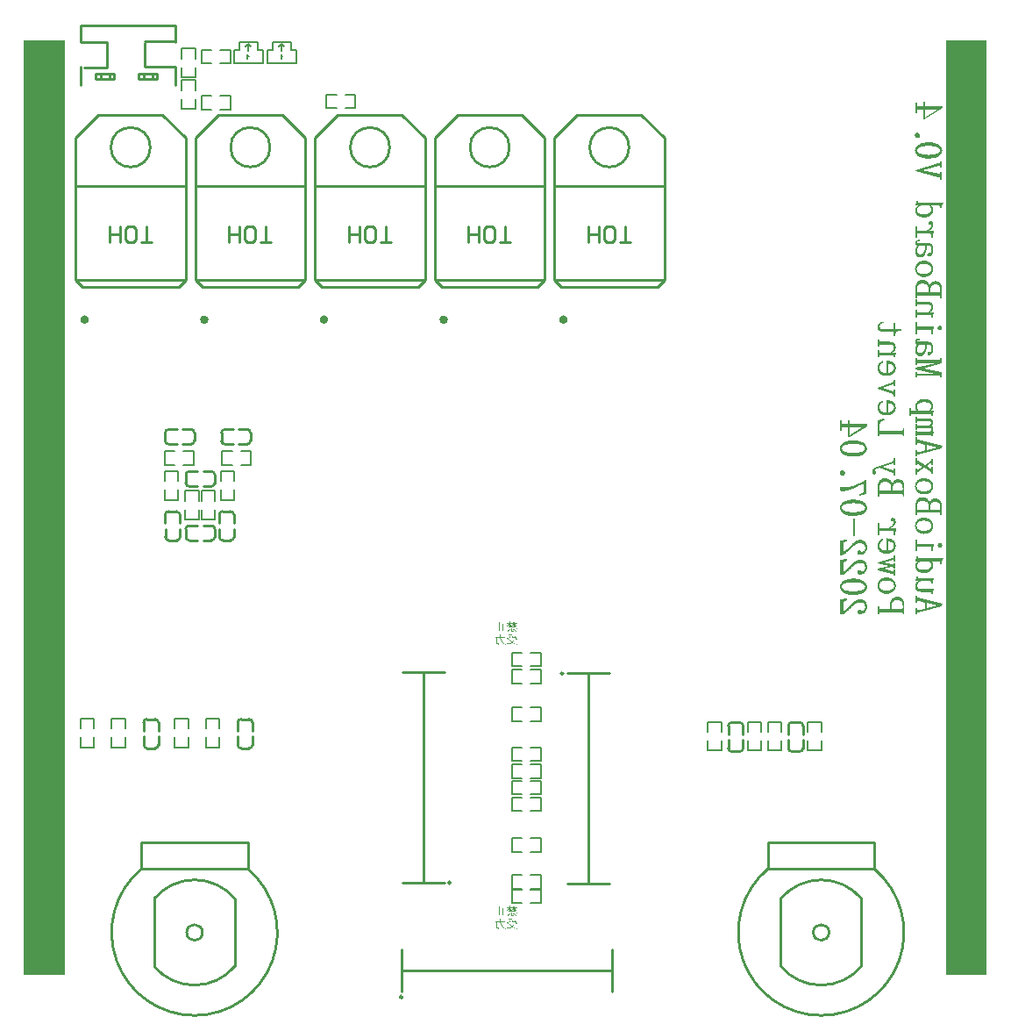
<source format=gbo>
G04*
G04 #@! TF.GenerationSoftware,Altium Limited,Altium Designer,20.2.6 (244)*
G04*
G04 Layer_Color=32896*
%FSLAX24Y24*%
%MOIN*%
G70*
G04*
G04 #@! TF.SameCoordinates,B6A14326-B2C9-468C-B45E-93355CF85A49*
G04*
G04*
G04 #@! TF.FilePolarity,Positive*
G04*
G01*
G75*
%ADD10C,0.0100*%
%ADD16C,0.0060*%
%ADD146C,0.0157*%
%ADD147C,0.0050*%
G36*
X21460Y13950D02*
X19900D01*
Y49450D01*
X21460D01*
Y13950D01*
D02*
G37*
G36*
X56500D02*
X54940D01*
Y49450D01*
X56500D01*
Y13950D01*
D02*
G37*
G36*
X38547Y16578D02*
Y16572D01*
X38546Y16565D01*
Y16559D01*
X38546Y16554D01*
Y16549D01*
Y16544D01*
X38546Y16540D01*
Y16536D01*
Y16533D01*
Y16530D01*
Y16528D01*
Y16526D01*
Y16525D01*
Y16525D01*
X38636D01*
X38618Y16501D01*
X38610Y16503D01*
X38602Y16504D01*
X38595Y16505D01*
X38589Y16506D01*
X38583Y16506D01*
X38581Y16506D01*
X38559D01*
X38565Y16496D01*
X38571Y16485D01*
X38578Y16474D01*
X38585Y16465D01*
X38591Y16455D01*
X38598Y16446D01*
X38605Y16438D01*
X38611Y16430D01*
X38618Y16423D01*
X38623Y16416D01*
X38628Y16411D01*
X38633Y16406D01*
X38636Y16402D01*
X38639Y16399D01*
X38641Y16398D01*
X38641Y16397D01*
X38638Y16384D01*
X38627Y16391D01*
X38617Y16399D01*
X38607Y16407D01*
X38598Y16415D01*
X38590Y16423D01*
X38582Y16431D01*
X38575Y16439D01*
X38569Y16447D01*
X38564Y16454D01*
X38559Y16460D01*
X38555Y16466D01*
X38551Y16472D01*
X38549Y16476D01*
X38547Y16479D01*
X38546Y16481D01*
X38546Y16482D01*
Y16470D01*
Y16458D01*
Y16447D01*
X38546Y16438D01*
Y16429D01*
X38546Y16421D01*
Y16414D01*
Y16407D01*
X38547Y16402D01*
Y16397D01*
X38547Y16393D01*
Y16390D01*
X38547Y16388D01*
Y16386D01*
Y16385D01*
Y16384D01*
X38513Y16394D01*
X38513Y16410D01*
X38514Y16425D01*
X38514Y16440D01*
Y16446D01*
Y16453D01*
X38514Y16459D01*
Y16464D01*
Y16468D01*
Y16473D01*
Y16476D01*
Y16478D01*
Y16480D01*
Y16480D01*
X38509Y16474D01*
X38504Y16467D01*
X38499Y16460D01*
X38496Y16455D01*
X38492Y16449D01*
X38491Y16447D01*
X38490Y16445D01*
X38490Y16444D01*
X38489Y16443D01*
X38489Y16442D01*
Y16442D01*
X38488Y16439D01*
X38486Y16436D01*
X38485Y16433D01*
X38484Y16431D01*
X38481Y16428D01*
X38479Y16426D01*
X38477Y16425D01*
X38475Y16424D01*
X38474Y16424D01*
X38474D01*
X38472Y16424D01*
X38471Y16425D01*
X38469Y16427D01*
X38467Y16429D01*
X38466Y16430D01*
X38465Y16432D01*
X38464Y16433D01*
X38464Y16433D01*
X38462Y16437D01*
X38461Y16440D01*
X38459Y16443D01*
X38458Y16446D01*
X38458Y16449D01*
X38458Y16450D01*
Y16452D01*
Y16452D01*
X38458Y16457D01*
X38460Y16461D01*
X38462Y16465D01*
X38464Y16468D01*
X38466Y16471D01*
X38468Y16473D01*
X38470Y16474D01*
X38470Y16475D01*
X38473Y16477D01*
X38475Y16479D01*
X38482Y16482D01*
X38490Y16486D01*
X38497Y16489D01*
X38504Y16491D01*
X38507Y16492D01*
X38509Y16493D01*
X38511Y16494D01*
X38513Y16494D01*
X38514Y16495D01*
X38514D01*
Y16506D01*
X38440D01*
X38472Y16544D01*
X38493Y16525D01*
X38514D01*
Y16558D01*
X38502Y16574D01*
X38547Y16592D01*
X38547Y16578D01*
D02*
G37*
G36*
X38379Y16584D02*
X38379Y16576D01*
Y16569D01*
X38378Y16562D01*
Y16557D01*
X38378Y16551D01*
Y16546D01*
Y16542D01*
X38378Y16538D01*
Y16534D01*
Y16531D01*
Y16529D01*
Y16527D01*
Y16526D01*
Y16525D01*
Y16525D01*
X38445D01*
X38426Y16501D01*
X38418Y16503D01*
X38411Y16504D01*
X38405Y16505D01*
X38399Y16506D01*
X38395Y16506D01*
X38391Y16506D01*
X38388D01*
X38394Y16496D01*
X38400Y16486D01*
X38406Y16476D01*
X38413Y16466D01*
X38420Y16457D01*
X38427Y16448D01*
X38434Y16440D01*
X38441Y16432D01*
X38447Y16425D01*
X38453Y16419D01*
X38458Y16413D01*
X38463Y16409D01*
X38467Y16405D01*
X38470Y16402D01*
X38471Y16400D01*
X38472Y16400D01*
X38465Y16389D01*
X38455Y16396D01*
X38445Y16403D01*
X38436Y16410D01*
X38427Y16418D01*
X38419Y16425D01*
X38412Y16432D01*
X38406Y16440D01*
X38400Y16447D01*
X38395Y16453D01*
X38390Y16459D01*
X38386Y16465D01*
X38383Y16470D01*
X38381Y16473D01*
X38379Y16476D01*
X38378Y16478D01*
X38378Y16479D01*
Y16463D01*
X38378Y16447D01*
X38378Y16432D01*
Y16424D01*
Y16417D01*
X38379Y16411D01*
Y16405D01*
X38379Y16400D01*
Y16395D01*
X38379Y16391D01*
Y16389D01*
Y16387D01*
Y16386D01*
X38345Y16398D01*
X38345Y16402D01*
X38345Y16407D01*
Y16413D01*
X38346Y16420D01*
Y16428D01*
X38346Y16436D01*
Y16452D01*
X38346Y16460D01*
Y16467D01*
Y16474D01*
Y16480D01*
Y16485D01*
Y16487D01*
Y16489D01*
Y16491D01*
Y16492D01*
Y16492D01*
Y16492D01*
X38344Y16482D01*
X38340Y16473D01*
X38336Y16465D01*
X38332Y16457D01*
X38330Y16454D01*
X38329Y16451D01*
X38327Y16449D01*
X38326Y16447D01*
X38325Y16445D01*
X38323Y16444D01*
X38323Y16443D01*
X38323Y16443D01*
X38315Y16435D01*
X38307Y16427D01*
X38298Y16420D01*
X38291Y16413D01*
X38287Y16411D01*
X38283Y16408D01*
X38280Y16406D01*
X38277Y16404D01*
X38275Y16402D01*
X38274Y16401D01*
X38272Y16400D01*
X38272Y16400D01*
X38270Y16403D01*
X38268Y16406D01*
X38263Y16410D01*
X38258Y16413D01*
X38252Y16416D01*
X38248Y16417D01*
X38244Y16418D01*
X38242Y16418D01*
X38241Y16419D01*
X38240D01*
Y16431D01*
X38253Y16436D01*
X38265Y16440D01*
X38271Y16443D01*
X38276Y16446D01*
X38281Y16448D01*
X38285Y16451D01*
X38289Y16453D01*
X38293Y16456D01*
X38295Y16458D01*
X38298Y16459D01*
X38300Y16461D01*
X38302Y16462D01*
X38302Y16463D01*
X38303Y16463D01*
X38312Y16472D01*
X38320Y16480D01*
X38327Y16487D01*
X38334Y16493D01*
X38338Y16499D01*
X38340Y16501D01*
X38342Y16503D01*
X38343Y16504D01*
X38344Y16505D01*
X38344Y16506D01*
X38345Y16506D01*
X38247D01*
X38280Y16546D01*
X38303Y16525D01*
X38346D01*
Y16560D01*
X38334Y16573D01*
X38379Y16592D01*
X38379Y16584D01*
D02*
G37*
G36*
X37998Y16580D02*
X37998Y16570D01*
Y16559D01*
X37998Y16547D01*
Y16535D01*
Y16522D01*
X37997Y16509D01*
Y16495D01*
Y16481D01*
Y16466D01*
X37997Y16437D01*
Y16407D01*
Y16378D01*
X37997Y16364D01*
Y16350D01*
Y16337D01*
Y16324D01*
Y16312D01*
Y16300D01*
Y16289D01*
Y16279D01*
Y16270D01*
Y16262D01*
Y16254D01*
Y16248D01*
Y16244D01*
Y16240D01*
Y16239D01*
Y16238D01*
Y16237D01*
Y16237D01*
X38082D01*
Y16445D01*
X38065Y16462D01*
X38116Y16486D01*
Y16480D01*
X38116Y16472D01*
Y16465D01*
X38116Y16457D01*
Y16448D01*
Y16439D01*
X38115Y16430D01*
Y16420D01*
Y16399D01*
X38115Y16379D01*
Y16358D01*
Y16337D01*
X38115Y16318D01*
Y16308D01*
Y16299D01*
Y16290D01*
Y16282D01*
Y16274D01*
Y16267D01*
Y16260D01*
Y16254D01*
Y16250D01*
Y16245D01*
Y16242D01*
Y16239D01*
Y16238D01*
Y16237D01*
X38200D01*
X38182Y16213D01*
X38174Y16215D01*
X38166Y16216D01*
X38159Y16217D01*
X38153Y16218D01*
X38147Y16218D01*
X38145Y16218D01*
X37792D01*
X37834Y16265D01*
X37864Y16237D01*
X37963D01*
Y16424D01*
X37814D01*
X37853Y16467D01*
X37879Y16443D01*
X37963D01*
Y16551D01*
X37945Y16566D01*
X37998Y16589D01*
Y16580D01*
D02*
G37*
G36*
X38353Y16379D02*
X38583D01*
X38565Y16355D01*
X38557Y16357D01*
X38549Y16358D01*
X38542Y16359D01*
X38535Y16360D01*
X38530Y16360D01*
X38528Y16361D01*
X38297D01*
X38330Y16400D01*
X38353Y16379D01*
D02*
G37*
G36*
X38298Y16333D02*
X38650D01*
X38632Y16309D01*
X38624Y16311D01*
X38616Y16312D01*
X38609Y16313D01*
X38602Y16314D01*
X38597Y16314D01*
X38594Y16314D01*
X38456D01*
Y16230D01*
X38457Y16228D01*
X38458Y16226D01*
X38459Y16226D01*
X38459Y16225D01*
X38466D01*
X38470Y16226D01*
X38475Y16226D01*
X38480Y16227D01*
X38491Y16228D01*
X38497Y16229D01*
X38503Y16230D01*
X38508Y16230D01*
X38512Y16231D01*
X38516Y16232D01*
X38519Y16232D01*
X38521Y16233D01*
X38522D01*
Y16218D01*
X38514Y16215D01*
X38507Y16213D01*
X38501Y16210D01*
X38495Y16207D01*
X38490Y16204D01*
X38486Y16200D01*
X38482Y16197D01*
X38479Y16194D01*
X38476Y16191D01*
X38474Y16188D01*
X38472Y16186D01*
X38471Y16184D01*
X38470Y16181D01*
X38469Y16180D01*
X38468Y16179D01*
Y16179D01*
X38463Y16181D01*
X38458Y16183D01*
X38454Y16184D01*
X38450Y16186D01*
X38447Y16188D01*
X38444Y16189D01*
X38441Y16191D01*
X38439Y16193D01*
X38435Y16195D01*
X38433Y16197D01*
X38432Y16199D01*
X38431Y16199D01*
X38429Y16203D01*
X38427Y16208D01*
X38425Y16213D01*
X38424Y16218D01*
X38424Y16222D01*
X38423Y16225D01*
Y16226D01*
Y16227D01*
Y16228D01*
Y16228D01*
Y16314D01*
X38238D01*
X38274Y16356D01*
X38298Y16333D01*
D02*
G37*
G36*
X38527Y16301D02*
X38535Y16291D01*
X38544Y16281D01*
X38553Y16272D01*
X38562Y16263D01*
X38570Y16255D01*
X38579Y16247D01*
X38587Y16240D01*
X38595Y16234D01*
X38602Y16228D01*
X38608Y16223D01*
X38614Y16219D01*
X38618Y16215D01*
X38622Y16213D01*
X38624Y16211D01*
X38624Y16211D01*
X38624D01*
X38621Y16198D01*
X38610Y16203D01*
X38600Y16209D01*
X38589Y16214D01*
X38579Y16220D01*
X38568Y16226D01*
X38559Y16232D01*
X38550Y16238D01*
X38541Y16244D01*
X38533Y16250D01*
X38525Y16255D01*
X38519Y16260D01*
X38514Y16264D01*
X38509Y16267D01*
X38506Y16270D01*
X38504Y16271D01*
X38503Y16272D01*
X38483Y16277D01*
X38520Y16311D01*
X38527Y16301D01*
D02*
G37*
G36*
X38393Y16289D02*
X38382Y16281D01*
X38372Y16273D01*
X38364Y16267D01*
X38360Y16263D01*
X38357Y16260D01*
X38354Y16257D01*
X38351Y16255D01*
X38349Y16253D01*
X38347Y16251D01*
X38345Y16249D01*
X38344Y16248D01*
X38344Y16247D01*
X38343Y16247D01*
X38336Y16240D01*
X38330Y16233D01*
X38325Y16227D01*
X38320Y16221D01*
X38317Y16217D01*
X38314Y16214D01*
X38312Y16212D01*
X38312Y16211D01*
Y16211D01*
X38309Y16207D01*
X38306Y16204D01*
X38304Y16201D01*
X38302Y16200D01*
X38300Y16199D01*
X38299Y16199D01*
X38298Y16198D01*
X38298D01*
X38296Y16199D01*
X38294Y16200D01*
X38292Y16201D01*
X38290Y16203D01*
X38289Y16205D01*
X38288Y16206D01*
X38288Y16208D01*
X38287Y16208D01*
X38286Y16211D01*
X38285Y16214D01*
X38284Y16217D01*
X38284Y16219D01*
X38283Y16221D01*
X38283Y16222D01*
Y16223D01*
Y16223D01*
X38284Y16228D01*
X38285Y16233D01*
X38287Y16238D01*
X38290Y16243D01*
X38293Y16247D01*
X38295Y16250D01*
X38297Y16252D01*
X38297Y16252D01*
X38297Y16253D01*
X38299Y16254D01*
X38301Y16256D01*
X38305Y16260D01*
X38311Y16263D01*
X38318Y16267D01*
X38326Y16271D01*
X38333Y16276D01*
X38349Y16284D01*
X38357Y16288D01*
X38365Y16291D01*
X38372Y16294D01*
X38378Y16297D01*
X38383Y16299D01*
X38385Y16300D01*
X38387Y16301D01*
X38388Y16302D01*
X38389Y16302D01*
X38390Y16303D01*
X38390D01*
X38393Y16289D01*
D02*
G37*
G36*
X38338Y16107D02*
X38346Y16104D01*
X38354Y16100D01*
X38363Y16098D01*
X38373Y16095D01*
X38382Y16092D01*
X38392Y16090D01*
X38401Y16088D01*
X38410Y16086D01*
X38419Y16084D01*
X38426Y16083D01*
X38433Y16082D01*
X38439Y16081D01*
X38441Y16080D01*
X38443Y16080D01*
X38444Y16080D01*
X38445Y16079D01*
X38446D01*
X38477Y16075D01*
X38492Y16073D01*
X38506Y16071D01*
X38520Y16069D01*
X38534Y16068D01*
X38547Y16066D01*
X38558Y16065D01*
X38569Y16064D01*
X38579Y16063D01*
X38588Y16063D01*
X38592Y16062D01*
X38595Y16062D01*
X38598Y16062D01*
X38601D01*
X38603Y16061D01*
X38605D01*
X38607Y16061D01*
X38609D01*
Y16046D01*
X38591Y16046D01*
X38574Y16047D01*
X38558Y16047D01*
X38542Y16048D01*
X38528Y16048D01*
X38515Y16049D01*
X38503Y16050D01*
X38491Y16051D01*
X38481Y16052D01*
X38472Y16052D01*
X38464Y16053D01*
X38458Y16053D01*
X38453Y16054D01*
X38451Y16054D01*
X38449D01*
X38448Y16054D01*
X38446D01*
X38434Y16055D01*
X38422Y16056D01*
X38397Y16058D01*
X38385Y16059D01*
X38372Y16061D01*
X38361Y16062D01*
X38349Y16063D01*
X38339Y16064D01*
X38330Y16064D01*
X38321Y16065D01*
X38314Y16066D01*
X38311Y16066D01*
X38308Y16066D01*
X38306Y16067D01*
X38302D01*
X38301Y16067D01*
X38300D01*
X38331Y16110D01*
X38338Y16107D01*
D02*
G37*
G36*
X38024D02*
Y16098D01*
X38023Y16088D01*
Y16078D01*
X38024Y16058D01*
X38024Y16048D01*
Y16039D01*
X38024Y16030D01*
Y16022D01*
X38025Y16014D01*
X38025Y16007D01*
Y16002D01*
Y16000D01*
X38025Y15998D01*
Y15997D01*
Y15996D01*
Y15995D01*
Y15995D01*
X38170D01*
X38151Y15971D01*
X38143Y15972D01*
X38136Y15974D01*
X38128Y15974D01*
X38122Y15975D01*
X38117Y15976D01*
X38114Y15976D01*
X38027D01*
X38030Y15961D01*
X38033Y15946D01*
X38037Y15931D01*
X38039Y15924D01*
X38041Y15918D01*
X38043Y15911D01*
X38044Y15906D01*
X38046Y15901D01*
X38048Y15897D01*
X38049Y15893D01*
X38050Y15891D01*
X38050Y15889D01*
X38050Y15889D01*
X38054Y15880D01*
X38058Y15871D01*
X38067Y15854D01*
X38071Y15846D01*
X38076Y15838D01*
X38081Y15831D01*
X38085Y15824D01*
X38089Y15818D01*
X38093Y15812D01*
X38097Y15807D01*
X38100Y15803D01*
X38102Y15800D01*
X38105Y15797D01*
X38106Y15796D01*
X38106Y15795D01*
X38114Y15786D01*
X38121Y15778D01*
X38129Y15770D01*
X38137Y15763D01*
X38145Y15756D01*
X38154Y15749D01*
X38162Y15743D01*
X38169Y15737D01*
X38176Y15732D01*
X38183Y15727D01*
X38189Y15723D01*
X38194Y15720D01*
X38198Y15717D01*
X38201Y15715D01*
X38203Y15714D01*
X38203Y15714D01*
X38204D01*
X38201Y15700D01*
X38187Y15706D01*
X38174Y15713D01*
X38162Y15719D01*
X38151Y15726D01*
X38140Y15732D01*
X38131Y15739D01*
X38122Y15745D01*
X38115Y15750D01*
X38108Y15756D01*
X38102Y15760D01*
X38097Y15765D01*
X38092Y15768D01*
X38089Y15771D01*
X38087Y15774D01*
X38085Y15775D01*
X38085Y15776D01*
X38078Y15784D01*
X38071Y15792D01*
X38064Y15800D01*
X38058Y15808D01*
X38053Y15816D01*
X38048Y15824D01*
X38043Y15831D01*
X38039Y15838D01*
X38035Y15844D01*
X38032Y15850D01*
X38030Y15855D01*
X38027Y15859D01*
X38025Y15863D01*
X38024Y15866D01*
X38024Y15867D01*
X38023Y15868D01*
X38016Y15886D01*
X38009Y15905D01*
X38007Y15915D01*
X38004Y15924D01*
X38002Y15932D01*
X38000Y15940D01*
X37998Y15948D01*
X37997Y15955D01*
X37996Y15961D01*
X37995Y15966D01*
X37994Y15970D01*
X37993Y15973D01*
X37993Y15975D01*
Y15976D01*
X37870D01*
X37871Y15961D01*
X37872Y15947D01*
X37873Y15933D01*
X37874Y15921D01*
X37875Y15909D01*
X37877Y15897D01*
X37878Y15887D01*
X37879Y15877D01*
X37880Y15867D01*
X37881Y15859D01*
X37881Y15851D01*
X37882Y15843D01*
X37883Y15836D01*
X37884Y15830D01*
X37885Y15824D01*
X37886Y15819D01*
X37887Y15814D01*
X37888Y15809D01*
X37888Y15805D01*
X37889Y15802D01*
X37890Y15799D01*
X37890Y15796D01*
X37891Y15793D01*
X37891Y15791D01*
X37892Y15788D01*
X37892Y15786D01*
X37893Y15785D01*
Y15784D01*
X37895Y15779D01*
X37898Y15775D01*
X37900Y15772D01*
X37902Y15769D01*
X37905Y15766D01*
X37907Y15764D01*
X37909Y15763D01*
X37911Y15761D01*
X37915Y15760D01*
X37919Y15759D01*
X37921D01*
X37925Y15760D01*
X37929Y15760D01*
X37933Y15761D01*
X37938Y15762D01*
X37949Y15765D01*
X37959Y15767D01*
X37965Y15769D01*
X37969Y15770D01*
X37974Y15771D01*
X37978Y15772D01*
X37981Y15773D01*
X37983Y15773D01*
X37984Y15774D01*
X37985D01*
X37988Y15758D01*
X37983Y15756D01*
X37978Y15753D01*
X37970Y15749D01*
X37962Y15744D01*
X37956Y15740D01*
X37950Y15735D01*
X37946Y15731D01*
X37943Y15727D01*
X37940Y15723D01*
X37938Y15719D01*
X37937Y15716D01*
X37936Y15714D01*
X37935Y15711D01*
X37935Y15709D01*
Y15708D01*
Y15707D01*
Y15707D01*
X37928Y15708D01*
X37921Y15710D01*
X37914Y15712D01*
X37908Y15714D01*
X37903Y15716D01*
X37898Y15719D01*
X37894Y15721D01*
X37890Y15723D01*
X37887Y15725D01*
X37884Y15727D01*
X37882Y15729D01*
X37880Y15731D01*
X37878Y15732D01*
X37877Y15733D01*
X37877Y15734D01*
X37877Y15734D01*
X37873Y15738D01*
X37871Y15742D01*
X37868Y15747D01*
X37865Y15752D01*
X37861Y15763D01*
X37857Y15773D01*
X37856Y15778D01*
X37855Y15783D01*
X37854Y15787D01*
X37853Y15791D01*
X37852Y15794D01*
X37852Y15796D01*
X37852Y15798D01*
Y15798D01*
X37851Y15802D01*
X37850Y15807D01*
X37849Y15812D01*
X37849Y15818D01*
X37847Y15830D01*
X37846Y15843D01*
X37844Y15857D01*
X37843Y15871D01*
X37842Y15886D01*
X37840Y15900D01*
X37839Y15914D01*
X37838Y15927D01*
X37838Y15933D01*
X37837Y15938D01*
X37837Y15944D01*
X37837Y15949D01*
X37836Y15953D01*
X37836Y15957D01*
Y15961D01*
X37836Y15964D01*
Y15966D01*
X37835Y15968D01*
Y15969D01*
Y15969D01*
X37818Y15985D01*
X37854Y16014D01*
X37869Y15995D01*
X37991D01*
X37991Y16001D01*
X37990Y16007D01*
X37990Y16021D01*
X37989Y16035D01*
X37988Y16041D01*
X37988Y16047D01*
X37988Y16053D01*
X37987Y16058D01*
X37987Y16063D01*
X37987Y16067D01*
Y16071D01*
X37986Y16073D01*
Y16075D01*
Y16075D01*
X37971Y16092D01*
X38024Y16115D01*
X38024Y16107D01*
D02*
G37*
G36*
X38362Y16049D02*
X38366Y16039D01*
X38369Y16029D01*
X38373Y16021D01*
X38376Y16012D01*
X38379Y16004D01*
X38382Y15997D01*
X38386Y15991D01*
X38388Y15985D01*
X38390Y15980D01*
X38393Y15976D01*
X38395Y15972D01*
X38396Y15969D01*
X38397Y15967D01*
X38398Y15965D01*
X38398Y15965D01*
X38449D01*
X38446Y15967D01*
X38444Y15968D01*
X38440Y15972D01*
X38438Y15976D01*
X38436Y15980D01*
X38435Y15983D01*
X38434Y15986D01*
X38434Y15988D01*
Y15988D01*
X38435Y15993D01*
X38436Y15998D01*
X38438Y16002D01*
X38440Y16007D01*
X38443Y16011D01*
X38445Y16013D01*
X38447Y16015D01*
X38447Y16016D01*
X38453Y16022D01*
X38459Y16028D01*
X38466Y16033D01*
X38472Y16038D01*
X38478Y16042D01*
X38480Y16044D01*
X38482Y16045D01*
X38484Y16046D01*
X38486Y16047D01*
X38486Y16048D01*
X38487D01*
X38496Y16041D01*
X38491Y16031D01*
X38487Y16023D01*
X38484Y16016D01*
X38481Y16010D01*
X38480Y16005D01*
X38478Y16002D01*
X38478Y16000D01*
X38477Y15999D01*
Y15999D01*
X38475Y15993D01*
X38474Y15988D01*
X38472Y15982D01*
X38471Y15977D01*
X38470Y15972D01*
X38469Y15968D01*
X38469Y15967D01*
X38469Y15966D01*
Y15965D01*
Y15965D01*
X38538D01*
X38534Y15968D01*
X38530Y15972D01*
X38528Y15975D01*
X38526Y15979D01*
X38525Y15982D01*
X38525Y15984D01*
X38525Y15986D01*
Y15987D01*
X38525Y15990D01*
X38527Y15995D01*
X38529Y15999D01*
X38532Y16003D01*
X38534Y16006D01*
X38537Y16009D01*
X38538Y16011D01*
X38539Y16011D01*
X38541Y16014D01*
X38544Y16017D01*
X38551Y16022D01*
X38558Y16027D01*
X38565Y16031D01*
X38571Y16035D01*
X38574Y16037D01*
X38576Y16038D01*
X38578Y16039D01*
X38580Y16040D01*
X38581Y16041D01*
X38581D01*
X38590Y16034D01*
X38584Y16024D01*
X38578Y16015D01*
X38574Y16007D01*
X38571Y16000D01*
X38570Y15997D01*
X38568Y15995D01*
X38568Y15993D01*
X38567Y15991D01*
X38567Y15990D01*
X38566Y15989D01*
X38566Y15988D01*
Y15988D01*
X38564Y15982D01*
X38563Y15977D01*
X38562Y15973D01*
X38561Y15970D01*
X38560Y15968D01*
X38560Y15966D01*
X38559Y15965D01*
Y15965D01*
X38590D01*
X38592Y15987D01*
X38607D01*
X38608Y15979D01*
X38610Y15972D01*
X38611Y15965D01*
X38614Y15959D01*
X38616Y15953D01*
X38617Y15948D01*
X38619Y15943D01*
X38622Y15939D01*
X38623Y15935D01*
X38625Y15932D01*
X38627Y15929D01*
X38628Y15927D01*
X38629Y15926D01*
X38630Y15925D01*
X38631Y15924D01*
X38631Y15923D01*
X38634Y15919D01*
X38637Y15915D01*
X38639Y15912D01*
X38640Y15909D01*
X38641Y15907D01*
X38641Y15906D01*
X38642Y15905D01*
Y15904D01*
X38641Y15903D01*
X38641Y15901D01*
X38639Y15899D01*
X38636Y15897D01*
X38634Y15895D01*
X38631Y15894D01*
X38628Y15893D01*
X38626Y15893D01*
X38626D01*
X38620Y15892D01*
X38615Y15893D01*
X38610Y15894D01*
X38606Y15896D01*
X38602Y15898D01*
X38600Y15900D01*
X38599Y15901D01*
X38598Y15901D01*
X38596Y15904D01*
X38594Y15906D01*
X38592Y15913D01*
X38590Y15921D01*
X38589Y15928D01*
Y15935D01*
Y15938D01*
Y15941D01*
Y15943D01*
X38590Y15945D01*
Y15946D01*
Y15946D01*
X38309D01*
X38331Y15897D01*
X38321Y15892D01*
X38314Y15900D01*
X38308Y15907D01*
X38301Y15913D01*
X38295Y15919D01*
X38289Y15924D01*
X38283Y15928D01*
X38278Y15931D01*
X38273Y15934D01*
X38269Y15937D01*
X38264Y15938D01*
X38261Y15940D01*
X38258Y15941D01*
X38255Y15942D01*
X38254Y15942D01*
X38253Y15942D01*
X38252D01*
X38291Y15984D01*
X38309Y15965D01*
X38379D01*
X38376Y15969D01*
X38372Y15973D01*
X38364Y15981D01*
X38356Y15990D01*
X38349Y15999D01*
X38346Y16003D01*
X38343Y16007D01*
X38340Y16010D01*
X38338Y16013D01*
X38336Y16015D01*
X38334Y16018D01*
X38333Y16019D01*
X38333Y16019D01*
X38312Y16028D01*
X38359Y16060D01*
X38362Y16049D01*
D02*
G37*
G36*
X38391Y15902D02*
X38589D01*
X38572Y15880D01*
X38554Y15883D01*
X38534D01*
X38530Y15874D01*
X38526Y15864D01*
X38521Y15856D01*
X38517Y15847D01*
X38512Y15839D01*
X38507Y15832D01*
X38502Y15825D01*
X38497Y15818D01*
X38493Y15812D01*
X38489Y15807D01*
X38485Y15803D01*
X38482Y15799D01*
X38479Y15796D01*
X38477Y15794D01*
X38476Y15792D01*
X38475Y15792D01*
X38488Y15783D01*
X38501Y15775D01*
X38515Y15767D01*
X38530Y15760D01*
X38545Y15754D01*
X38559Y15748D01*
X38573Y15743D01*
X38587Y15738D01*
X38600Y15733D01*
X38612Y15730D01*
X38617Y15728D01*
X38623Y15727D01*
X38627Y15725D01*
X38632Y15724D01*
X38636Y15723D01*
X38639Y15722D01*
X38642Y15721D01*
X38645Y15720D01*
X38647Y15720D01*
X38649Y15720D01*
X38650Y15719D01*
X38650D01*
X38647Y15705D01*
X38626Y15708D01*
X38607Y15712D01*
X38588Y15716D01*
X38570Y15722D01*
X38552Y15727D01*
X38537Y15733D01*
X38522Y15739D01*
X38508Y15744D01*
X38502Y15747D01*
X38496Y15750D01*
X38491Y15753D01*
X38486Y15755D01*
X38481Y15758D01*
X38476Y15760D01*
X38472Y15762D01*
X38468Y15765D01*
X38465Y15766D01*
X38462Y15768D01*
X38459Y15770D01*
X38458Y15771D01*
X38456Y15772D01*
X38455Y15773D01*
X38454Y15773D01*
X38454D01*
X38440Y15764D01*
X38426Y15756D01*
X38412Y15748D01*
X38397Y15741D01*
X38383Y15735D01*
X38369Y15730D01*
X38355Y15726D01*
X38343Y15722D01*
X38331Y15719D01*
X38320Y15716D01*
X38310Y15714D01*
X38306Y15713D01*
X38302Y15712D01*
X38298Y15712D01*
X38295Y15711D01*
X38292Y15711D01*
X38290Y15711D01*
X38288Y15710D01*
X38287Y15710D01*
X38286D01*
X38285Y15714D01*
X38283Y15717D01*
X38281Y15720D01*
X38278Y15723D01*
X38272Y15728D01*
X38265Y15732D01*
X38258Y15735D01*
X38255Y15736D01*
X38253Y15737D01*
X38250Y15737D01*
X38249Y15738D01*
X38247Y15739D01*
X38247D01*
Y15753D01*
X38268Y15752D01*
X38287Y15753D01*
X38306Y15754D01*
X38323Y15756D01*
X38339Y15759D01*
X38355Y15762D01*
X38369Y15765D01*
X38381Y15769D01*
X38392Y15773D01*
X38397Y15775D01*
X38402Y15777D01*
X38406Y15778D01*
X38411Y15780D01*
X38414Y15782D01*
X38418Y15784D01*
X38421Y15785D01*
X38423Y15786D01*
X38425Y15787D01*
X38427Y15788D01*
X38429Y15789D01*
X38430Y15790D01*
X38430Y15790D01*
X38430D01*
X38415Y15804D01*
X38408Y15811D01*
X38402Y15818D01*
X38395Y15825D01*
X38389Y15832D01*
X38384Y15839D01*
X38379Y15845D01*
X38374Y15851D01*
X38370Y15856D01*
X38366Y15861D01*
X38364Y15866D01*
X38361Y15869D01*
X38360Y15871D01*
X38359Y15873D01*
X38358Y15874D01*
X38336Y15884D01*
X38372Y15920D01*
X38391Y15902D01*
D02*
G37*
G36*
X38547Y27378D02*
Y27372D01*
X38546Y27365D01*
Y27359D01*
X38546Y27354D01*
Y27349D01*
Y27344D01*
X38546Y27340D01*
Y27336D01*
Y27333D01*
Y27330D01*
Y27328D01*
Y27326D01*
Y27325D01*
Y27325D01*
X38636D01*
X38618Y27301D01*
X38610Y27303D01*
X38602Y27304D01*
X38595Y27305D01*
X38589Y27306D01*
X38583Y27306D01*
X38581Y27306D01*
X38559D01*
X38565Y27296D01*
X38571Y27285D01*
X38578Y27274D01*
X38585Y27265D01*
X38591Y27255D01*
X38598Y27246D01*
X38605Y27238D01*
X38611Y27230D01*
X38618Y27223D01*
X38623Y27216D01*
X38628Y27211D01*
X38633Y27206D01*
X38636Y27202D01*
X38639Y27199D01*
X38641Y27198D01*
X38641Y27197D01*
X38638Y27184D01*
X38627Y27191D01*
X38617Y27199D01*
X38607Y27207D01*
X38598Y27215D01*
X38590Y27223D01*
X38582Y27231D01*
X38575Y27239D01*
X38569Y27247D01*
X38564Y27254D01*
X38559Y27260D01*
X38555Y27266D01*
X38551Y27272D01*
X38549Y27276D01*
X38547Y27279D01*
X38546Y27281D01*
X38546Y27282D01*
Y27270D01*
Y27258D01*
Y27247D01*
X38546Y27238D01*
Y27229D01*
X38546Y27221D01*
Y27214D01*
Y27207D01*
X38547Y27202D01*
Y27197D01*
X38547Y27193D01*
Y27190D01*
X38547Y27188D01*
Y27186D01*
Y27185D01*
Y27184D01*
X38513Y27194D01*
X38513Y27210D01*
X38514Y27225D01*
X38514Y27240D01*
Y27246D01*
Y27253D01*
X38514Y27259D01*
Y27264D01*
Y27268D01*
Y27273D01*
Y27276D01*
Y27278D01*
Y27280D01*
Y27280D01*
X38509Y27274D01*
X38504Y27267D01*
X38499Y27260D01*
X38496Y27255D01*
X38492Y27249D01*
X38491Y27247D01*
X38490Y27245D01*
X38490Y27244D01*
X38489Y27243D01*
X38489Y27242D01*
Y27242D01*
X38488Y27239D01*
X38486Y27236D01*
X38485Y27233D01*
X38484Y27231D01*
X38481Y27228D01*
X38479Y27226D01*
X38477Y27225D01*
X38475Y27224D01*
X38474Y27224D01*
X38474D01*
X38472Y27224D01*
X38471Y27225D01*
X38469Y27227D01*
X38467Y27229D01*
X38466Y27230D01*
X38465Y27232D01*
X38464Y27233D01*
X38464Y27233D01*
X38462Y27237D01*
X38461Y27240D01*
X38459Y27243D01*
X38458Y27246D01*
X38458Y27249D01*
X38458Y27250D01*
Y27252D01*
Y27252D01*
X38458Y27257D01*
X38460Y27261D01*
X38462Y27265D01*
X38464Y27268D01*
X38466Y27271D01*
X38468Y27273D01*
X38470Y27274D01*
X38470Y27275D01*
X38473Y27277D01*
X38475Y27279D01*
X38482Y27282D01*
X38490Y27286D01*
X38497Y27289D01*
X38504Y27291D01*
X38507Y27292D01*
X38509Y27293D01*
X38511Y27294D01*
X38513Y27294D01*
X38514Y27295D01*
X38514D01*
Y27306D01*
X38440D01*
X38472Y27344D01*
X38493Y27325D01*
X38514D01*
Y27358D01*
X38502Y27374D01*
X38547Y27392D01*
X38547Y27378D01*
D02*
G37*
G36*
X38379Y27384D02*
X38379Y27376D01*
Y27369D01*
X38378Y27362D01*
Y27357D01*
X38378Y27351D01*
Y27346D01*
Y27342D01*
X38378Y27338D01*
Y27334D01*
Y27331D01*
Y27329D01*
Y27327D01*
Y27326D01*
Y27325D01*
Y27325D01*
X38445D01*
X38426Y27301D01*
X38418Y27303D01*
X38411Y27304D01*
X38405Y27305D01*
X38399Y27306D01*
X38395Y27306D01*
X38391Y27306D01*
X38388D01*
X38394Y27296D01*
X38400Y27286D01*
X38406Y27276D01*
X38413Y27266D01*
X38420Y27257D01*
X38427Y27248D01*
X38434Y27240D01*
X38441Y27232D01*
X38447Y27225D01*
X38453Y27219D01*
X38458Y27213D01*
X38463Y27209D01*
X38467Y27205D01*
X38470Y27202D01*
X38471Y27200D01*
X38472Y27200D01*
X38465Y27189D01*
X38455Y27196D01*
X38445Y27203D01*
X38436Y27210D01*
X38427Y27218D01*
X38419Y27225D01*
X38412Y27232D01*
X38406Y27240D01*
X38400Y27247D01*
X38395Y27253D01*
X38390Y27259D01*
X38386Y27265D01*
X38383Y27270D01*
X38381Y27273D01*
X38379Y27276D01*
X38378Y27278D01*
X38378Y27279D01*
Y27263D01*
X38378Y27247D01*
X38378Y27232D01*
Y27224D01*
Y27217D01*
X38379Y27211D01*
Y27205D01*
X38379Y27200D01*
Y27195D01*
X38379Y27191D01*
Y27189D01*
Y27187D01*
Y27186D01*
X38345Y27198D01*
X38345Y27202D01*
X38345Y27207D01*
Y27213D01*
X38346Y27220D01*
Y27228D01*
X38346Y27236D01*
Y27252D01*
X38346Y27260D01*
Y27267D01*
Y27274D01*
Y27280D01*
Y27285D01*
Y27287D01*
Y27289D01*
Y27291D01*
Y27292D01*
Y27292D01*
Y27292D01*
X38344Y27282D01*
X38340Y27273D01*
X38336Y27265D01*
X38332Y27257D01*
X38330Y27254D01*
X38329Y27251D01*
X38327Y27249D01*
X38326Y27247D01*
X38325Y27245D01*
X38323Y27244D01*
X38323Y27243D01*
X38323Y27243D01*
X38315Y27235D01*
X38307Y27227D01*
X38298Y27220D01*
X38291Y27213D01*
X38287Y27211D01*
X38283Y27208D01*
X38280Y27206D01*
X38277Y27204D01*
X38275Y27202D01*
X38274Y27201D01*
X38272Y27200D01*
X38272Y27200D01*
X38270Y27203D01*
X38268Y27206D01*
X38263Y27210D01*
X38258Y27213D01*
X38252Y27216D01*
X38248Y27217D01*
X38244Y27218D01*
X38242Y27218D01*
X38241Y27219D01*
X38240D01*
Y27231D01*
X38253Y27236D01*
X38265Y27240D01*
X38271Y27243D01*
X38276Y27246D01*
X38281Y27248D01*
X38285Y27251D01*
X38289Y27253D01*
X38293Y27256D01*
X38295Y27258D01*
X38298Y27259D01*
X38300Y27261D01*
X38302Y27262D01*
X38302Y27263D01*
X38303Y27263D01*
X38312Y27272D01*
X38320Y27280D01*
X38327Y27287D01*
X38334Y27293D01*
X38338Y27299D01*
X38340Y27301D01*
X38342Y27303D01*
X38343Y27304D01*
X38344Y27305D01*
X38344Y27306D01*
X38345Y27306D01*
X38247D01*
X38280Y27346D01*
X38303Y27325D01*
X38346D01*
Y27360D01*
X38334Y27373D01*
X38379Y27392D01*
X38379Y27384D01*
D02*
G37*
G36*
X37998Y27380D02*
X37998Y27370D01*
Y27359D01*
X37998Y27347D01*
Y27335D01*
Y27322D01*
X37997Y27309D01*
Y27295D01*
Y27281D01*
Y27266D01*
X37997Y27237D01*
Y27207D01*
Y27178D01*
X37997Y27164D01*
Y27150D01*
Y27137D01*
Y27124D01*
Y27112D01*
Y27100D01*
Y27089D01*
Y27079D01*
Y27070D01*
Y27062D01*
Y27054D01*
Y27048D01*
Y27044D01*
Y27040D01*
Y27039D01*
Y27038D01*
Y27037D01*
Y27037D01*
X38082D01*
Y27245D01*
X38065Y27262D01*
X38116Y27286D01*
Y27280D01*
X38116Y27272D01*
Y27265D01*
X38116Y27257D01*
Y27248D01*
Y27239D01*
X38115Y27230D01*
Y27220D01*
Y27199D01*
X38115Y27179D01*
Y27158D01*
Y27137D01*
X38115Y27118D01*
Y27108D01*
Y27099D01*
Y27090D01*
Y27082D01*
Y27074D01*
Y27067D01*
Y27060D01*
Y27054D01*
Y27050D01*
Y27045D01*
Y27042D01*
Y27039D01*
Y27038D01*
Y27037D01*
X38200D01*
X38182Y27013D01*
X38174Y27015D01*
X38166Y27016D01*
X38159Y27017D01*
X38153Y27018D01*
X38147Y27018D01*
X38145Y27018D01*
X37792D01*
X37834Y27065D01*
X37864Y27037D01*
X37963D01*
Y27224D01*
X37814D01*
X37853Y27267D01*
X37879Y27243D01*
X37963D01*
Y27351D01*
X37945Y27366D01*
X37998Y27389D01*
Y27380D01*
D02*
G37*
G36*
X38353Y27179D02*
X38583D01*
X38565Y27155D01*
X38557Y27157D01*
X38549Y27158D01*
X38542Y27159D01*
X38535Y27160D01*
X38530Y27160D01*
X38528Y27161D01*
X38297D01*
X38330Y27200D01*
X38353Y27179D01*
D02*
G37*
G36*
X38298Y27133D02*
X38650D01*
X38632Y27109D01*
X38624Y27111D01*
X38616Y27112D01*
X38609Y27113D01*
X38602Y27114D01*
X38597Y27114D01*
X38594Y27114D01*
X38456D01*
Y27030D01*
X38457Y27028D01*
X38458Y27026D01*
X38459Y27026D01*
X38459Y27025D01*
X38466D01*
X38470Y27026D01*
X38475Y27026D01*
X38480Y27027D01*
X38491Y27028D01*
X38497Y27029D01*
X38503Y27030D01*
X38508Y27030D01*
X38512Y27031D01*
X38516Y27032D01*
X38519Y27032D01*
X38521Y27033D01*
X38522D01*
Y27018D01*
X38514Y27016D01*
X38507Y27013D01*
X38501Y27010D01*
X38495Y27007D01*
X38490Y27004D01*
X38486Y27000D01*
X38482Y26997D01*
X38479Y26994D01*
X38476Y26991D01*
X38474Y26988D01*
X38472Y26986D01*
X38471Y26984D01*
X38470Y26981D01*
X38469Y26980D01*
X38468Y26979D01*
Y26979D01*
X38463Y26981D01*
X38458Y26983D01*
X38454Y26984D01*
X38450Y26986D01*
X38447Y26988D01*
X38444Y26989D01*
X38441Y26991D01*
X38439Y26993D01*
X38435Y26995D01*
X38433Y26997D01*
X38432Y26999D01*
X38431Y26999D01*
X38429Y27003D01*
X38427Y27008D01*
X38425Y27013D01*
X38424Y27018D01*
X38424Y27022D01*
X38423Y27025D01*
Y27026D01*
Y27027D01*
Y27028D01*
Y27028D01*
Y27114D01*
X38238D01*
X38274Y27156D01*
X38298Y27133D01*
D02*
G37*
G36*
X38527Y27101D02*
X38535Y27091D01*
X38544Y27081D01*
X38553Y27072D01*
X38562Y27063D01*
X38570Y27055D01*
X38579Y27047D01*
X38587Y27040D01*
X38595Y27034D01*
X38602Y27028D01*
X38608Y27023D01*
X38614Y27019D01*
X38618Y27016D01*
X38622Y27013D01*
X38624Y27011D01*
X38624Y27011D01*
X38624D01*
X38621Y26998D01*
X38610Y27003D01*
X38600Y27009D01*
X38589Y27014D01*
X38579Y27020D01*
X38568Y27026D01*
X38559Y27032D01*
X38550Y27038D01*
X38541Y27044D01*
X38533Y27050D01*
X38525Y27055D01*
X38519Y27060D01*
X38514Y27064D01*
X38509Y27067D01*
X38506Y27070D01*
X38504Y27071D01*
X38503Y27072D01*
X38483Y27077D01*
X38520Y27111D01*
X38527Y27101D01*
D02*
G37*
G36*
X38393Y27089D02*
X38382Y27081D01*
X38372Y27073D01*
X38364Y27067D01*
X38360Y27063D01*
X38357Y27060D01*
X38354Y27057D01*
X38351Y27055D01*
X38349Y27053D01*
X38347Y27051D01*
X38345Y27049D01*
X38344Y27048D01*
X38344Y27047D01*
X38343Y27047D01*
X38336Y27040D01*
X38330Y27033D01*
X38325Y27027D01*
X38320Y27021D01*
X38317Y27017D01*
X38314Y27014D01*
X38312Y27012D01*
X38312Y27011D01*
Y27011D01*
X38309Y27007D01*
X38306Y27004D01*
X38304Y27001D01*
X38302Y27000D01*
X38300Y26999D01*
X38299Y26999D01*
X38298Y26998D01*
X38298D01*
X38296Y26999D01*
X38294Y27000D01*
X38292Y27001D01*
X38290Y27003D01*
X38289Y27005D01*
X38288Y27006D01*
X38288Y27008D01*
X38287Y27008D01*
X38286Y27011D01*
X38285Y27014D01*
X38284Y27017D01*
X38284Y27019D01*
X38283Y27021D01*
X38283Y27022D01*
Y27023D01*
Y27023D01*
X38284Y27028D01*
X38285Y27033D01*
X38287Y27038D01*
X38290Y27043D01*
X38293Y27047D01*
X38295Y27050D01*
X38297Y27052D01*
X38297Y27052D01*
X38297Y27053D01*
X38299Y27054D01*
X38301Y27056D01*
X38305Y27060D01*
X38311Y27063D01*
X38318Y27067D01*
X38326Y27071D01*
X38333Y27076D01*
X38349Y27084D01*
X38357Y27088D01*
X38365Y27091D01*
X38372Y27094D01*
X38378Y27097D01*
X38383Y27099D01*
X38385Y27100D01*
X38387Y27101D01*
X38388Y27102D01*
X38389Y27102D01*
X38390Y27103D01*
X38390D01*
X38393Y27089D01*
D02*
G37*
G36*
X38338Y26907D02*
X38346Y26904D01*
X38354Y26900D01*
X38363Y26898D01*
X38373Y26895D01*
X38382Y26892D01*
X38392Y26890D01*
X38401Y26888D01*
X38410Y26886D01*
X38419Y26884D01*
X38426Y26883D01*
X38433Y26882D01*
X38439Y26881D01*
X38441Y26880D01*
X38443Y26880D01*
X38444Y26880D01*
X38445Y26879D01*
X38446D01*
X38477Y26875D01*
X38492Y26873D01*
X38506Y26871D01*
X38520Y26869D01*
X38534Y26868D01*
X38547Y26866D01*
X38558Y26865D01*
X38569Y26864D01*
X38579Y26863D01*
X38588Y26863D01*
X38592Y26862D01*
X38595Y26862D01*
X38598Y26862D01*
X38601D01*
X38603Y26861D01*
X38605D01*
X38607Y26861D01*
X38609D01*
Y26846D01*
X38591Y26846D01*
X38574Y26847D01*
X38558Y26847D01*
X38542Y26848D01*
X38528Y26848D01*
X38515Y26849D01*
X38503Y26850D01*
X38491Y26851D01*
X38481Y26852D01*
X38472Y26852D01*
X38464Y26853D01*
X38458Y26853D01*
X38453Y26854D01*
X38451Y26854D01*
X38449D01*
X38448Y26854D01*
X38446D01*
X38434Y26855D01*
X38422Y26856D01*
X38397Y26858D01*
X38385Y26859D01*
X38372Y26861D01*
X38361Y26862D01*
X38349Y26863D01*
X38339Y26864D01*
X38330Y26864D01*
X38321Y26865D01*
X38314Y26866D01*
X38311Y26866D01*
X38308Y26866D01*
X38306Y26867D01*
X38302D01*
X38301Y26867D01*
X38300D01*
X38331Y26910D01*
X38338Y26907D01*
D02*
G37*
G36*
X38024D02*
Y26898D01*
X38023Y26888D01*
Y26878D01*
X38024Y26858D01*
X38024Y26848D01*
Y26839D01*
X38024Y26830D01*
Y26822D01*
X38025Y26814D01*
X38025Y26807D01*
Y26802D01*
Y26800D01*
X38025Y26798D01*
Y26797D01*
Y26796D01*
Y26795D01*
Y26795D01*
X38170D01*
X38151Y26771D01*
X38143Y26772D01*
X38136Y26774D01*
X38128Y26774D01*
X38122Y26775D01*
X38117Y26776D01*
X38114Y26776D01*
X38027D01*
X38030Y26761D01*
X38033Y26746D01*
X38037Y26731D01*
X38039Y26724D01*
X38041Y26718D01*
X38043Y26711D01*
X38044Y26706D01*
X38046Y26701D01*
X38048Y26697D01*
X38049Y26693D01*
X38050Y26691D01*
X38050Y26689D01*
X38050Y26689D01*
X38054Y26680D01*
X38058Y26671D01*
X38067Y26654D01*
X38071Y26646D01*
X38076Y26638D01*
X38081Y26631D01*
X38085Y26624D01*
X38089Y26618D01*
X38093Y26612D01*
X38097Y26607D01*
X38100Y26603D01*
X38102Y26600D01*
X38105Y26597D01*
X38106Y26596D01*
X38106Y26595D01*
X38114Y26586D01*
X38121Y26578D01*
X38129Y26570D01*
X38137Y26563D01*
X38145Y26556D01*
X38154Y26549D01*
X38162Y26543D01*
X38169Y26537D01*
X38176Y26532D01*
X38183Y26527D01*
X38189Y26523D01*
X38194Y26520D01*
X38198Y26517D01*
X38201Y26515D01*
X38203Y26514D01*
X38203Y26514D01*
X38204D01*
X38201Y26500D01*
X38187Y26506D01*
X38174Y26513D01*
X38162Y26519D01*
X38151Y26526D01*
X38140Y26532D01*
X38131Y26539D01*
X38122Y26545D01*
X38115Y26550D01*
X38108Y26556D01*
X38102Y26560D01*
X38097Y26565D01*
X38092Y26568D01*
X38089Y26571D01*
X38087Y26574D01*
X38085Y26575D01*
X38085Y26576D01*
X38078Y26584D01*
X38071Y26592D01*
X38064Y26600D01*
X38058Y26608D01*
X38053Y26616D01*
X38048Y26624D01*
X38043Y26631D01*
X38039Y26638D01*
X38035Y26644D01*
X38032Y26650D01*
X38030Y26655D01*
X38027Y26659D01*
X38025Y26663D01*
X38024Y26666D01*
X38024Y26667D01*
X38023Y26668D01*
X38016Y26686D01*
X38009Y26705D01*
X38007Y26715D01*
X38004Y26724D01*
X38002Y26732D01*
X38000Y26740D01*
X37998Y26748D01*
X37997Y26755D01*
X37996Y26761D01*
X37995Y26766D01*
X37994Y26770D01*
X37993Y26773D01*
X37993Y26775D01*
Y26776D01*
X37870D01*
X37871Y26761D01*
X37872Y26747D01*
X37873Y26733D01*
X37874Y26721D01*
X37875Y26709D01*
X37877Y26697D01*
X37878Y26687D01*
X37879Y26677D01*
X37880Y26667D01*
X37881Y26659D01*
X37881Y26651D01*
X37882Y26643D01*
X37883Y26636D01*
X37884Y26630D01*
X37885Y26624D01*
X37886Y26619D01*
X37887Y26614D01*
X37888Y26609D01*
X37888Y26605D01*
X37889Y26602D01*
X37890Y26599D01*
X37890Y26596D01*
X37891Y26593D01*
X37891Y26591D01*
X37892Y26588D01*
X37892Y26586D01*
X37893Y26585D01*
Y26584D01*
X37895Y26579D01*
X37898Y26575D01*
X37900Y26572D01*
X37902Y26569D01*
X37905Y26566D01*
X37907Y26564D01*
X37909Y26563D01*
X37911Y26561D01*
X37915Y26560D01*
X37919Y26559D01*
X37921D01*
X37925Y26560D01*
X37929Y26560D01*
X37933Y26561D01*
X37938Y26562D01*
X37949Y26565D01*
X37959Y26567D01*
X37965Y26569D01*
X37969Y26570D01*
X37974Y26571D01*
X37978Y26572D01*
X37981Y26573D01*
X37983Y26573D01*
X37984Y26574D01*
X37985D01*
X37988Y26558D01*
X37983Y26556D01*
X37978Y26553D01*
X37970Y26549D01*
X37962Y26544D01*
X37956Y26540D01*
X37950Y26535D01*
X37946Y26531D01*
X37943Y26527D01*
X37940Y26523D01*
X37938Y26519D01*
X37937Y26516D01*
X37936Y26514D01*
X37935Y26511D01*
X37935Y26509D01*
Y26508D01*
Y26507D01*
Y26507D01*
X37928Y26508D01*
X37921Y26510D01*
X37914Y26512D01*
X37908Y26514D01*
X37903Y26516D01*
X37898Y26519D01*
X37894Y26521D01*
X37890Y26523D01*
X37887Y26525D01*
X37884Y26527D01*
X37882Y26529D01*
X37880Y26531D01*
X37878Y26532D01*
X37877Y26533D01*
X37877Y26534D01*
X37877Y26534D01*
X37873Y26538D01*
X37871Y26542D01*
X37868Y26547D01*
X37865Y26552D01*
X37861Y26563D01*
X37857Y26573D01*
X37856Y26578D01*
X37855Y26583D01*
X37854Y26587D01*
X37853Y26591D01*
X37852Y26594D01*
X37852Y26596D01*
X37852Y26598D01*
Y26598D01*
X37851Y26602D01*
X37850Y26607D01*
X37849Y26612D01*
X37849Y26618D01*
X37847Y26630D01*
X37846Y26643D01*
X37844Y26657D01*
X37843Y26671D01*
X37842Y26686D01*
X37840Y26700D01*
X37839Y26714D01*
X37838Y26727D01*
X37838Y26733D01*
X37837Y26738D01*
X37837Y26744D01*
X37837Y26749D01*
X37836Y26753D01*
X37836Y26757D01*
Y26761D01*
X37836Y26764D01*
Y26766D01*
X37835Y26768D01*
Y26769D01*
Y26769D01*
X37818Y26785D01*
X37854Y26814D01*
X37869Y26795D01*
X37991D01*
X37991Y26801D01*
X37990Y26807D01*
X37990Y26821D01*
X37989Y26835D01*
X37988Y26841D01*
X37988Y26847D01*
X37988Y26853D01*
X37987Y26858D01*
X37987Y26863D01*
X37987Y26867D01*
Y26871D01*
X37986Y26873D01*
Y26875D01*
Y26875D01*
X37971Y26892D01*
X38024Y26915D01*
X38024Y26907D01*
D02*
G37*
G36*
X38362Y26849D02*
X38366Y26839D01*
X38369Y26829D01*
X38373Y26821D01*
X38376Y26812D01*
X38379Y26804D01*
X38382Y26797D01*
X38386Y26791D01*
X38388Y26785D01*
X38390Y26780D01*
X38393Y26776D01*
X38395Y26772D01*
X38396Y26769D01*
X38397Y26767D01*
X38398Y26765D01*
X38398Y26765D01*
X38449D01*
X38446Y26767D01*
X38444Y26768D01*
X38440Y26772D01*
X38438Y26776D01*
X38436Y26780D01*
X38435Y26783D01*
X38434Y26786D01*
X38434Y26788D01*
Y26788D01*
X38435Y26793D01*
X38436Y26798D01*
X38438Y26802D01*
X38440Y26807D01*
X38443Y26811D01*
X38445Y26813D01*
X38447Y26815D01*
X38447Y26816D01*
X38453Y26822D01*
X38459Y26828D01*
X38466Y26833D01*
X38472Y26838D01*
X38478Y26842D01*
X38480Y26844D01*
X38482Y26845D01*
X38484Y26846D01*
X38486Y26847D01*
X38486Y26848D01*
X38487D01*
X38496Y26841D01*
X38491Y26831D01*
X38487Y26823D01*
X38484Y26816D01*
X38481Y26810D01*
X38480Y26805D01*
X38478Y26802D01*
X38478Y26800D01*
X38477Y26799D01*
Y26799D01*
X38475Y26793D01*
X38474Y26788D01*
X38472Y26782D01*
X38471Y26777D01*
X38470Y26772D01*
X38469Y26768D01*
X38469Y26767D01*
X38469Y26766D01*
Y26765D01*
Y26765D01*
X38538D01*
X38534Y26768D01*
X38530Y26772D01*
X38528Y26775D01*
X38526Y26779D01*
X38525Y26782D01*
X38525Y26784D01*
X38525Y26786D01*
Y26787D01*
X38525Y26790D01*
X38527Y26795D01*
X38529Y26799D01*
X38532Y26803D01*
X38534Y26806D01*
X38537Y26809D01*
X38538Y26811D01*
X38539Y26811D01*
X38541Y26814D01*
X38544Y26817D01*
X38551Y26822D01*
X38558Y26827D01*
X38565Y26831D01*
X38571Y26835D01*
X38574Y26837D01*
X38576Y26838D01*
X38578Y26839D01*
X38580Y26840D01*
X38581Y26841D01*
X38581D01*
X38590Y26834D01*
X38584Y26824D01*
X38578Y26815D01*
X38574Y26807D01*
X38571Y26800D01*
X38570Y26797D01*
X38568Y26795D01*
X38568Y26793D01*
X38567Y26791D01*
X38567Y26790D01*
X38566Y26789D01*
X38566Y26788D01*
Y26788D01*
X38564Y26782D01*
X38563Y26777D01*
X38562Y26773D01*
X38561Y26770D01*
X38560Y26768D01*
X38560Y26766D01*
X38559Y26765D01*
Y26765D01*
X38590D01*
X38592Y26787D01*
X38607D01*
X38608Y26779D01*
X38610Y26772D01*
X38611Y26765D01*
X38614Y26759D01*
X38616Y26753D01*
X38617Y26748D01*
X38619Y26743D01*
X38622Y26739D01*
X38623Y26735D01*
X38625Y26732D01*
X38627Y26729D01*
X38628Y26727D01*
X38629Y26726D01*
X38630Y26725D01*
X38631Y26724D01*
X38631Y26723D01*
X38634Y26719D01*
X38637Y26715D01*
X38639Y26712D01*
X38640Y26709D01*
X38641Y26707D01*
X38641Y26706D01*
X38642Y26705D01*
Y26704D01*
X38641Y26703D01*
X38641Y26701D01*
X38639Y26699D01*
X38636Y26697D01*
X38634Y26695D01*
X38631Y26694D01*
X38628Y26693D01*
X38626Y26693D01*
X38626D01*
X38620Y26692D01*
X38615Y26693D01*
X38610Y26694D01*
X38606Y26696D01*
X38602Y26698D01*
X38600Y26700D01*
X38599Y26701D01*
X38598Y26701D01*
X38596Y26704D01*
X38594Y26706D01*
X38592Y26713D01*
X38590Y26721D01*
X38589Y26728D01*
Y26735D01*
Y26738D01*
Y26741D01*
Y26743D01*
X38590Y26745D01*
Y26746D01*
Y26746D01*
X38309D01*
X38331Y26697D01*
X38321Y26692D01*
X38314Y26700D01*
X38308Y26707D01*
X38301Y26713D01*
X38295Y26719D01*
X38289Y26724D01*
X38283Y26728D01*
X38278Y26731D01*
X38273Y26734D01*
X38269Y26737D01*
X38264Y26738D01*
X38261Y26740D01*
X38258Y26741D01*
X38255Y26742D01*
X38254Y26742D01*
X38253Y26742D01*
X38252D01*
X38291Y26784D01*
X38309Y26765D01*
X38379D01*
X38376Y26769D01*
X38372Y26773D01*
X38364Y26781D01*
X38356Y26790D01*
X38349Y26799D01*
X38346Y26803D01*
X38343Y26807D01*
X38340Y26810D01*
X38338Y26813D01*
X38336Y26815D01*
X38334Y26818D01*
X38333Y26819D01*
X38333Y26819D01*
X38312Y26828D01*
X38359Y26860D01*
X38362Y26849D01*
D02*
G37*
G36*
X38391Y26702D02*
X38589D01*
X38572Y26680D01*
X38554Y26683D01*
X38534D01*
X38530Y26674D01*
X38526Y26664D01*
X38521Y26656D01*
X38517Y26647D01*
X38512Y26639D01*
X38507Y26632D01*
X38502Y26625D01*
X38497Y26618D01*
X38493Y26612D01*
X38489Y26607D01*
X38485Y26603D01*
X38482Y26599D01*
X38479Y26596D01*
X38477Y26594D01*
X38476Y26592D01*
X38475Y26592D01*
X38488Y26583D01*
X38501Y26575D01*
X38515Y26567D01*
X38530Y26560D01*
X38545Y26554D01*
X38559Y26548D01*
X38573Y26543D01*
X38587Y26538D01*
X38600Y26533D01*
X38612Y26530D01*
X38617Y26528D01*
X38623Y26527D01*
X38627Y26525D01*
X38632Y26524D01*
X38636Y26523D01*
X38639Y26522D01*
X38642Y26521D01*
X38645Y26520D01*
X38647Y26520D01*
X38649Y26520D01*
X38650Y26519D01*
X38650D01*
X38647Y26505D01*
X38626Y26508D01*
X38607Y26512D01*
X38588Y26516D01*
X38570Y26522D01*
X38552Y26527D01*
X38537Y26533D01*
X38522Y26539D01*
X38508Y26544D01*
X38502Y26547D01*
X38496Y26550D01*
X38491Y26553D01*
X38486Y26555D01*
X38481Y26558D01*
X38476Y26560D01*
X38472Y26562D01*
X38468Y26565D01*
X38465Y26566D01*
X38462Y26568D01*
X38459Y26570D01*
X38458Y26571D01*
X38456Y26572D01*
X38455Y26573D01*
X38454Y26573D01*
X38454D01*
X38440Y26564D01*
X38426Y26556D01*
X38412Y26548D01*
X38397Y26541D01*
X38383Y26535D01*
X38369Y26530D01*
X38355Y26526D01*
X38343Y26522D01*
X38331Y26519D01*
X38320Y26516D01*
X38310Y26514D01*
X38306Y26513D01*
X38302Y26512D01*
X38298Y26512D01*
X38295Y26511D01*
X38292Y26511D01*
X38290Y26511D01*
X38288Y26510D01*
X38287Y26510D01*
X38286D01*
X38285Y26514D01*
X38283Y26517D01*
X38281Y26520D01*
X38278Y26523D01*
X38272Y26528D01*
X38265Y26532D01*
X38258Y26535D01*
X38255Y26536D01*
X38253Y26537D01*
X38250Y26537D01*
X38249Y26538D01*
X38247Y26539D01*
X38247D01*
Y26553D01*
X38268Y26552D01*
X38287Y26553D01*
X38306Y26554D01*
X38323Y26556D01*
X38339Y26559D01*
X38355Y26562D01*
X38369Y26565D01*
X38381Y26569D01*
X38392Y26573D01*
X38397Y26575D01*
X38402Y26577D01*
X38406Y26578D01*
X38411Y26580D01*
X38414Y26582D01*
X38418Y26584D01*
X38421Y26585D01*
X38423Y26586D01*
X38425Y26587D01*
X38427Y26588D01*
X38429Y26589D01*
X38430Y26590D01*
X38430Y26590D01*
X38430D01*
X38415Y26604D01*
X38408Y26611D01*
X38402Y26618D01*
X38395Y26625D01*
X38389Y26632D01*
X38384Y26639D01*
X38379Y26645D01*
X38374Y26651D01*
X38370Y26656D01*
X38366Y26661D01*
X38364Y26666D01*
X38361Y26669D01*
X38360Y26671D01*
X38359Y26673D01*
X38358Y26674D01*
X38336Y26684D01*
X38372Y26720D01*
X38391Y26702D01*
D02*
G37*
G36*
X54141Y46961D02*
X54802D01*
Y46879D01*
X54125Y46454D01*
X54078D01*
Y46839D01*
X53903D01*
X53891Y46838D01*
X53882Y46837D01*
X53874Y46834D01*
X53867Y46831D01*
X53862Y46828D01*
X53859Y46825D01*
X53857Y46824D01*
X53856Y46823D01*
X53852Y46816D01*
X53849Y46808D01*
X53845Y46789D01*
X53844Y46780D01*
X53843Y46773D01*
Y46689D01*
X53780D01*
Y47098D01*
X53843D01*
Y47031D01*
X53844Y47019D01*
X53845Y47008D01*
X53847Y46999D01*
X53850Y46992D01*
X53852Y46986D01*
X53854Y46981D01*
X53856Y46979D01*
Y46978D01*
X53862Y46972D01*
X53869Y46968D01*
X53877Y46965D01*
X53884Y46963D01*
X53891Y46962D01*
X53897Y46961D01*
X53902D01*
X53903D01*
X54078D01*
Y47116D01*
X54141D01*
Y46961D01*
D02*
G37*
G36*
X53878Y45951D02*
X53891Y45947D01*
X53903Y45942D01*
X53913Y45936D01*
X53921Y45931D01*
X53928Y45926D01*
X53932Y45922D01*
X53933Y45921D01*
X53943Y45909D01*
X53951Y45897D01*
X53957Y45885D01*
X53960Y45874D01*
X53962Y45864D01*
X53964Y45857D01*
Y45850D01*
X53963Y45835D01*
X53960Y45823D01*
X53956Y45810D01*
X53951Y45800D01*
X53945Y45792D01*
X53941Y45785D01*
X53938Y45781D01*
X53937Y45780D01*
X53927Y45770D01*
X53914Y45762D01*
X53902Y45757D01*
X53890Y45754D01*
X53880Y45752D01*
X53870Y45750D01*
X53865D01*
X53864D01*
X53863D01*
X53846Y45751D01*
X53832Y45755D01*
X53819Y45759D01*
X53809Y45765D01*
X53801Y45771D01*
X53794Y45776D01*
X53790Y45779D01*
X53789Y45780D01*
X53781Y45792D01*
X53775Y45804D01*
X53769Y45815D01*
X53766Y45826D01*
X53764Y45835D01*
X53763Y45844D01*
Y45850D01*
X53764Y45864D01*
X53767Y45878D01*
X53771Y45890D01*
X53777Y45901D01*
X53782Y45909D01*
X53786Y45915D01*
X53789Y45920D01*
X53790Y45921D01*
X53802Y45931D01*
X53813Y45938D01*
X53826Y45945D01*
X53837Y45948D01*
X53847Y45950D01*
X53856Y45952D01*
X53861D01*
X53863D01*
X53878Y45951D01*
D02*
G37*
G36*
X54332Y45591D02*
X54373Y45587D01*
X54412Y45583D01*
X54448Y45578D01*
X54481Y45572D01*
X54513Y45564D01*
X54541Y45556D01*
X54566Y45548D01*
X54589Y45540D01*
X54608Y45532D01*
X54625Y45525D01*
X54640Y45518D01*
X54650Y45513D01*
X54658Y45508D01*
X54663Y45505D01*
X54665Y45504D01*
X54689Y45488D01*
X54710Y45470D01*
X54728Y45452D01*
X54744Y45433D01*
X54757Y45415D01*
X54769Y45396D01*
X54778Y45378D01*
X54785Y45361D01*
X54791Y45345D01*
X54795Y45330D01*
X54798Y45317D01*
X54800Y45305D01*
X54801Y45296D01*
X54802Y45289D01*
Y45282D01*
X54800Y45256D01*
X54796Y45232D01*
X54789Y45210D01*
X54779Y45188D01*
X54769Y45168D01*
X54756Y45149D01*
X54744Y45132D01*
X54730Y45116D01*
X54717Y45102D01*
X54704Y45090D01*
X54692Y45079D01*
X54681Y45071D01*
X54672Y45065D01*
X54665Y45060D01*
X54661Y45057D01*
X54658Y45056D01*
X54630Y45041D01*
X54601Y45027D01*
X54571Y45016D01*
X54541Y45007D01*
X54510Y44998D01*
X54478Y44991D01*
X54448Y44986D01*
X54420Y44981D01*
X54393Y44977D01*
X54368Y44974D01*
X54345Y44973D01*
X54325Y44971D01*
X54310D01*
X54303Y44970D01*
X54298D01*
X54294D01*
X54291D01*
X54289D01*
X54288D01*
X54243Y44971D01*
X54200Y44974D01*
X54161Y44978D01*
X54124Y44984D01*
X54090Y44991D01*
X54059Y44998D01*
X54030Y45007D01*
X54005Y45015D01*
X53981Y45022D01*
X53961Y45031D01*
X53944Y45038D01*
X53930Y45045D01*
X53919Y45050D01*
X53911Y45054D01*
X53907Y45058D01*
X53905Y45059D01*
X53881Y45076D01*
X53860Y45094D01*
X53841Y45113D01*
X53826Y45132D01*
X53813Y45150D01*
X53802Y45169D01*
X53792Y45187D01*
X53785Y45204D01*
X53780Y45220D01*
X53776Y45236D01*
X53773Y45248D01*
X53770Y45261D01*
X53769Y45270D01*
X53768Y45276D01*
Y45282D01*
X53770Y45307D01*
X53775Y45331D01*
X53781Y45353D01*
X53790Y45374D01*
X53801Y45394D01*
X53812Y45413D01*
X53826Y45429D01*
X53838Y45444D01*
X53852Y45457D01*
X53864Y45470D01*
X53876Y45480D01*
X53886Y45489D01*
X53895Y45496D01*
X53902Y45500D01*
X53907Y45503D01*
X53908Y45504D01*
X53935Y45520D01*
X53964Y45533D01*
X53995Y45545D01*
X54027Y45555D01*
X54059Y45564D01*
X54090Y45571D01*
X54121Y45576D01*
X54150Y45581D01*
X54179Y45584D01*
X54205Y45587D01*
X54228Y45589D01*
X54248Y45591D01*
X54265D01*
X54271Y45592D01*
X54277D01*
X54282D01*
X54285D01*
X54287D01*
X54288D01*
X54332Y45591D01*
D02*
G37*
G36*
X54791Y44638D02*
X54727D01*
Y44669D01*
X54726Y44679D01*
X54725Y44686D01*
X54723Y44691D01*
X54720Y44696D01*
X54717Y44700D01*
X54715Y44702D01*
X54714Y44704D01*
X54713D01*
X54707Y44706D01*
X54700Y44707D01*
X54687D01*
X54680Y44705D01*
X54675Y44704D01*
X54671Y44703D01*
X54670D01*
X54060Y44535D01*
X54683Y44386D01*
X54697Y44385D01*
X54707D01*
X54714Y44386D01*
X54716Y44387D01*
X54720Y44390D01*
X54722Y44393D01*
X54726Y44402D01*
X54727Y44409D01*
Y44451D01*
X54791D01*
Y44174D01*
X54727D01*
Y44216D01*
X54726Y44224D01*
X54725Y44230D01*
X54719Y44240D01*
X54714Y44247D01*
X54712Y44249D01*
X54710D01*
X54704Y44253D01*
X54696Y44256D01*
X54678Y44261D01*
X54670Y44263D01*
X54664Y44264D01*
X54659Y44265D01*
X54657D01*
X53780Y44480D01*
Y44538D01*
X54665Y44778D01*
X54676Y44782D01*
X54687Y44786D01*
X54695Y44790D01*
X54701Y44793D01*
X54706Y44797D01*
X54709Y44800D01*
X54712Y44802D01*
X54713Y44803D01*
X54718Y44809D01*
X54721Y44815D01*
X54725Y44825D01*
X54726Y44830D01*
X54727Y44833D01*
Y44875D01*
X54791D01*
Y44638D01*
D02*
G37*
G36*
X53878Y43319D02*
X53879Y43309D01*
X53881Y43301D01*
X53883Y43296D01*
X53884Y43295D01*
X53887Y43293D01*
X53892Y43292D01*
X53902Y43290D01*
X53907Y43289D01*
X53910D01*
X53913D01*
X53914D01*
X54836D01*
X54828Y43270D01*
X54821Y43255D01*
X54815Y43241D01*
X54809Y43230D01*
X54805Y43221D01*
X54803Y43215D01*
X54802Y43211D01*
X54801Y43210D01*
X54795Y43191D01*
X54793Y43182D01*
X54792Y43174D01*
Y43167D01*
X54791Y43162D01*
Y43081D01*
X54727D01*
Y43148D01*
X54725Y43155D01*
X54723Y43160D01*
X54721Y43164D01*
X54717Y43168D01*
X54716Y43170D01*
X54715D01*
X54709Y43173D01*
X54703Y43175D01*
X54689Y43178D01*
X54682Y43179D01*
X54677D01*
X54673D01*
X54672D01*
X54376D01*
X54384Y43178D01*
X54390Y43175D01*
X54401Y43168D01*
X54412Y43159D01*
X54420Y43148D01*
X54426Y43138D01*
X54431Y43130D01*
X54435Y43123D01*
X54436Y43122D01*
Y43121D01*
X54443Y43103D01*
X54448Y43084D01*
X54452Y43066D01*
X54454Y43052D01*
X54456Y43039D01*
X54458Y43029D01*
Y43020D01*
X54456Y43000D01*
X54453Y42979D01*
X54449Y42959D01*
X54443Y42940D01*
X54436Y42923D01*
X54428Y42907D01*
X54419Y42891D01*
X54411Y42877D01*
X54402Y42864D01*
X54394Y42854D01*
X54386Y42843D01*
X54378Y42835D01*
X54372Y42829D01*
X54368Y42825D01*
X54365Y42822D01*
X54364Y42820D01*
X54346Y42806D01*
X54326Y42792D01*
X54307Y42781D01*
X54286Y42772D01*
X54265Y42763D01*
X54244Y42757D01*
X54224Y42751D01*
X54205Y42747D01*
X54187Y42743D01*
X54170Y42740D01*
X54155Y42739D01*
X54142Y42737D01*
X54131D01*
X54123Y42736D01*
X54118D01*
X54116D01*
X54086Y42737D01*
X54058Y42739D01*
X54031Y42743D01*
X54006Y42749D01*
X53984Y42754D01*
X53963Y42761D01*
X53943Y42768D01*
X53927Y42776D01*
X53912Y42783D01*
X53899Y42789D01*
X53887Y42797D01*
X53879Y42802D01*
X53871Y42807D01*
X53866Y42811D01*
X53863Y42813D01*
X53862Y42814D01*
X53846Y42830D01*
X53833Y42845D01*
X53821Y42861D01*
X53811Y42877D01*
X53803Y42893D01*
X53796Y42909D01*
X53790Y42924D01*
X53786Y42938D01*
X53782Y42952D01*
X53779Y42964D01*
X53778Y42975D01*
X53776Y42984D01*
Y42992D01*
X53775Y42997D01*
Y43003D01*
X53776Y43028D01*
X53780Y43051D01*
X53785Y43071D01*
X53791Y43089D01*
X53798Y43104D01*
X53803Y43114D01*
X53805Y43118D01*
X53807Y43121D01*
X53808Y43122D01*
Y43123D01*
X53814Y43133D01*
X53821Y43141D01*
X53835Y43154D01*
X53849Y43164D01*
X53861Y43170D01*
X53872Y43174D01*
X53881Y43178D01*
X53887Y43179D01*
X53780D01*
Y43208D01*
X53786Y43221D01*
X53791Y43234D01*
X53795Y43245D01*
X53800Y43256D01*
X53803Y43263D01*
X53805Y43269D01*
X53806Y43273D01*
Y43274D01*
X53809Y43285D01*
X53811Y43294D01*
X53812Y43304D01*
X53813Y43311D01*
X53814Y43316D01*
Y43375D01*
X53878D01*
Y43319D01*
D02*
G37*
G36*
X54377Y42599D02*
X54391Y42595D01*
X54403Y42589D01*
X54414Y42582D01*
X54422Y42575D01*
X54428Y42570D01*
X54433Y42565D01*
X54434Y42563D01*
X54444Y42549D01*
X54451Y42532D01*
X54456Y42517D01*
X54460Y42500D01*
X54463Y42486D01*
X54464Y42475D01*
Y42464D01*
X54463Y42451D01*
X54462Y42437D01*
X54455Y42411D01*
X54447Y42386D01*
X54438Y42365D01*
X54433Y42355D01*
X54428Y42347D01*
X54424Y42340D01*
X54420Y42333D01*
X54417Y42328D01*
X54414Y42324D01*
X54413Y42322D01*
X54412Y42321D01*
X54391Y42297D01*
X54369Y42276D01*
X54345Y42259D01*
X54323Y42246D01*
X54303Y42235D01*
X54295Y42231D01*
X54288Y42228D01*
X54282Y42225D01*
X54277Y42223D01*
X54274Y42222D01*
X54481D01*
Y42185D01*
X54477Y42173D01*
X54473Y42159D01*
X54469Y42145D01*
X54467Y42131D01*
X54464Y42119D01*
X54462Y42109D01*
Y42105D01*
X54461Y42102D01*
Y42100D01*
X54458Y42080D01*
X54455Y42063D01*
X54454Y42047D01*
X54453Y42034D01*
X54452Y42022D01*
Y41945D01*
X54389D01*
Y42080D01*
X54387Y42087D01*
X54386Y42092D01*
X54384Y42096D01*
X54382Y42099D01*
X54380Y42101D01*
X54378Y42103D01*
X54370Y42108D01*
X54362Y42111D01*
X54358Y42112D01*
X54354D01*
X54352D01*
X54351D01*
X53875D01*
X53863Y42111D01*
X53856Y42108D01*
X53851Y42105D01*
X53850Y42104D01*
X53847Y42101D01*
X53846Y42097D01*
X53844Y42087D01*
X53843Y42081D01*
Y41945D01*
X53780D01*
Y42400D01*
X53843D01*
Y42257D01*
X53844Y42246D01*
X53847Y42238D01*
X53850Y42232D01*
X53851Y42230D01*
X53858Y42225D01*
X53865Y42223D01*
X53871Y42222D01*
X53874D01*
X53875D01*
X54182D01*
X54216Y42241D01*
X54232Y42250D01*
X54246Y42259D01*
X54260Y42269D01*
X54272Y42278D01*
X54284Y42286D01*
X54294Y42295D01*
X54303Y42303D01*
X54311Y42310D01*
X54318Y42317D01*
X54323Y42322D01*
X54328Y42326D01*
X54332Y42329D01*
X54333Y42331D01*
X54334Y42332D01*
X54343Y42344D01*
X54352Y42355D01*
X54360Y42366D01*
X54366Y42375D01*
X54375Y42393D01*
X54382Y42407D01*
X54386Y42420D01*
X54388Y42428D01*
X54389Y42433D01*
Y42442D01*
X54388Y42447D01*
X54387Y42451D01*
X54386Y42454D01*
X54384Y42457D01*
X54383Y42458D01*
X54377Y42460D01*
X54371Y42461D01*
X54367D01*
X54366D01*
X54365D01*
X54352Y42460D01*
X54341D01*
X54332Y42462D01*
X54323Y42464D01*
X54316Y42468D01*
X54312Y42470D01*
X54309Y42472D01*
X54308Y42473D01*
X54300Y42480D01*
X54295Y42489D01*
X54291Y42498D01*
X54289Y42507D01*
X54287Y42514D01*
X54286Y42521D01*
Y42527D01*
X54287Y42539D01*
X54289Y42551D01*
X54293Y42560D01*
X54297Y42569D01*
X54300Y42574D01*
X54304Y42579D01*
X54307Y42581D01*
X54308Y42582D01*
X54316Y42588D01*
X54325Y42593D01*
X54335Y42597D01*
X54343Y42599D01*
X54351Y42600D01*
X54358Y42601D01*
X54362D01*
X54363D01*
X54377Y42599D01*
D02*
G37*
G36*
X53953Y41826D02*
X53933D01*
X53916Y41825D01*
X53903Y41823D01*
X53892Y41822D01*
X53884Y41820D01*
X53879Y41818D01*
X53876Y41817D01*
X53875D01*
X53868Y41813D01*
X53863Y41809D01*
X53860Y41804D01*
X53857Y41799D01*
X53856Y41795D01*
X53855Y41792D01*
Y41784D01*
X53856Y41778D01*
X53857Y41772D01*
X53858Y41769D01*
Y41768D01*
X53861Y41767D01*
X53866Y41766D01*
X53874D01*
X53882Y41765D01*
X53889D01*
X53896D01*
X53901D01*
X53903D01*
X54282D01*
X54297Y41764D01*
X54313Y41762D01*
X54326Y41759D01*
X54340Y41756D01*
X54363Y41745D01*
X54382Y41734D01*
X54390Y41727D01*
X54396Y41721D01*
X54402Y41716D01*
X54408Y41712D01*
X54411Y41708D01*
X54414Y41705D01*
X54416Y41702D01*
Y41701D01*
X54424Y41689D01*
X54431Y41675D01*
X54444Y41646D01*
X54452Y41616D01*
X54458Y41587D01*
X54460Y41573D01*
X54462Y41561D01*
X54463Y41549D01*
Y41539D01*
X54464Y41531D01*
Y41519D01*
X54463Y41498D01*
X54462Y41479D01*
X54460Y41459D01*
X54456Y41441D01*
X54452Y41425D01*
X54448Y41408D01*
X54444Y41393D01*
X54439Y41380D01*
X54435Y41367D01*
X54429Y41357D01*
X54425Y41347D01*
X54422Y41340D01*
X54418Y41334D01*
X54416Y41330D01*
X54415Y41327D01*
X54414Y41326D01*
X54404Y41312D01*
X54395Y41300D01*
X54386Y41289D01*
X54376Y41280D01*
X54367Y41273D01*
X54358Y41266D01*
X54349Y41261D01*
X54341Y41257D01*
X54327Y41251D01*
X54316Y41248D01*
X54312D01*
X54309Y41247D01*
X54307D01*
X54306D01*
X54293Y41248D01*
X54283Y41250D01*
X54273Y41252D01*
X54265Y41256D01*
X54260Y41259D01*
X54255Y41261D01*
X54252Y41263D01*
X54251Y41264D01*
X54245Y41271D01*
X54241Y41280D01*
X54238Y41287D01*
X54236Y41295D01*
X54235Y41302D01*
X54234Y41307D01*
Y41312D01*
X54235Y41328D01*
X54239Y41340D01*
X54243Y41351D01*
X54249Y41359D01*
X54255Y41364D01*
X54260Y41368D01*
X54263Y41370D01*
X54264Y41371D01*
X54275Y41376D01*
X54286Y41378D01*
X54295Y41379D01*
X54304Y41378D01*
X54312Y41376D01*
X54317Y41375D01*
X54321Y41374D01*
X54322Y41372D01*
X54326Y41371D01*
X54332Y41370D01*
X54340Y41372D01*
X54349Y41376D01*
X54357Y41381D01*
X54364Y41387D01*
X54369Y41392D01*
X54372Y41396D01*
X54373Y41397D01*
X54378Y41405D01*
X54383Y41413D01*
X54389Y41433D01*
X54394Y41454D01*
X54397Y41474D01*
X54399Y41494D01*
Y41503D01*
X54400Y41511D01*
Y41540D01*
X54399Y41554D01*
X54397Y41566D01*
X54395Y41578D01*
X54393Y41587D01*
X54390Y41595D01*
X54387Y41604D01*
X54384Y41610D01*
X54377Y41620D01*
X54372Y41626D01*
X54368Y41631D01*
X54367Y41632D01*
X54354Y41639D01*
X54340Y41645D01*
X54326Y41649D01*
X54313Y41651D01*
X54300Y41654D01*
X54291Y41655D01*
X54285D01*
X54284D01*
X54283D01*
X54226D01*
X54221Y41609D01*
X54214Y41566D01*
X54207Y41528D01*
X54199Y41492D01*
X54191Y41460D01*
X54183Y41432D01*
X54175Y41406D01*
X54167Y41384D01*
X54160Y41364D01*
X54152Y41347D01*
X54145Y41334D01*
X54140Y41324D01*
X54135Y41315D01*
X54132Y41309D01*
X54130Y41306D01*
X54129Y41305D01*
X54115Y41288D01*
X54101Y41275D01*
X54087Y41262D01*
X54071Y41252D01*
X54057Y41242D01*
X54042Y41235D01*
X54028Y41229D01*
X54013Y41224D01*
X54001Y41219D01*
X53988Y41217D01*
X53978Y41215D01*
X53968Y41213D01*
X53960D01*
X53955Y41212D01*
X53951D01*
X53949D01*
X53937Y41213D01*
X53925Y41215D01*
X53912Y41217D01*
X53901Y41222D01*
X53880Y41232D01*
X53862Y41243D01*
X53847Y41254D01*
X53836Y41264D01*
X53832Y41268D01*
X53829Y41270D01*
X53828Y41273D01*
X53827Y41274D01*
X53817Y41286D01*
X53810Y41299D01*
X53803Y41312D01*
X53796Y41327D01*
X53787Y41355D01*
X53781Y41383D01*
X53779Y41395D01*
X53778Y41407D01*
X53777Y41417D01*
X53776Y41427D01*
X53775Y41434D01*
Y41444D01*
X53776Y41470D01*
X53778Y41494D01*
X53781Y41515D01*
X53785Y41533D01*
X53789Y41547D01*
X53792Y41558D01*
X53793Y41562D01*
X53794Y41565D01*
X53795Y41566D01*
Y41567D01*
X53804Y41586D01*
X53813Y41604D01*
X53824Y41619D01*
X53833Y41633D01*
X53841Y41644D01*
X53849Y41652D01*
X53853Y41658D01*
X53855Y41660D01*
X53842Y41663D01*
X53831Y41668D01*
X53821Y41674D01*
X53814Y41680D01*
X53808Y41685D01*
X53804Y41690D01*
X53801Y41693D01*
X53800Y41694D01*
X53793Y41705D01*
X53788Y41717D01*
X53785Y41728D01*
X53782Y41740D01*
X53781Y41750D01*
X53780Y41759D01*
Y41766D01*
X53781Y41785D01*
X53785Y41802D01*
X53791Y41817D01*
X53798Y41829D01*
X53804Y41839D01*
X53810Y41846D01*
X53814Y41851D01*
X53815Y41852D01*
X53822Y41859D01*
X53832Y41864D01*
X53852Y41872D01*
X53875Y41877D01*
X53897Y41882D01*
X53918Y41884D01*
X53928Y41885D01*
X53936Y41886D01*
X53943D01*
X53948D01*
X53952D01*
X53953D01*
Y41826D01*
D02*
G37*
G36*
X54140Y41092D02*
X54164Y41090D01*
X54187Y41086D01*
X54209Y41080D01*
X54230Y41074D01*
X54248Y41066D01*
X54267Y41059D01*
X54284Y41052D01*
X54299Y41044D01*
X54314Y41036D01*
X54325Y41029D01*
X54336Y41023D01*
X54344Y41017D01*
X54349Y41013D01*
X54353Y41010D01*
X54354Y41009D01*
X54374Y40992D01*
X54391Y40975D01*
X54405Y40957D01*
X54418Y40937D01*
X54428Y40919D01*
X54437Y40900D01*
X54444Y40881D01*
X54450Y40862D01*
X54454Y40846D01*
X54458Y40830D01*
X54461Y40816D01*
X54462Y40803D01*
X54463Y40793D01*
X54464Y40785D01*
Y40779D01*
X54463Y40754D01*
X54460Y40730D01*
X54453Y40707D01*
X54447Y40685D01*
X54439Y40666D01*
X54429Y40647D01*
X54420Y40630D01*
X54410Y40615D01*
X54399Y40600D01*
X54390Y40589D01*
X54380Y40578D01*
X54372Y40569D01*
X54366Y40563D01*
X54361Y40557D01*
X54357Y40554D01*
X54356Y40553D01*
X54335Y40538D01*
X54314Y40525D01*
X54293Y40514D01*
X54272Y40503D01*
X54252Y40495D01*
X54233Y40488D01*
X54213Y40482D01*
X54195Y40477D01*
X54179Y40474D01*
X54163Y40471D01*
X54149Y40470D01*
X54138Y40468D01*
X54129D01*
X54122Y40467D01*
X54117D01*
X54116D01*
X54090Y40468D01*
X54064Y40471D01*
X54040Y40475D01*
X54017Y40480D01*
X53995Y40487D01*
X53976Y40494D01*
X53957Y40502D01*
X53939Y40511D01*
X53923Y40518D01*
X53910Y40526D01*
X53899Y40533D01*
X53889Y40540D01*
X53881Y40545D01*
X53876Y40549D01*
X53871Y40552D01*
X53870Y40553D01*
X53853Y40570D01*
X53837Y40588D01*
X53824Y40606D01*
X53811Y40625D01*
X53802Y40645D01*
X53793Y40664D01*
X53786Y40681D01*
X53781Y40699D01*
X53777Y40716D01*
X53774Y40731D01*
X53771Y40745D01*
X53770Y40756D01*
X53769Y40766D01*
X53768Y40773D01*
Y40779D01*
X53769Y40804D01*
X53773Y40827D01*
X53778Y40849D01*
X53784Y40871D01*
X53791Y40890D01*
X53800Y40908D01*
X53809Y40926D01*
X53818Y40941D01*
X53827Y40955D01*
X53836Y40968D01*
X53844Y40978D01*
X53852Y40986D01*
X53858Y40994D01*
X53863Y40999D01*
X53866Y41002D01*
X53867Y41003D01*
X53886Y41019D01*
X53907Y41033D01*
X53927Y41045D01*
X53947Y41055D01*
X53969Y41064D01*
X53989Y41072D01*
X54010Y41078D01*
X54029Y41082D01*
X54047Y41086D01*
X54063Y41088D01*
X54079Y41090D01*
X54091Y41092D01*
X54101D01*
X54110Y41093D01*
X54114D01*
X54116D01*
X54140Y41092D01*
D02*
G37*
G36*
X54082Y40360D02*
X54114Y40354D01*
X54144Y40346D01*
X54158Y40342D01*
X54170Y40338D01*
X54181Y40332D01*
X54191Y40328D01*
X54200Y40324D01*
X54208Y40320D01*
X54213Y40317D01*
X54218Y40315D01*
X54220Y40314D01*
X54221Y40313D01*
X54236Y40302D01*
X54248Y40291D01*
X54261Y40278D01*
X54271Y40265D01*
X54282Y40250D01*
X54290Y40236D01*
X54306Y40207D01*
X54311Y40193D01*
X54316Y40179D01*
X54320Y40168D01*
X54323Y40158D01*
X54326Y40149D01*
X54328Y40142D01*
X54329Y40138D01*
Y40137D01*
X54335Y40156D01*
X54341Y40173D01*
X54347Y40189D01*
X54353Y40202D01*
X54361Y40216D01*
X54367Y40227D01*
X54374Y40238D01*
X54380Y40247D01*
X54387Y40254D01*
X54393Y40261D01*
X54398Y40267D01*
X54402Y40271D01*
X54406Y40274D01*
X54410Y40276D01*
X54411Y40278D01*
X54412D01*
X54434Y40291D01*
X54456Y40300D01*
X54480Y40306D01*
X54502Y40312D01*
X54522Y40314D01*
X54530Y40315D01*
X54538D01*
X54544Y40316D01*
X54548D01*
X54551D01*
X54552D01*
X54574Y40315D01*
X54595Y40313D01*
X54614Y40310D01*
X54631Y40304D01*
X54647Y40299D01*
X54662Y40293D01*
X54675Y40287D01*
X54688Y40279D01*
X54698Y40273D01*
X54706Y40266D01*
X54715Y40260D01*
X54720Y40254D01*
X54725Y40249D01*
X54728Y40246D01*
X54730Y40244D01*
X54731Y40243D01*
X54742Y40228D01*
X54751Y40213D01*
X54758Y40196D01*
X54766Y40178D01*
X54772Y40160D01*
X54776Y40142D01*
X54783Y40107D01*
X54785Y40090D01*
X54788Y40074D01*
X54789Y40061D01*
X54790Y40048D01*
X54791Y40038D01*
Y39670D01*
X54727D01*
Y39733D01*
X54726Y39740D01*
X54725Y39746D01*
X54723Y39752D01*
X54722Y39755D01*
X54720Y39757D01*
X54719Y39759D01*
X54712Y39764D01*
X54704Y39767D01*
X54698Y39768D01*
X54696D01*
X54695D01*
X53875D01*
X53863Y39767D01*
X53856Y39764D01*
X53851Y39761D01*
X53850Y39760D01*
X53847Y39757D01*
X53846Y39753D01*
X53844Y39742D01*
X53843Y39738D01*
Y39670D01*
X53780D01*
Y40046D01*
X53781Y40072D01*
X53783Y40097D01*
X53786Y40121D01*
X53791Y40143D01*
X53796Y40164D01*
X53803Y40183D01*
X53810Y40200D01*
X53816Y40216D01*
X53824Y40229D01*
X53830Y40242D01*
X53836Y40252D01*
X53841Y40261D01*
X53846Y40268D01*
X53850Y40272D01*
X53852Y40275D01*
X53853Y40276D01*
X53867Y40291D01*
X53882Y40304D01*
X53897Y40316D01*
X53914Y40325D01*
X53930Y40334D01*
X53946Y40341D01*
X53962Y40346D01*
X53977Y40351D01*
X53991Y40354D01*
X54005Y40357D01*
X54016Y40360D01*
X54027Y40361D01*
X54035D01*
X54041Y40362D01*
X54045D01*
X54046D01*
X54064D01*
X54082Y40360D01*
D02*
G37*
G36*
X53843Y39570D02*
X53844Y39559D01*
X53847Y39551D01*
X53850Y39546D01*
X53851Y39543D01*
X53858Y39538D01*
X53865Y39536D01*
X53871Y39535D01*
X53874D01*
X53875D01*
X54242D01*
X54262Y39534D01*
X54281Y39533D01*
X54297Y39531D01*
X54314Y39527D01*
X54328Y39524D01*
X54342Y39519D01*
X54353Y39514D01*
X54365Y39510D01*
X54374Y39505D01*
X54383Y39501D01*
X54390Y39496D01*
X54396Y39492D01*
X54400Y39489D01*
X54404Y39486D01*
X54405Y39485D01*
X54406Y39484D01*
X54417Y39474D01*
X54425Y39463D01*
X54434Y39452D01*
X54440Y39439D01*
X54450Y39413D01*
X54456Y39388D01*
X54459Y39377D01*
X54461Y39365D01*
X54462Y39356D01*
X54463Y39347D01*
X54464Y39340D01*
Y39330D01*
X54463Y39307D01*
X54459Y39286D01*
X54454Y39267D01*
X54448Y39249D01*
X54443Y39234D01*
X54438Y39223D01*
X54436Y39219D01*
X54434Y39216D01*
X54433Y39214D01*
Y39213D01*
X54420Y39195D01*
X54406Y39178D01*
X54393Y39165D01*
X54379Y39153D01*
X54367Y39145D01*
X54358Y39138D01*
X54350Y39134D01*
X54349Y39133D01*
X54481D01*
Y39101D01*
X54475Y39092D01*
X54470Y39082D01*
X54466Y39074D01*
X54463Y39067D01*
X54461Y39060D01*
X54459Y39055D01*
X54458Y39052D01*
Y39051D01*
X54454Y39032D01*
X54453Y39024D01*
Y39016D01*
X54452Y39008D01*
Y38943D01*
X54389D01*
Y39006D01*
X54388Y39013D01*
X54387Y39017D01*
X54386Y39019D01*
X54385Y39020D01*
X54380Y39022D01*
X54375Y39023D01*
X54370D01*
X54369D01*
X54368D01*
X53875D01*
X53863Y39022D01*
X53856Y39020D01*
X53851Y39017D01*
X53850Y39016D01*
X53847Y39013D01*
X53846Y39008D01*
X53844Y38998D01*
X53843Y38993D01*
Y38943D01*
X53780D01*
Y39213D01*
X53843D01*
Y39169D01*
X53844Y39157D01*
X53847Y39149D01*
X53850Y39144D01*
X53851Y39142D01*
X53858Y39136D01*
X53865Y39134D01*
X53871Y39133D01*
X53874D01*
X53875D01*
X54266D01*
X54287Y39149D01*
X54304Y39165D01*
X54319Y39180D01*
X54333Y39195D01*
X54342Y39206D01*
X54349Y39217D01*
X54354Y39223D01*
X54356Y39224D01*
Y39225D01*
X54367Y39244D01*
X54375Y39262D01*
X54380Y39279D01*
X54385Y39294D01*
X54387Y39306D01*
X54389Y39315D01*
Y39324D01*
X54388Y39341D01*
X54384Y39357D01*
X54378Y39370D01*
X54372Y39380D01*
X54366Y39388D01*
X54361Y39395D01*
X54357Y39398D01*
X54356Y39399D01*
X54342Y39407D01*
X54327Y39413D01*
X54311Y39419D01*
X54295Y39422D01*
X54282Y39424D01*
X54270Y39425D01*
X54266D01*
X54263D01*
X54261D01*
X54260D01*
X53875D01*
X53863Y39424D01*
X53856Y39422D01*
X53851Y39419D01*
X53850Y39417D01*
X53847Y39414D01*
X53846Y39410D01*
X53844Y39400D01*
X53843Y39395D01*
Y39345D01*
X53780D01*
Y39615D01*
X53843D01*
Y39570D01*
D02*
G37*
G36*
X54730Y38623D02*
X54742Y38620D01*
X54752Y38615D01*
X54760Y38611D01*
X54768Y38605D01*
X54773Y38600D01*
X54776Y38597D01*
X54777Y38596D01*
X54785Y38586D01*
X54792Y38574D01*
X54796Y38564D01*
X54799Y38554D01*
X54801Y38546D01*
X54802Y38540D01*
Y38534D01*
X54801Y38521D01*
X54798Y38510D01*
X54794Y38499D01*
X54790Y38490D01*
X54785Y38483D01*
X54781Y38477D01*
X54778Y38473D01*
X54777Y38472D01*
X54768Y38463D01*
X54757Y38457D01*
X54748Y38451D01*
X54739Y38448D01*
X54730Y38446D01*
X54724Y38445D01*
X54720D01*
X54718D01*
X54705Y38446D01*
X54694Y38449D01*
X54683Y38454D01*
X54674Y38459D01*
X54667Y38463D01*
X54662Y38467D01*
X54657Y38470D01*
X54656Y38471D01*
X54647Y38482D01*
X54641Y38492D01*
X54636Y38502D01*
X54632Y38513D01*
X54630Y38521D01*
X54629Y38527D01*
Y38534D01*
X54630Y38546D01*
X54633Y38559D01*
X54638Y38569D01*
X54643Y38578D01*
X54648Y38586D01*
X54652Y38591D01*
X54655Y38595D01*
X54656Y38596D01*
X54667Y38605D01*
X54677Y38613D01*
X54688Y38617D01*
X54697Y38621D01*
X54705Y38623D01*
X54712Y38624D01*
X54717D01*
X54718D01*
X54730Y38623D01*
D02*
G37*
G36*
X53843Y38619D02*
X53844Y38608D01*
X53847Y38599D01*
X53850Y38594D01*
X53851Y38592D01*
X53858Y38587D01*
X53865Y38585D01*
X53871Y38584D01*
X53874D01*
X53875D01*
X54493D01*
Y38552D01*
X54485Y38537D01*
X54477Y38521D01*
X54471Y38507D01*
X54467Y38494D01*
X54464Y38483D01*
X54462Y38474D01*
X54460Y38469D01*
Y38467D01*
X54455Y38435D01*
X54454Y38419D01*
X54453Y38405D01*
X54452Y38392D01*
Y38302D01*
X54389D01*
Y38443D01*
X54387Y38449D01*
X54386Y38455D01*
X54384Y38459D01*
X54380Y38464D01*
X54378Y38465D01*
X54370Y38470D01*
X54362Y38472D01*
X54358Y38473D01*
X54354D01*
X54352D01*
X54351D01*
X53875D01*
X53863Y38472D01*
X53856Y38470D01*
X53851Y38467D01*
X53850Y38466D01*
X53847Y38463D01*
X53846Y38459D01*
X53844Y38448D01*
X53843Y38443D01*
Y38302D01*
X53780D01*
Y38755D01*
X53843D01*
Y38619D01*
D02*
G37*
G36*
X52574Y38723D02*
X52547Y38717D01*
X52524Y38711D01*
X52505Y38703D01*
X52490Y38696D01*
X52478Y38689D01*
X52470Y38684D01*
X52466Y38679D01*
X52464Y38678D01*
X52452Y38666D01*
X52445Y38653D01*
X52439Y38640D01*
X52435Y38626D01*
X52433Y38615D01*
X52432Y38605D01*
X52430Y38599D01*
Y38597D01*
X52432Y38579D01*
X52435Y38564D01*
X52438Y38551D01*
X52443Y38541D01*
X52447Y38533D01*
X52450Y38526D01*
X52453Y38523D01*
X52454Y38522D01*
X52460Y38518D01*
X52466Y38514D01*
X52480Y38509D01*
X52496Y38505D01*
X52513Y38501D01*
X52528Y38499D01*
X52541Y38498D01*
X52546D01*
X52550D01*
X52552D01*
X52553D01*
X52963D01*
Y38728D01*
X53027D01*
Y38498D01*
X53251D01*
Y38435D01*
X53191Y38427D01*
X53176Y38425D01*
X53161Y38422D01*
X53148Y38419D01*
X53135Y38415D01*
X53124Y38411D01*
X53113Y38407D01*
X53096Y38398D01*
X53082Y38391D01*
X53073Y38384D01*
X53068Y38380D01*
X53065Y38378D01*
X53053Y38362D01*
X53044Y38345D01*
X53036Y38329D01*
X53032Y38313D01*
X53029Y38298D01*
X53028Y38287D01*
X53027Y38283D01*
Y38216D01*
X52963D01*
Y38388D01*
X52576D01*
X52555Y38389D01*
X52536Y38390D01*
X52518Y38392D01*
X52500Y38395D01*
X52486Y38398D01*
X52471Y38402D01*
X52459Y38407D01*
X52447Y38411D01*
X52437Y38415D01*
X52428Y38419D01*
X52421Y38423D01*
X52415Y38426D01*
X52411Y38430D01*
X52408Y38432D01*
X52405Y38434D01*
X52404D01*
X52395Y38443D01*
X52387Y38454D01*
X52378Y38464D01*
X52372Y38475D01*
X52363Y38499D01*
X52357Y38521D01*
X52352Y38542D01*
X52351Y38551D01*
X52350Y38559D01*
X52349Y38565D01*
Y38574D01*
X52350Y38590D01*
X52351Y38605D01*
X52358Y38633D01*
X52367Y38656D01*
X52377Y38677D01*
X52382Y38686D01*
X52387Y38693D01*
X52392Y38699D01*
X52396Y38704D01*
X52399Y38709D01*
X52402Y38712D01*
X52403Y38713D01*
X52404Y38714D01*
X52427Y38731D01*
X52452Y38746D01*
X52477Y38757D01*
X52501Y38767D01*
X52513Y38770D01*
X52523Y38773D01*
X52533Y38775D01*
X52541Y38776D01*
X52547Y38778D01*
X52552D01*
X52555Y38779D01*
X52556D01*
X52574Y38723D01*
D02*
G37*
G36*
X53953Y38074D02*
X53933D01*
X53916Y38072D01*
X53903Y38070D01*
X53892Y38069D01*
X53884Y38067D01*
X53879Y38065D01*
X53876Y38064D01*
X53875D01*
X53868Y38060D01*
X53863Y38056D01*
X53860Y38052D01*
X53857Y38046D01*
X53856Y38042D01*
X53855Y38039D01*
Y38031D01*
X53856Y38026D01*
X53857Y38019D01*
X53858Y38016D01*
Y38015D01*
X53861Y38014D01*
X53866Y38013D01*
X53874D01*
X53882Y38012D01*
X53889D01*
X53896D01*
X53901D01*
X53903D01*
X54282D01*
X54297Y38011D01*
X54313Y38009D01*
X54326Y38006D01*
X54340Y38003D01*
X54363Y37992D01*
X54382Y37981D01*
X54390Y37975D01*
X54396Y37968D01*
X54402Y37963D01*
X54408Y37959D01*
X54411Y37955D01*
X54414Y37952D01*
X54416Y37950D01*
Y37949D01*
X54424Y37936D01*
X54431Y37923D01*
X54444Y37893D01*
X54452Y37863D01*
X54458Y37834D01*
X54460Y37821D01*
X54462Y37808D01*
X54463Y37797D01*
Y37786D01*
X54464Y37778D01*
Y37766D01*
X54463Y37746D01*
X54462Y37726D01*
X54460Y37706D01*
X54456Y37688D01*
X54452Y37672D01*
X54448Y37655D01*
X54444Y37640D01*
X54439Y37627D01*
X54435Y37614D01*
X54429Y37604D01*
X54425Y37595D01*
X54422Y37587D01*
X54418Y37581D01*
X54416Y37577D01*
X54415Y37574D01*
X54414Y37573D01*
X54404Y37559D01*
X54395Y37547D01*
X54386Y37536D01*
X54376Y37527D01*
X54367Y37520D01*
X54358Y37513D01*
X54349Y37508D01*
X54341Y37504D01*
X54327Y37498D01*
X54316Y37495D01*
X54312D01*
X54309Y37494D01*
X54307D01*
X54306D01*
X54293Y37495D01*
X54283Y37497D01*
X54273Y37499D01*
X54265Y37503D01*
X54260Y37506D01*
X54255Y37508D01*
X54252Y37510D01*
X54251Y37511D01*
X54245Y37519D01*
X54241Y37527D01*
X54238Y37534D01*
X54236Y37543D01*
X54235Y37549D01*
X54234Y37554D01*
Y37559D01*
X54235Y37575D01*
X54239Y37587D01*
X54243Y37598D01*
X54249Y37606D01*
X54255Y37611D01*
X54260Y37615D01*
X54263Y37618D01*
X54264Y37619D01*
X54275Y37623D01*
X54286Y37625D01*
X54295Y37626D01*
X54304Y37625D01*
X54312Y37623D01*
X54317Y37622D01*
X54321Y37621D01*
X54322Y37620D01*
X54326Y37619D01*
X54332Y37618D01*
X54340Y37620D01*
X54349Y37623D01*
X54357Y37628D01*
X54364Y37634D01*
X54369Y37639D01*
X54372Y37644D01*
X54373Y37645D01*
X54378Y37652D01*
X54383Y37660D01*
X54389Y37680D01*
X54394Y37701D01*
X54397Y37722D01*
X54399Y37741D01*
Y37750D01*
X54400Y37758D01*
Y37787D01*
X54399Y37801D01*
X54397Y37813D01*
X54395Y37825D01*
X54393Y37834D01*
X54390Y37842D01*
X54387Y37851D01*
X54384Y37857D01*
X54377Y37867D01*
X54372Y37874D01*
X54368Y37878D01*
X54367Y37879D01*
X54354Y37886D01*
X54340Y37892D01*
X54326Y37897D01*
X54313Y37899D01*
X54300Y37901D01*
X54291Y37902D01*
X54285D01*
X54284D01*
X54283D01*
X54226D01*
X54221Y37856D01*
X54214Y37813D01*
X54207Y37775D01*
X54199Y37739D01*
X54191Y37707D01*
X54183Y37679D01*
X54175Y37653D01*
X54167Y37631D01*
X54160Y37611D01*
X54152Y37595D01*
X54145Y37581D01*
X54140Y37571D01*
X54135Y37562D01*
X54132Y37556D01*
X54130Y37553D01*
X54129Y37552D01*
X54115Y37535D01*
X54101Y37522D01*
X54087Y37509D01*
X54071Y37499D01*
X54057Y37490D01*
X54042Y37482D01*
X54028Y37476D01*
X54013Y37471D01*
X54001Y37467D01*
X53988Y37465D01*
X53978Y37462D01*
X53968Y37460D01*
X53960D01*
X53955Y37459D01*
X53951D01*
X53949D01*
X53937Y37460D01*
X53925Y37462D01*
X53912Y37465D01*
X53901Y37469D01*
X53880Y37479D01*
X53862Y37491D01*
X53847Y37501D01*
X53836Y37511D01*
X53832Y37516D01*
X53829Y37518D01*
X53828Y37520D01*
X53827Y37521D01*
X53817Y37533D01*
X53810Y37546D01*
X53803Y37559D01*
X53796Y37574D01*
X53787Y37602D01*
X53781Y37630D01*
X53779Y37643D01*
X53778Y37654D01*
X53777Y37664D01*
X53776Y37674D01*
X53775Y37681D01*
Y37691D01*
X53776Y37718D01*
X53778Y37741D01*
X53781Y37762D01*
X53785Y37780D01*
X53789Y37795D01*
X53792Y37805D01*
X53793Y37809D01*
X53794Y37812D01*
X53795Y37813D01*
Y37814D01*
X53804Y37833D01*
X53813Y37851D01*
X53824Y37866D01*
X53833Y37880D01*
X53841Y37891D01*
X53849Y37900D01*
X53853Y37905D01*
X53855Y37907D01*
X53842Y37910D01*
X53831Y37915D01*
X53821Y37922D01*
X53814Y37927D01*
X53808Y37932D01*
X53804Y37937D01*
X53801Y37940D01*
X53800Y37941D01*
X53793Y37952D01*
X53788Y37964D01*
X53785Y37976D01*
X53782Y37987D01*
X53781Y37998D01*
X53780Y38006D01*
Y38013D01*
X53781Y38032D01*
X53785Y38050D01*
X53791Y38064D01*
X53798Y38077D01*
X53804Y38086D01*
X53810Y38093D01*
X53814Y38099D01*
X53815Y38100D01*
X53822Y38106D01*
X53832Y38111D01*
X53852Y38119D01*
X53875Y38125D01*
X53897Y38129D01*
X53918Y38131D01*
X53928Y38132D01*
X53936Y38133D01*
X53943D01*
X53948D01*
X53952D01*
X53953D01*
Y38074D01*
D02*
G37*
G36*
X52418Y38046D02*
X52419Y38035D01*
X52422Y38027D01*
X52424Y38021D01*
X52425Y38019D01*
X52433Y38014D01*
X52440Y38012D01*
X52446Y38011D01*
X52448D01*
X52449D01*
X52817D01*
X52836Y38010D01*
X52855Y38009D01*
X52872Y38007D01*
X52889Y38003D01*
X52903Y38000D01*
X52917Y37995D01*
X52928Y37990D01*
X52940Y37986D01*
X52949Y37981D01*
X52957Y37977D01*
X52965Y37972D01*
X52971Y37968D01*
X52975Y37965D01*
X52979Y37962D01*
X52980Y37961D01*
X52981Y37960D01*
X52992Y37950D01*
X53000Y37939D01*
X53008Y37928D01*
X53014Y37915D01*
X53025Y37889D01*
X53031Y37864D01*
X53033Y37853D01*
X53035Y37841D01*
X53036Y37832D01*
X53037Y37823D01*
X53038Y37816D01*
Y37806D01*
X53037Y37783D01*
X53033Y37762D01*
X53029Y37742D01*
X53023Y37725D01*
X53018Y37710D01*
X53012Y37699D01*
X53010Y37695D01*
X53008Y37691D01*
X53007Y37690D01*
Y37689D01*
X52995Y37671D01*
X52981Y37654D01*
X52968Y37640D01*
X52954Y37629D01*
X52942Y37621D01*
X52932Y37614D01*
X52925Y37610D01*
X52924Y37609D01*
X53056D01*
Y37577D01*
X53050Y37568D01*
X53045Y37558D01*
X53040Y37550D01*
X53037Y37543D01*
X53035Y37536D01*
X53033Y37531D01*
X53032Y37528D01*
Y37527D01*
X53029Y37508D01*
X53028Y37500D01*
Y37492D01*
X53027Y37484D01*
Y37419D01*
X52963D01*
Y37482D01*
X52962Y37488D01*
X52961Y37493D01*
X52960Y37495D01*
X52959Y37496D01*
X52955Y37498D01*
X52950Y37499D01*
X52945D01*
X52944D01*
X52943D01*
X52449D01*
X52438Y37498D01*
X52430Y37496D01*
X52425Y37493D01*
X52424Y37492D01*
X52422Y37488D01*
X52421Y37484D01*
X52419Y37474D01*
X52418Y37469D01*
Y37419D01*
X52354D01*
Y37689D01*
X52418D01*
Y37645D01*
X52419Y37633D01*
X52422Y37625D01*
X52424Y37620D01*
X52425Y37618D01*
X52433Y37612D01*
X52440Y37610D01*
X52446Y37609D01*
X52448D01*
X52449D01*
X52841D01*
X52861Y37625D01*
X52879Y37640D01*
X52894Y37656D01*
X52907Y37671D01*
X52917Y37682D01*
X52924Y37693D01*
X52929Y37699D01*
X52930Y37700D01*
Y37701D01*
X52942Y37720D01*
X52950Y37738D01*
X52955Y37755D01*
X52959Y37770D01*
X52961Y37782D01*
X52963Y37791D01*
Y37800D01*
X52962Y37817D01*
X52958Y37833D01*
X52953Y37846D01*
X52947Y37856D01*
X52941Y37864D01*
X52935Y37871D01*
X52931Y37874D01*
X52930Y37875D01*
X52917Y37883D01*
X52902Y37889D01*
X52885Y37894D01*
X52870Y37898D01*
X52856Y37900D01*
X52845Y37901D01*
X52841D01*
X52838D01*
X52835D01*
X52834D01*
X52449D01*
X52438Y37900D01*
X52430Y37898D01*
X52425Y37894D01*
X52424Y37893D01*
X52422Y37890D01*
X52421Y37886D01*
X52419Y37876D01*
X52418Y37871D01*
Y37821D01*
X52354D01*
Y38091D01*
X52418D01*
Y38046D01*
D02*
G37*
G36*
X54791Y37182D02*
X54069Y37007D01*
X54791Y36850D01*
Y36663D01*
X54727D01*
Y36706D01*
X54726Y36711D01*
X54725Y36715D01*
X54724Y36719D01*
X54721Y36723D01*
X54720Y36724D01*
X54713Y36729D01*
X54704Y36731D01*
X54698Y36732D01*
X54696D01*
X54695D01*
X53875D01*
X53863Y36731D01*
X53856Y36729D01*
X53851Y36725D01*
X53850Y36724D01*
X53847Y36721D01*
X53846Y36717D01*
X53844Y36707D01*
X53843Y36701D01*
Y36663D01*
X53780D01*
Y36865D01*
X53843D01*
Y36832D01*
X53844Y36820D01*
X53847Y36812D01*
X53850Y36807D01*
X53851Y36805D01*
X53858Y36799D01*
X53865Y36797D01*
X53871Y36796D01*
X53874D01*
X53875D01*
X54519D01*
X53780Y36958D01*
Y37017D01*
X54549Y37197D01*
X53875D01*
X53863Y37196D01*
X53856Y37194D01*
X53851Y37191D01*
X53850Y37190D01*
X53847Y37187D01*
X53846Y37182D01*
X53844Y37172D01*
X53843Y37167D01*
Y37117D01*
X53780D01*
Y37394D01*
X53843D01*
Y37354D01*
X53844Y37343D01*
X53847Y37334D01*
X53850Y37329D01*
X53851Y37327D01*
X53858Y37322D01*
X53865Y37320D01*
X53871Y37319D01*
X53874D01*
X53875D01*
X54695D01*
X54705Y37320D01*
X54714Y37324D01*
X54718Y37327D01*
X54719Y37328D01*
X54724Y37337D01*
X54726Y37345D01*
X54727Y37351D01*
Y37394D01*
X54791D01*
Y37182D01*
D02*
G37*
G36*
X52713Y37300D02*
X52747Y37298D01*
X52778Y37293D01*
X52806Y37288D01*
X52832Y37281D01*
X52855Y37274D01*
X52876Y37267D01*
X52895Y37258D01*
X52910Y37250D01*
X52924Y37243D01*
X52934Y37236D01*
X52944Y37229D01*
X52951Y37224D01*
X52955Y37220D01*
X52958Y37217D01*
X52959Y37216D01*
X52973Y37199D01*
X52985Y37182D01*
X52996Y37166D01*
X53005Y37148D01*
X53012Y37131D01*
X53019Y37115D01*
X53025Y37098D01*
X53029Y37084D01*
X53032Y37069D01*
X53034Y37055D01*
X53036Y37044D01*
X53037Y37035D01*
X53038Y37026D01*
Y37015D01*
X53037Y36992D01*
X53034Y36969D01*
X53029Y36948D01*
X53023Y36927D01*
X53016Y36909D01*
X53007Y36891D01*
X52998Y36875D01*
X52988Y36860D01*
X52979Y36846D01*
X52970Y36835D01*
X52961Y36824D01*
X52954Y36816D01*
X52948Y36810D01*
X52943Y36805D01*
X52940Y36801D01*
X52938Y36800D01*
X52920Y36785D01*
X52900Y36772D01*
X52879Y36761D01*
X52858Y36750D01*
X52838Y36742D01*
X52817Y36735D01*
X52797Y36730D01*
X52777Y36724D01*
X52759Y36721D01*
X52743Y36718D01*
X52728Y36717D01*
X52716Y36715D01*
X52705D01*
X52697Y36714D01*
X52693D01*
X52691D01*
X52661Y36715D01*
X52631Y36718D01*
X52604Y36722D01*
X52579Y36728D01*
X52556Y36734D01*
X52536Y36741D01*
X52516Y36749D01*
X52499Y36758D01*
X52484Y36765D01*
X52470Y36773D01*
X52459Y36781D01*
X52449Y36787D01*
X52442Y36792D01*
X52437Y36796D01*
X52434Y36799D01*
X52433Y36800D01*
X52417Y36817D01*
X52403Y36835D01*
X52391Y36853D01*
X52381Y36872D01*
X52372Y36892D01*
X52365Y36911D01*
X52359Y36928D01*
X52354Y36946D01*
X52350Y36963D01*
X52348Y36978D01*
X52346Y36992D01*
X52344Y37003D01*
Y37013D01*
X52343Y37020D01*
Y37026D01*
X52344Y37046D01*
X52346Y37066D01*
X52349Y37084D01*
X52353Y37100D01*
X52358Y37116D01*
X52363Y37129D01*
X52369Y37143D01*
X52375Y37154D01*
X52381Y37165D01*
X52387Y37174D01*
X52392Y37182D01*
X52397Y37189D01*
X52400Y37194D01*
X52403Y37197D01*
X52405Y37199D01*
X52407Y37200D01*
X52430Y37222D01*
X52455Y37240D01*
X52479Y37254D01*
X52501Y37266D01*
X52521Y37274D01*
X52529Y37277D01*
X52536Y37279D01*
X52542Y37281D01*
X52546Y37282D01*
X52548Y37283D01*
X52549D01*
X52568Y37230D01*
X52543Y37219D01*
X52521Y37207D01*
X52502Y37195D01*
X52487Y37182D01*
X52474Y37171D01*
X52465Y37163D01*
X52460Y37156D01*
X52458Y37155D01*
Y37154D01*
X52444Y37136D01*
X52435Y37116D01*
X52427Y37096D01*
X52423Y37078D01*
X52420Y37062D01*
X52419Y37055D01*
Y37049D01*
X52418Y37044D01*
Y37038D01*
X52419Y37021D01*
X52421Y37005D01*
X52423Y36991D01*
X52427Y36976D01*
X52437Y36951D01*
X52443Y36941D01*
X52448Y36931D01*
X52453Y36921D01*
X52460Y36914D01*
X52465Y36907D01*
X52469Y36901D01*
X52473Y36897D01*
X52476Y36894D01*
X52477Y36892D01*
X52478Y36891D01*
X52491Y36882D01*
X52504Y36873D01*
X52519Y36865D01*
X52536Y36859D01*
X52568Y36849D01*
X52600Y36843D01*
X52616Y36840D01*
X52629Y36839D01*
X52643Y36838D01*
X52654Y36837D01*
X52664Y36836D01*
X52670D01*
X52675D01*
X52676D01*
Y37301D01*
X52713Y37300D01*
D02*
G37*
G36*
X53027Y36337D02*
X52963D01*
Y36363D01*
X52962Y36373D01*
X52961Y36381D01*
X52959Y36387D01*
X52956Y36392D01*
X52953Y36395D01*
X52951Y36399D01*
X52950Y36401D01*
X52949D01*
X52943Y36404D01*
X52936Y36405D01*
X52928D01*
X52921Y36403D01*
X52915Y36401D01*
X52908Y36399D01*
X52904Y36398D01*
X52903Y36396D01*
X52544Y36262D01*
X52906Y36137D01*
X52919Y36134D01*
X52928Y36132D01*
X52936Y36131D01*
X52943D01*
X52947D01*
X52950D01*
X52952Y36132D01*
X52956Y36135D01*
X52958Y36139D01*
X52962Y36150D01*
Y36155D01*
X52963Y36159D01*
Y36202D01*
X53027D01*
Y35924D01*
X52963D01*
Y35973D01*
X52961Y35979D01*
X52958Y35988D01*
X52956Y35993D01*
X52954Y35996D01*
X52953Y35997D01*
X52952Y35998D01*
X52943Y36006D01*
X52933Y36011D01*
X52929Y36013D01*
X52926Y36014D01*
X52924Y36015D01*
X52923D01*
X52349Y36214D01*
Y36271D01*
X52894Y36470D01*
X52906Y36476D01*
X52917Y36482D01*
X52926Y36487D01*
X52933Y36491D01*
X52938Y36495D01*
X52943Y36498D01*
X52945Y36501D01*
X52946Y36502D01*
X52952Y36509D01*
X52956Y36516D01*
X52959Y36523D01*
X52961Y36531D01*
X52962Y36537D01*
X52963Y36542D01*
Y36574D01*
X53027D01*
Y36337D01*
D02*
G37*
G36*
X54152Y35839D02*
X54182Y35836D01*
X54209Y35832D01*
X54234Y35827D01*
X54257Y35821D01*
X54277Y35815D01*
X54296Y35807D01*
X54313Y35800D01*
X54327Y35793D01*
X54340Y35785D01*
X54351Y35779D01*
X54360Y35773D01*
X54367Y35768D01*
X54371Y35764D01*
X54374Y35761D01*
X54375Y35760D01*
X54390Y35745D01*
X54402Y35729D01*
X54414Y35713D01*
X54423Y35696D01*
X54430Y35679D01*
X54438Y35663D01*
X54443Y35646D01*
X54447Y35630D01*
X54450Y35616D01*
X54453Y35602D01*
X54455Y35590D01*
X54456Y35580D01*
X54458Y35571D01*
Y35560D01*
X54456Y35537D01*
X54452Y35516D01*
X54448Y35497D01*
X54442Y35479D01*
X54437Y35466D01*
X54431Y35455D01*
X54429Y35451D01*
X54427Y35448D01*
X54426Y35447D01*
Y35446D01*
X54414Y35428D01*
X54400Y35414D01*
X54387Y35402D01*
X54373Y35394D01*
X54361Y35388D01*
X54351Y35384D01*
X54344Y35382D01*
X54343Y35380D01*
X54475D01*
Y35348D01*
X54469Y35339D01*
X54464Y35331D01*
X54460Y35322D01*
X54456Y35315D01*
X54454Y35310D01*
X54452Y35304D01*
X54451Y35301D01*
Y35300D01*
X54448Y35283D01*
X54447Y35273D01*
Y35266D01*
X54446Y35259D01*
Y35184D01*
X54383D01*
Y35240D01*
X54380Y35246D01*
X54379Y35251D01*
X54377Y35256D01*
X54374Y35260D01*
X54372Y35262D01*
X54364Y35267D01*
X54356Y35269D01*
X54351Y35270D01*
X54348D01*
X54346D01*
X54345D01*
X53668D01*
X53660D01*
X53654Y35269D01*
X53649Y35268D01*
X53644Y35266D01*
X53641Y35265D01*
X53639Y35263D01*
X53638Y35262D01*
X53636Y35259D01*
X53634Y35254D01*
X53632Y35244D01*
X53631Y35240D01*
Y35184D01*
X53567D01*
Y35478D01*
X53631D01*
Y35422D01*
X53632Y35410D01*
X53635Y35400D01*
X53638Y35394D01*
X53639Y35393D01*
Y35392D01*
X53643Y35388D01*
X53648Y35386D01*
X53657Y35382D01*
X53661D01*
X53665Y35380D01*
X53667D01*
X53668D01*
X53855D01*
X53841Y35388D01*
X53830Y35396D01*
X53819Y35406D01*
X53811Y35417D01*
X53804Y35426D01*
X53800Y35434D01*
X53796Y35439D01*
X53795Y35441D01*
X53788Y35459D01*
X53783Y35477D01*
X53780Y35497D01*
X53778Y35515D01*
X53776Y35529D01*
Y35537D01*
X53775Y35542D01*
Y35553D01*
X53776Y35575D01*
X53779Y35595D01*
X53783Y35615D01*
X53789Y35633D01*
X53795Y35651D01*
X53804Y35668D01*
X53811Y35683D01*
X53820Y35698D01*
X53829Y35710D01*
X53837Y35721D01*
X53844Y35731D01*
X53851Y35740D01*
X53857Y35746D01*
X53861Y35750D01*
X53864Y35753D01*
X53865Y35754D01*
X53883Y35769D01*
X53903Y35782D01*
X53922Y35794D01*
X53943Y35803D01*
X53965Y35811D01*
X53986Y35819D01*
X54007Y35824D01*
X54028Y35829D01*
X54046Y35832D01*
X54064Y35835D01*
X54080Y35837D01*
X54094Y35839D01*
X54106D01*
X54114Y35840D01*
X54119D01*
X54121D01*
X54152Y35839D01*
D02*
G37*
G36*
X52713Y35799D02*
X52747Y35797D01*
X52778Y35792D01*
X52806Y35786D01*
X52832Y35780D01*
X52855Y35773D01*
X52876Y35766D01*
X52895Y35757D01*
X52910Y35749D01*
X52924Y35742D01*
X52934Y35734D01*
X52944Y35728D01*
X52951Y35723D01*
X52955Y35719D01*
X52958Y35716D01*
X52959Y35715D01*
X52973Y35698D01*
X52985Y35681D01*
X52996Y35665D01*
X53005Y35647D01*
X53012Y35630D01*
X53019Y35614D01*
X53025Y35597D01*
X53029Y35582D01*
X53032Y35568D01*
X53034Y35554D01*
X53036Y35543D01*
X53037Y35533D01*
X53038Y35525D01*
Y35514D01*
X53037Y35491D01*
X53034Y35468D01*
X53029Y35447D01*
X53023Y35426D01*
X53016Y35408D01*
X53007Y35390D01*
X52998Y35374D01*
X52988Y35359D01*
X52979Y35345D01*
X52970Y35334D01*
X52961Y35323D01*
X52954Y35315D01*
X52948Y35309D01*
X52943Y35303D01*
X52940Y35300D01*
X52938Y35299D01*
X52920Y35284D01*
X52900Y35271D01*
X52879Y35260D01*
X52858Y35249D01*
X52838Y35241D01*
X52817Y35234D01*
X52797Y35228D01*
X52777Y35223D01*
X52759Y35220D01*
X52743Y35217D01*
X52728Y35216D01*
X52716Y35214D01*
X52705D01*
X52697Y35213D01*
X52693D01*
X52691D01*
X52661Y35214D01*
X52631Y35217D01*
X52604Y35221D01*
X52579Y35226D01*
X52556Y35233D01*
X52536Y35240D01*
X52516Y35248D01*
X52499Y35257D01*
X52484Y35264D01*
X52470Y35272D01*
X52459Y35279D01*
X52449Y35286D01*
X52442Y35291D01*
X52437Y35295D01*
X52434Y35298D01*
X52433Y35299D01*
X52417Y35316D01*
X52403Y35334D01*
X52391Y35352D01*
X52381Y35371D01*
X52372Y35391D01*
X52365Y35410D01*
X52359Y35427D01*
X52354Y35445D01*
X52350Y35462D01*
X52348Y35477D01*
X52346Y35491D01*
X52344Y35502D01*
Y35512D01*
X52343Y35519D01*
Y35525D01*
X52344Y35545D01*
X52346Y35565D01*
X52349Y35582D01*
X52353Y35599D01*
X52358Y35615D01*
X52363Y35628D01*
X52369Y35642D01*
X52375Y35653D01*
X52381Y35664D01*
X52387Y35673D01*
X52392Y35681D01*
X52397Y35688D01*
X52400Y35693D01*
X52403Y35696D01*
X52405Y35698D01*
X52407Y35699D01*
X52430Y35721D01*
X52455Y35739D01*
X52479Y35753D01*
X52501Y35765D01*
X52521Y35773D01*
X52529Y35776D01*
X52536Y35778D01*
X52542Y35780D01*
X52546Y35781D01*
X52548Y35782D01*
X52549D01*
X52568Y35729D01*
X52543Y35718D01*
X52521Y35706D01*
X52502Y35694D01*
X52487Y35681D01*
X52474Y35670D01*
X52465Y35662D01*
X52460Y35655D01*
X52458Y35654D01*
Y35653D01*
X52444Y35634D01*
X52435Y35615D01*
X52427Y35595D01*
X52423Y35577D01*
X52420Y35561D01*
X52419Y35554D01*
Y35548D01*
X52418Y35543D01*
Y35537D01*
X52419Y35520D01*
X52421Y35504D01*
X52423Y35490D01*
X52427Y35475D01*
X52437Y35450D01*
X52443Y35440D01*
X52448Y35429D01*
X52453Y35420D01*
X52460Y35413D01*
X52465Y35405D01*
X52469Y35400D01*
X52473Y35396D01*
X52476Y35393D01*
X52477Y35391D01*
X52478Y35390D01*
X52491Y35380D01*
X52504Y35372D01*
X52519Y35364D01*
X52536Y35358D01*
X52568Y35348D01*
X52600Y35342D01*
X52616Y35339D01*
X52629Y35338D01*
X52643Y35337D01*
X52654Y35336D01*
X52664Y35335D01*
X52670D01*
X52675D01*
X52676D01*
Y35800D01*
X52713Y35799D01*
D02*
G37*
G36*
X51284Y34888D02*
X51945D01*
Y34807D01*
X51269Y34381D01*
X51221D01*
Y34766D01*
X51046D01*
X51034Y34765D01*
X51025Y34764D01*
X51017Y34761D01*
X51010Y34759D01*
X51005Y34756D01*
X51002Y34753D01*
X51000Y34752D01*
X50999Y34751D01*
X50995Y34743D01*
X50992Y34735D01*
X50988Y34716D01*
X50987Y34708D01*
X50986Y34701D01*
Y34616D01*
X50923D01*
Y35025D01*
X50986D01*
Y34959D01*
X50987Y34946D01*
X50988Y34936D01*
X50991Y34927D01*
X50993Y34919D01*
X50995Y34913D01*
X50997Y34909D01*
X50999Y34907D01*
Y34906D01*
X51005Y34900D01*
X51012Y34895D01*
X51020Y34892D01*
X51027Y34890D01*
X51034Y34889D01*
X51041Y34888D01*
X51045D01*
X51046D01*
X51221D01*
Y35043D01*
X51284D01*
Y34888D01*
D02*
G37*
G36*
X53843Y35119D02*
X53844Y35114D01*
X53845Y35107D01*
X53846Y35103D01*
X53847Y35101D01*
X53853Y35098D01*
X53860Y35096D01*
X53866Y35095D01*
X53867D01*
X53868D01*
X54306D01*
X54329Y35094D01*
X54351Y35091D01*
X54370Y35086D01*
X54387Y35081D01*
X54400Y35074D01*
X54410Y35070D01*
X54416Y35066D01*
X54418Y35065D01*
X54426Y35059D01*
X54434Y35053D01*
X54444Y35036D01*
X54452Y35018D01*
X54459Y35002D01*
X54462Y34985D01*
X54463Y34978D01*
Y34971D01*
X54464Y34966D01*
Y34959D01*
X54463Y34942D01*
X54461Y34928D01*
X54456Y34913D01*
X54452Y34901D01*
X54448Y34890D01*
X54444Y34882D01*
X54442Y34877D01*
X54441Y34875D01*
X54431Y34861D01*
X54422Y34850D01*
X54412Y34841D01*
X54401Y34835D01*
X54392Y34831D01*
X54385Y34828D01*
X54379Y34826D01*
X54377D01*
X54391Y34824D01*
X54403Y34819D01*
X54414Y34814D01*
X54423Y34808D01*
X54430Y34802D01*
X54436Y34795D01*
X54439Y34791D01*
X54440Y34790D01*
X54448Y34777D01*
X54453Y34762D01*
X54458Y34748D01*
X54461Y34733D01*
X54463Y34720D01*
X54464Y34710D01*
Y34701D01*
X54463Y34684D01*
X54461Y34669D01*
X54456Y34655D01*
X54452Y34642D01*
X54448Y34633D01*
X54444Y34625D01*
X54442Y34621D01*
X54441Y34618D01*
X54431Y34606D01*
X54422Y34597D01*
X54412Y34589D01*
X54401Y34585D01*
X54392Y34582D01*
X54385Y34580D01*
X54379Y34579D01*
X54475D01*
Y34547D01*
X54467Y34531D01*
X54462Y34515D01*
X54460Y34509D01*
X54459Y34504D01*
X54458Y34501D01*
Y34500D01*
X54454Y34480D01*
X54453Y34471D01*
Y34461D01*
X54452Y34454D01*
Y34411D01*
X54389D01*
Y34451D01*
X54388Y34458D01*
X54387Y34462D01*
X54386Y34464D01*
X54385Y34465D01*
X54380Y34468D01*
X54375Y34469D01*
X54370D01*
X54369D01*
X54368D01*
X53868D01*
X53859Y34468D01*
X53852Y34465D01*
X53849Y34462D01*
X53847Y34461D01*
X53846Y34458D01*
X53845Y34455D01*
X53844Y34447D01*
X53843Y34440D01*
Y34411D01*
X53780D01*
Y34636D01*
X53843D01*
Y34603D01*
X53844Y34598D01*
X53845Y34590D01*
X53846Y34586D01*
X53847Y34585D01*
X53853Y34582D01*
X53860Y34580D01*
X53866Y34579D01*
X53867D01*
X53868D01*
X54286D01*
X54304Y34585D01*
X54320Y34591D01*
X54333Y34599D01*
X54344Y34606D01*
X54352Y34612D01*
X54359Y34617D01*
X54362Y34621D01*
X54363Y34622D01*
X54371Y34632D01*
X54377Y34643D01*
X54383Y34654D01*
X54386Y34663D01*
X54388Y34671D01*
X54389Y34678D01*
Y34683D01*
X54388Y34691D01*
X54386Y34699D01*
X54383Y34705D01*
X54378Y34710D01*
X54374Y34713D01*
X54371Y34715D01*
X54369Y34717D01*
X54368D01*
X54360Y34720D01*
X54349Y34723D01*
X54326Y34726D01*
X54316Y34727D01*
X54308D01*
X54301D01*
X54300D01*
X54299D01*
X53868D01*
X53859Y34726D01*
X53852Y34724D01*
X53849Y34720D01*
X53847Y34719D01*
X53846Y34716D01*
X53845Y34713D01*
X53844Y34705D01*
X53843Y34699D01*
Y34669D01*
X53780D01*
Y34894D01*
X53843D01*
Y34861D01*
X53844Y34856D01*
X53845Y34849D01*
X53846Y34844D01*
X53847Y34843D01*
X53853Y34840D01*
X53860Y34838D01*
X53866Y34837D01*
X53867D01*
X53868D01*
X54292D01*
X54308Y34843D01*
X54322Y34850D01*
X54334Y34857D01*
X54344Y34864D01*
X54352Y34870D01*
X54358Y34876D01*
X54362Y34879D01*
X54363Y34880D01*
X54371Y34890D01*
X54377Y34902D01*
X54383Y34912D01*
X54386Y34921D01*
X54388Y34929D01*
X54389Y34936D01*
Y34941D01*
X54388Y34948D01*
X54387Y34955D01*
X54382Y34965D01*
X54375Y34971D01*
X54374Y34973D01*
X54373D01*
X54366Y34978D01*
X54356Y34980D01*
X54343Y34982D01*
X54331Y34984D01*
X54319D01*
X54309Y34985D01*
X54304D01*
X54301D01*
X54300D01*
X54299D01*
X53868D01*
X53859Y34984D01*
X53852Y34982D01*
X53849Y34979D01*
X53847Y34978D01*
X53846Y34974D01*
X53845Y34971D01*
X53844Y34963D01*
X53843Y34957D01*
Y34928D01*
X53780D01*
Y35152D01*
X53843D01*
Y35119D01*
D02*
G37*
G36*
X52619Y35036D02*
X52599Y35030D01*
X52580Y35023D01*
X52564Y35016D01*
X52548Y35009D01*
X52534Y35002D01*
X52521Y34994D01*
X52510Y34987D01*
X52499Y34981D01*
X52491Y34974D01*
X52484Y34968D01*
X52476Y34963D01*
X52472Y34959D01*
X52468Y34955D01*
X52465Y34952D01*
X52464Y34951D01*
X52463Y34949D01*
X52454Y34939D01*
X52448Y34929D01*
X52437Y34907D01*
X52429Y34885D01*
X52423Y34865D01*
X52420Y34847D01*
X52419Y34840D01*
Y34833D01*
X52418Y34828D01*
Y34665D01*
X52419Y34654D01*
X52422Y34646D01*
X52424Y34640D01*
X52425Y34638D01*
X52433Y34633D01*
X52440Y34631D01*
X52446Y34630D01*
X52448D01*
X52449D01*
X53270D01*
X53280Y34631D01*
X53288Y34635D01*
X53292Y34638D01*
X53293Y34639D01*
X53299Y34648D01*
X53301Y34656D01*
X53302Y34662D01*
Y34722D01*
X53365D01*
Y34416D01*
X53302D01*
Y34476D01*
X53301Y34483D01*
X53300Y34488D01*
X53298Y34492D01*
X53297Y34496D01*
X53295Y34498D01*
X53293Y34500D01*
X53286Y34505D01*
X53279Y34507D01*
X53273Y34508D01*
X53271D01*
X53270D01*
X52449D01*
X52438Y34507D01*
X52430Y34505D01*
X52425Y34502D01*
X52424Y34501D01*
X52422Y34498D01*
X52421Y34494D01*
X52419Y34483D01*
X52418Y34478D01*
Y34416D01*
X52354D01*
Y35035D01*
X52601Y35090D01*
X52619Y35036D01*
D02*
G37*
G36*
X53843Y34346D02*
X53845Y34334D01*
X53849Y34325D01*
X53852Y34318D01*
X53854Y34317D01*
Y34316D01*
X53859Y34310D01*
X53865Y34306D01*
X53879Y34299D01*
X53885Y34296D01*
X53889Y34294D01*
X53893Y34292D01*
X53894D01*
X54815Y34070D01*
X54781Y33960D01*
X53894Y33735D01*
X53884Y33733D01*
X53876Y33729D01*
X53868Y33726D01*
X53863Y33723D01*
X53859Y33720D01*
X53856Y33718D01*
X53855Y33717D01*
X53854Y33716D01*
X53847Y33705D01*
X53844Y33696D01*
Y33692D01*
X53843Y33689D01*
Y33654D01*
X53780D01*
Y33897D01*
X53843D01*
Y33864D01*
X53844Y33853D01*
X53847Y33845D01*
X53851Y33839D01*
X53856Y33834D01*
X53860Y33829D01*
X53863Y33827D01*
X53866Y33825D01*
X53867D01*
X53878Y33823D01*
X53888Y33822D01*
X53900D01*
X53911Y33823D01*
X53920Y33824D01*
X53929Y33825D01*
X53934Y33826D01*
X53936D01*
X54147Y33880D01*
Y34106D01*
X53906Y34164D01*
X53893Y34167D01*
X53883Y34169D01*
X53874Y34170D01*
X53867Y34171D01*
X53862Y34170D01*
X53859D01*
X53857Y34169D01*
X53856D01*
X53852Y34166D01*
X53849Y34161D01*
X53845Y34152D01*
X53844Y34147D01*
X53843Y34143D01*
Y34101D01*
X53780D01*
Y34379D01*
X53843D01*
Y34346D01*
D02*
G37*
G36*
X51475Y34269D02*
X51516Y34266D01*
X51555Y34261D01*
X51591Y34256D01*
X51625Y34250D01*
X51656Y34242D01*
X51684Y34234D01*
X51709Y34226D01*
X51732Y34218D01*
X51752Y34210D01*
X51768Y34203D01*
X51783Y34196D01*
X51793Y34191D01*
X51802Y34186D01*
X51806Y34183D01*
X51808Y34182D01*
X51832Y34166D01*
X51854Y34148D01*
X51871Y34130D01*
X51887Y34111D01*
X51900Y34093D01*
X51912Y34074D01*
X51921Y34056D01*
X51929Y34039D01*
X51934Y34023D01*
X51938Y34008D01*
X51941Y33995D01*
X51943Y33983D01*
X51944Y33974D01*
X51945Y33967D01*
Y33961D01*
X51943Y33935D01*
X51939Y33911D01*
X51932Y33888D01*
X51922Y33866D01*
X51912Y33846D01*
X51899Y33827D01*
X51887Y33810D01*
X51873Y33794D01*
X51860Y33780D01*
X51847Y33768D01*
X51835Y33758D01*
X51824Y33749D01*
X51815Y33743D01*
X51808Y33738D01*
X51804Y33735D01*
X51802Y33734D01*
X51773Y33719D01*
X51744Y33705D01*
X51714Y33694D01*
X51684Y33685D01*
X51653Y33676D01*
X51621Y33669D01*
X51591Y33664D01*
X51563Y33659D01*
X51536Y33656D01*
X51511Y33652D01*
X51488Y33651D01*
X51468Y33649D01*
X51453D01*
X51447Y33648D01*
X51441D01*
X51437D01*
X51434D01*
X51432D01*
X51431D01*
X51386Y33649D01*
X51343Y33652D01*
X51304Y33657D01*
X51267Y33662D01*
X51233Y33669D01*
X51202Y33676D01*
X51173Y33685D01*
X51148Y33693D01*
X51124Y33700D01*
X51104Y33709D01*
X51087Y33716D01*
X51073Y33723D01*
X51062Y33728D01*
X51054Y33733D01*
X51050Y33736D01*
X51048Y33737D01*
X51024Y33754D01*
X51003Y33772D01*
X50984Y33791D01*
X50969Y33810D01*
X50956Y33828D01*
X50945Y33847D01*
X50935Y33865D01*
X50928Y33882D01*
X50923Y33898D01*
X50919Y33914D01*
X50916Y33926D01*
X50914Y33939D01*
X50912Y33948D01*
X50911Y33954D01*
Y33961D01*
X50914Y33986D01*
X50918Y34009D01*
X50924Y34031D01*
X50933Y34052D01*
X50944Y34072D01*
X50955Y34091D01*
X50969Y34107D01*
X50981Y34122D01*
X50995Y34135D01*
X51007Y34148D01*
X51019Y34158D01*
X51029Y34167D01*
X51038Y34174D01*
X51045Y34178D01*
X51050Y34181D01*
X51051Y34182D01*
X51078Y34198D01*
X51107Y34211D01*
X51138Y34223D01*
X51170Y34233D01*
X51202Y34242D01*
X51233Y34249D01*
X51264Y34254D01*
X51294Y34259D01*
X51322Y34262D01*
X51348Y34266D01*
X51372Y34267D01*
X51391Y34269D01*
X51408D01*
X51414Y34270D01*
X51420D01*
X51425D01*
X51428D01*
X51430D01*
X51431D01*
X51475Y34269D01*
D02*
G37*
G36*
X53843Y33555D02*
X53844Y33551D01*
X53845Y33547D01*
X53850Y33537D01*
X53852Y33533D01*
X53853Y33529D01*
X53855Y33526D01*
Y33525D01*
X53860Y33517D01*
X53866Y33511D01*
X53879Y33498D01*
X53884Y33494D01*
X53889Y33491D01*
X53892Y33489D01*
X53893Y33488D01*
X54149Y33331D01*
X54372Y33482D01*
X54379Y33489D01*
X54384Y33496D01*
X54386Y33501D01*
Y33504D01*
X54388Y33513D01*
X54389Y33520D01*
Y33571D01*
X54452D01*
Y33313D01*
X54389D01*
Y33371D01*
X54388Y33379D01*
X54387Y33384D01*
X54385Y33387D01*
X54384Y33389D01*
X54382Y33390D01*
X54380Y33391D01*
X54377D01*
X54372Y33390D01*
X54363Y33385D01*
X54359Y33383D01*
X54354Y33380D01*
X54352Y33379D01*
X54351Y33378D01*
X54208Y33289D01*
X54351Y33210D01*
X54358Y33207D01*
X54363Y33205D01*
X54371Y33203D01*
X54376D01*
X54378D01*
X54382Y33205D01*
X54385Y33208D01*
X54388Y33215D01*
X54389Y33221D01*
Y33258D01*
X54452D01*
Y32979D01*
X54389D01*
Y33030D01*
X54387Y33037D01*
X54385Y33043D01*
X54383Y33049D01*
X54380Y33053D01*
X54378Y33056D01*
X54377Y33057D01*
X54376Y33058D01*
X54368Y33067D01*
X54362Y33074D01*
X54358Y33077D01*
X54356Y33078D01*
X54122Y33227D01*
X53905Y33078D01*
X53893Y33072D01*
X53884Y33065D01*
X53876Y33058D01*
X53869Y33052D01*
X53864Y33045D01*
X53861Y33041D01*
X53859Y33038D01*
X53858Y33037D01*
X53853Y33028D01*
X53850Y33019D01*
X53846Y33012D01*
X53845Y33006D01*
X53844Y33001D01*
X53843Y32997D01*
Y32945D01*
X53780D01*
Y33202D01*
X53843D01*
Y33168D01*
X53844Y33159D01*
X53846Y33153D01*
X53847Y33150D01*
X53849Y33149D01*
X53852Y33148D01*
X53855Y33146D01*
X53864Y33148D01*
X53868D01*
X53871D01*
X53874Y33149D01*
X53875D01*
X54064Y33267D01*
X53879Y33375D01*
X53872Y33379D01*
X53866Y33381D01*
X53858Y33383D01*
X53854D01*
X53852D01*
X53849Y33382D01*
X53846Y33379D01*
X53844Y33371D01*
X53843Y33367D01*
Y33311D01*
X53780D01*
Y33594D01*
X53843D01*
Y33555D01*
D02*
G37*
G36*
X53027Y33311D02*
X52963D01*
Y33365D01*
X52961Y33370D01*
X52958Y33379D01*
X52954Y33384D01*
X52953Y33386D01*
X52952D01*
X52948Y33389D01*
X52943Y33391D01*
X52936D01*
X52931D01*
X52927Y33390D01*
X52923Y33388D01*
X52921Y33387D01*
X52920D01*
X52547Y33262D01*
X52924Y33139D01*
X52931Y33138D01*
X52937D01*
X52943D01*
X52947Y33139D01*
X52952Y33141D01*
X52954Y33142D01*
X52959Y33149D01*
X52962Y33157D01*
X52963Y33163D01*
Y33204D01*
X53027D01*
Y32933D01*
X52963D01*
Y32977D01*
X52961Y32983D01*
X52957Y32993D01*
X52955Y32998D01*
X52953Y33001D01*
X52952Y33003D01*
X52951Y33004D01*
X52947Y33009D01*
X52942Y33014D01*
X52932Y33021D01*
X52928Y33023D01*
X52925Y33024D01*
X52923Y33025D01*
X52922D01*
X52419Y33219D01*
X52387Y33211D01*
X52372Y33207D01*
X52359Y33203D01*
X52347Y33199D01*
X52338Y33196D01*
X52333Y33194D01*
X52332Y33193D01*
X52331D01*
X52315Y33188D01*
X52300Y33182D01*
X52288Y33178D01*
X52278Y33174D01*
X52271Y33170D01*
X52265Y33167D01*
X52262Y33166D01*
X52261Y33165D01*
X52255Y33160D01*
X52250Y33156D01*
X52249Y33152D01*
X52248Y33151D01*
X52246Y33144D01*
X52245Y33136D01*
Y33128D01*
X52246Y33125D01*
X52248Y33122D01*
X52256Y33111D01*
X52260Y33107D01*
X52263Y33103D01*
X52265Y33100D01*
X52266Y33099D01*
X52272Y33090D01*
X52277Y33081D01*
X52281Y33073D01*
X52284Y33064D01*
X52285Y33057D01*
X52286Y33052D01*
Y33047D01*
X52285Y33034D01*
X52283Y33023D01*
X52278Y33013D01*
X52275Y33005D01*
X52271Y33000D01*
X52267Y32994D01*
X52265Y32992D01*
X52264Y32991D01*
X52256Y32985D01*
X52248Y32981D01*
X52241Y32978D01*
X52234Y32976D01*
X52229Y32975D01*
X52224Y32974D01*
X52221D01*
X52220D01*
X52207Y32975D01*
X52196Y32978D01*
X52186Y32982D01*
X52179Y32987D01*
X52172Y32992D01*
X52168Y32997D01*
X52166Y33000D01*
X52165Y33001D01*
X52159Y33012D01*
X52155Y33024D01*
X52151Y33036D01*
X52149Y33048D01*
X52148Y33058D01*
X52147Y33066D01*
Y33074D01*
X52148Y33087D01*
X52149Y33101D01*
X52156Y33125D01*
X52164Y33145D01*
X52174Y33163D01*
X52184Y33177D01*
X52192Y33187D01*
X52198Y33193D01*
X52199Y33195D01*
X52200D01*
X52221Y33212D01*
X52244Y33227D01*
X52268Y33240D01*
X52290Y33251D01*
X52311Y33260D01*
X52319Y33263D01*
X52326Y33266D01*
X52333Y33268D01*
X52337Y33270D01*
X52340Y33271D01*
X52341D01*
X52909Y33466D01*
X52919Y33470D01*
X52926Y33475D01*
X52933Y33480D01*
X52938Y33485D01*
X52943Y33489D01*
X52946Y33492D01*
X52948Y33494D01*
X52949Y33495D01*
X52954Y33503D01*
X52957Y33510D01*
X52961Y33521D01*
X52962Y33525D01*
X52963Y33529D01*
Y33583D01*
X53027D01*
Y33311D01*
D02*
G37*
G36*
X51021Y33128D02*
X51034Y33124D01*
X51046Y33119D01*
X51056Y33113D01*
X51064Y33108D01*
X51071Y33103D01*
X51075Y33099D01*
X51076Y33098D01*
X51086Y33086D01*
X51094Y33074D01*
X51100Y33062D01*
X51103Y33051D01*
X51105Y33041D01*
X51107Y33034D01*
Y33027D01*
X51106Y33012D01*
X51103Y33000D01*
X51099Y32987D01*
X51094Y32977D01*
X51088Y32968D01*
X51084Y32962D01*
X51081Y32958D01*
X51080Y32957D01*
X51070Y32947D01*
X51057Y32939D01*
X51045Y32934D01*
X51033Y32931D01*
X51023Y32929D01*
X51013Y32927D01*
X51008D01*
X51007D01*
X51006D01*
X50990Y32928D01*
X50975Y32932D01*
X50962Y32936D01*
X50952Y32942D01*
X50944Y32948D01*
X50937Y32953D01*
X50933Y32956D01*
X50932Y32957D01*
X50924Y32968D01*
X50918Y32981D01*
X50912Y32992D01*
X50909Y33003D01*
X50907Y33012D01*
X50906Y33021D01*
Y33027D01*
X50907Y33041D01*
X50910Y33055D01*
X50915Y33067D01*
X50920Y33078D01*
X50925Y33086D01*
X50929Y33092D01*
X50932Y33097D01*
X50933Y33098D01*
X50945Y33108D01*
X50956Y33115D01*
X50969Y33122D01*
X50980Y33125D01*
X50991Y33127D01*
X50999Y33129D01*
X51004D01*
X51006D01*
X51021Y33128D01*
D02*
G37*
G36*
X54140Y32836D02*
X54164Y32834D01*
X54187Y32830D01*
X54209Y32824D01*
X54230Y32818D01*
X54248Y32810D01*
X54267Y32803D01*
X54284Y32796D01*
X54299Y32787D01*
X54314Y32780D01*
X54325Y32773D01*
X54336Y32767D01*
X54344Y32761D01*
X54349Y32757D01*
X54353Y32754D01*
X54354Y32753D01*
X54374Y32736D01*
X54391Y32719D01*
X54405Y32701D01*
X54418Y32681D01*
X54428Y32662D01*
X54437Y32644D01*
X54444Y32625D01*
X54450Y32606D01*
X54454Y32590D01*
X54458Y32574D01*
X54461Y32559D01*
X54462Y32547D01*
X54463Y32536D01*
X54464Y32529D01*
Y32523D01*
X54463Y32498D01*
X54460Y32474D01*
X54453Y32451D01*
X54447Y32429D01*
X54439Y32409D01*
X54429Y32391D01*
X54420Y32374D01*
X54410Y32358D01*
X54399Y32344D01*
X54390Y32332D01*
X54380Y32322D01*
X54372Y32313D01*
X54366Y32306D01*
X54361Y32301D01*
X54357Y32298D01*
X54356Y32297D01*
X54335Y32281D01*
X54314Y32269D01*
X54293Y32257D01*
X54272Y32247D01*
X54252Y32239D01*
X54233Y32231D01*
X54213Y32226D01*
X54195Y32221D01*
X54179Y32218D01*
X54163Y32215D01*
X54149Y32214D01*
X54138Y32212D01*
X54129D01*
X54122Y32211D01*
X54117D01*
X54116D01*
X54090Y32212D01*
X54064Y32215D01*
X54040Y32219D01*
X54017Y32224D01*
X53995Y32230D01*
X53976Y32238D01*
X53957Y32246D01*
X53939Y32254D01*
X53923Y32262D01*
X53910Y32270D01*
X53899Y32277D01*
X53889Y32283D01*
X53881Y32289D01*
X53876Y32293D01*
X53871Y32296D01*
X53870Y32297D01*
X53853Y32314D01*
X53837Y32331D01*
X53824Y32350D01*
X53811Y32369D01*
X53802Y32389D01*
X53793Y32407D01*
X53786Y32425D01*
X53781Y32443D01*
X53777Y32459D01*
X53774Y32475D01*
X53771Y32489D01*
X53770Y32500D01*
X53769Y32509D01*
X53768Y32517D01*
Y32523D01*
X53769Y32548D01*
X53773Y32571D01*
X53778Y32593D01*
X53784Y32615D01*
X53791Y32634D01*
X53800Y32652D01*
X53809Y32670D01*
X53818Y32685D01*
X53827Y32699D01*
X53836Y32711D01*
X53844Y32722D01*
X53852Y32730D01*
X53858Y32737D01*
X53863Y32743D01*
X53866Y32746D01*
X53867Y32747D01*
X53886Y32762D01*
X53907Y32777D01*
X53927Y32788D01*
X53947Y32799D01*
X53969Y32808D01*
X53989Y32815D01*
X54010Y32822D01*
X54029Y32826D01*
X54047Y32830D01*
X54063Y32832D01*
X54079Y32834D01*
X54091Y32836D01*
X54101D01*
X54110Y32837D01*
X54114D01*
X54116D01*
X54140Y32836D01*
D02*
G37*
G36*
X51934Y32212D02*
X51665Y32170D01*
X51658Y32230D01*
X51673Y32235D01*
X51688Y32239D01*
X51702Y32243D01*
X51714Y32247D01*
X51726Y32251D01*
X51736Y32256D01*
X51744Y32261D01*
X51753Y32265D01*
X51766Y32272D01*
X51774Y32278D01*
X51780Y32282D01*
X51782Y32283D01*
X51794Y32297D01*
X51803Y32313D01*
X51809Y32327D01*
X51814Y32342D01*
X51816Y32354D01*
X51817Y32365D01*
X51818Y32369D01*
Y32646D01*
X51785Y32626D01*
X51753Y32608D01*
X51721Y32591D01*
X51691Y32574D01*
X51662Y32558D01*
X51634Y32544D01*
X51608Y32529D01*
X51582Y32516D01*
X51558Y32503D01*
X51535Y32492D01*
X51512Y32481D01*
X51491Y32471D01*
X51472Y32462D01*
X51453Y32452D01*
X51435Y32444D01*
X51418Y32437D01*
X51403Y32429D01*
X51388Y32423D01*
X51375Y32418D01*
X51362Y32413D01*
X51340Y32403D01*
X51323Y32397D01*
X51309Y32392D01*
X51299Y32388D01*
X51294Y32387D01*
X51291Y32386D01*
X51261Y32377D01*
X51233Y32370D01*
X51206Y32363D01*
X51180Y32357D01*
X51156Y32352D01*
X51133Y32349D01*
X51112Y32345D01*
X51094Y32343D01*
X51077Y32341D01*
X51061Y32340D01*
X51049Y32338D01*
X51037D01*
X51029Y32337D01*
X51023D01*
X51019D01*
X51018D01*
X50998Y32338D01*
X50980Y32341D01*
X50966Y32344D01*
X50955Y32349D01*
X50946Y32353D01*
X50941Y32356D01*
X50936Y32359D01*
X50935Y32361D01*
X50927Y32370D01*
X50922Y32380D01*
X50918Y32390D01*
X50915Y32399D01*
X50912Y32407D01*
X50911Y32414D01*
Y32420D01*
X50912Y32434D01*
X50915Y32447D01*
X50919Y32457D01*
X50923Y32466D01*
X50926Y32472D01*
X50930Y32477D01*
X50932Y32479D01*
X50933Y32480D01*
X50943Y32486D01*
X50954Y32491D01*
X50966Y32495D01*
X50978Y32497D01*
X50988Y32498D01*
X50998Y32499D01*
X51004D01*
X51005D01*
X51006D01*
X51026D01*
X51045D01*
X51060Y32498D01*
X51075D01*
X51086Y32497D01*
X51096D01*
X51101Y32496D01*
X51103D01*
X51119Y32495D01*
X51132Y32494D01*
X51145D01*
X51154Y32493D01*
X51162D01*
X51168D01*
X51172D01*
X51173D01*
X51199Y32494D01*
X51226Y32496D01*
X51253Y32499D01*
X51280Y32504D01*
X51333Y32516D01*
X51359Y32522D01*
X51383Y32528D01*
X51406Y32534D01*
X51427Y32542D01*
X51445Y32547D01*
X51461Y32552D01*
X51475Y32557D01*
X51484Y32560D01*
X51490Y32562D01*
X51492Y32564D01*
X51527Y32577D01*
X51562Y32593D01*
X51630Y32624D01*
X51663Y32640D01*
X51694Y32656D01*
X51724Y32672D01*
X51753Y32687D01*
X51779Y32701D01*
X51803Y32714D01*
X51823Y32727D01*
X51841Y32737D01*
X51855Y32746D01*
X51866Y32752D01*
X51869Y32754D01*
X51872Y32756D01*
X51873Y32757D01*
X51874D01*
X51934D01*
Y32212D01*
D02*
G37*
G36*
X52656Y32831D02*
X52689Y32826D01*
X52719Y32818D01*
X52732Y32813D01*
X52745Y32809D01*
X52755Y32804D01*
X52766Y32800D01*
X52775Y32796D01*
X52782Y32792D01*
X52788Y32788D01*
X52793Y32786D01*
X52795Y32785D01*
X52796Y32784D01*
X52810Y32774D01*
X52823Y32762D01*
X52835Y32750D01*
X52846Y32736D01*
X52856Y32722D01*
X52865Y32707D01*
X52880Y32678D01*
X52885Y32664D01*
X52891Y32651D01*
X52895Y32640D01*
X52898Y32629D01*
X52901Y32621D01*
X52903Y32613D01*
X52904Y32609D01*
Y32608D01*
X52909Y32627D01*
X52916Y32645D01*
X52922Y32660D01*
X52928Y32674D01*
X52935Y32687D01*
X52942Y32699D01*
X52949Y32709D01*
X52955Y32719D01*
X52961Y32726D01*
X52968Y32732D01*
X52973Y32738D01*
X52977Y32743D01*
X52981Y32746D01*
X52984Y32748D01*
X52985Y32750D01*
X52986D01*
X53008Y32762D01*
X53031Y32772D01*
X53055Y32778D01*
X53077Y32783D01*
X53097Y32785D01*
X53105Y32786D01*
X53112D01*
X53119Y32787D01*
X53123D01*
X53126D01*
X53127D01*
X53149Y32786D01*
X53170Y32784D01*
X53188Y32781D01*
X53206Y32776D01*
X53222Y32771D01*
X53236Y32764D01*
X53250Y32758D01*
X53262Y32751D01*
X53273Y32745D01*
X53281Y32737D01*
X53289Y32731D01*
X53295Y32726D01*
X53300Y32721D01*
X53303Y32718D01*
X53305Y32716D01*
X53306Y32714D01*
X53316Y32700D01*
X53326Y32684D01*
X53333Y32668D01*
X53340Y32650D01*
X53347Y32631D01*
X53351Y32613D01*
X53358Y32578D01*
X53360Y32561D01*
X53362Y32546D01*
X53363Y32532D01*
X53364Y32520D01*
X53365Y32509D01*
Y32142D01*
X53302D01*
Y32204D01*
X53301Y32212D01*
X53300Y32218D01*
X53298Y32223D01*
X53297Y32226D01*
X53295Y32228D01*
X53293Y32230D01*
X53286Y32236D01*
X53279Y32239D01*
X53273Y32240D01*
X53271D01*
X53270D01*
X52449D01*
X52438Y32239D01*
X52430Y32236D01*
X52425Y32232D01*
X52424Y32231D01*
X52422Y32228D01*
X52421Y32224D01*
X52419Y32214D01*
X52418Y32210D01*
Y32142D01*
X52354D01*
Y32518D01*
X52356Y32544D01*
X52358Y32569D01*
X52361Y32593D01*
X52366Y32615D01*
X52371Y32635D01*
X52377Y32654D01*
X52385Y32672D01*
X52391Y32687D01*
X52398Y32701D01*
X52404Y32713D01*
X52411Y32724D01*
X52416Y32732D01*
X52421Y32739D01*
X52424Y32744D01*
X52426Y32747D01*
X52427Y32748D01*
X52442Y32762D01*
X52456Y32776D01*
X52472Y32787D01*
X52489Y32797D01*
X52504Y32805D01*
X52521Y32812D01*
X52537Y32818D01*
X52551Y32823D01*
X52566Y32826D01*
X52579Y32829D01*
X52591Y32831D01*
X52601Y32832D01*
X52610D01*
X52616Y32833D01*
X52620D01*
X52621D01*
X52639D01*
X52656Y32831D01*
D02*
G37*
G36*
X54082Y32103D02*
X54114Y32098D01*
X54144Y32090D01*
X54158Y32086D01*
X54170Y32082D01*
X54181Y32076D01*
X54191Y32072D01*
X54200Y32068D01*
X54208Y32064D01*
X54213Y32061D01*
X54218Y32059D01*
X54220Y32058D01*
X54221Y32057D01*
X54236Y32046D01*
X54248Y32035D01*
X54261Y32022D01*
X54271Y32009D01*
X54282Y31994D01*
X54290Y31980D01*
X54306Y31950D01*
X54311Y31937D01*
X54316Y31923D01*
X54320Y31912D01*
X54323Y31901D01*
X54326Y31893D01*
X54328Y31886D01*
X54329Y31882D01*
Y31881D01*
X54335Y31899D01*
X54341Y31917D01*
X54347Y31933D01*
X54353Y31946D01*
X54361Y31960D01*
X54367Y31971D01*
X54374Y31982D01*
X54380Y31991D01*
X54387Y31998D01*
X54393Y32004D01*
X54398Y32011D01*
X54402Y32015D01*
X54406Y32018D01*
X54410Y32020D01*
X54411Y32022D01*
X54412D01*
X54434Y32035D01*
X54456Y32044D01*
X54480Y32050D01*
X54502Y32056D01*
X54522Y32058D01*
X54530Y32059D01*
X54538D01*
X54544Y32060D01*
X54548D01*
X54551D01*
X54552D01*
X54574Y32059D01*
X54595Y32057D01*
X54614Y32053D01*
X54631Y32048D01*
X54647Y32043D01*
X54662Y32037D01*
X54675Y32031D01*
X54688Y32023D01*
X54698Y32017D01*
X54706Y32010D01*
X54715Y32003D01*
X54720Y31998D01*
X54725Y31993D01*
X54728Y31990D01*
X54730Y31988D01*
X54731Y31987D01*
X54742Y31972D01*
X54751Y31957D01*
X54758Y31940D01*
X54766Y31922D01*
X54772Y31904D01*
X54776Y31886D01*
X54783Y31850D01*
X54785Y31834D01*
X54788Y31818D01*
X54789Y31805D01*
X54790Y31792D01*
X54791Y31782D01*
Y31414D01*
X54727D01*
Y31477D01*
X54726Y31484D01*
X54725Y31490D01*
X54723Y31495D01*
X54722Y31499D01*
X54720Y31501D01*
X54719Y31503D01*
X54712Y31508D01*
X54704Y31511D01*
X54698Y31512D01*
X54696D01*
X54695D01*
X53875D01*
X53863Y31511D01*
X53856Y31508D01*
X53851Y31505D01*
X53850Y31504D01*
X53847Y31501D01*
X53846Y31496D01*
X53844Y31486D01*
X53843Y31482D01*
Y31414D01*
X53780D01*
Y31790D01*
X53781Y31816D01*
X53783Y31841D01*
X53786Y31865D01*
X53791Y31887D01*
X53796Y31908D01*
X53803Y31926D01*
X53810Y31944D01*
X53816Y31960D01*
X53824Y31973D01*
X53830Y31986D01*
X53836Y31996D01*
X53841Y32004D01*
X53846Y32012D01*
X53850Y32016D01*
X53852Y32019D01*
X53853Y32020D01*
X53867Y32035D01*
X53882Y32048D01*
X53897Y32060D01*
X53914Y32069D01*
X53930Y32077D01*
X53946Y32085D01*
X53962Y32090D01*
X53977Y32095D01*
X53991Y32098D01*
X54005Y32101D01*
X54016Y32103D01*
X54027Y32104D01*
X54035D01*
X54041Y32105D01*
X54045D01*
X54046D01*
X54064D01*
X54082Y32103D01*
D02*
G37*
G36*
X51475Y32017D02*
X51516Y32014D01*
X51555Y32010D01*
X51591Y32004D01*
X51625Y31998D01*
X51656Y31990D01*
X51684Y31983D01*
X51709Y31974D01*
X51732Y31966D01*
X51752Y31959D01*
X51768Y31951D01*
X51783Y31944D01*
X51793Y31939D01*
X51802Y31935D01*
X51806Y31932D01*
X51808Y31931D01*
X51832Y31914D01*
X51854Y31896D01*
X51871Y31879D01*
X51887Y31860D01*
X51900Y31841D01*
X51912Y31822D01*
X51921Y31805D01*
X51929Y31787D01*
X51934Y31771D01*
X51938Y31757D01*
X51941Y31743D01*
X51943Y31732D01*
X51944Y31722D01*
X51945Y31715D01*
Y31709D01*
X51943Y31683D01*
X51939Y31659D01*
X51932Y31636D01*
X51922Y31614D01*
X51912Y31594D01*
X51899Y31576D01*
X51887Y31558D01*
X51873Y31542D01*
X51860Y31529D01*
X51847Y31516D01*
X51835Y31506D01*
X51824Y31498D01*
X51815Y31491D01*
X51808Y31486D01*
X51804Y31483D01*
X51802Y31482D01*
X51773Y31467D01*
X51744Y31454D01*
X51714Y31442D01*
X51684Y31433D01*
X51653Y31425D01*
X51621Y31417D01*
X51591Y31412D01*
X51563Y31407D01*
X51536Y31404D01*
X51511Y31401D01*
X51488Y31400D01*
X51468Y31398D01*
X51453D01*
X51447Y31397D01*
X51441D01*
X51437D01*
X51434D01*
X51432D01*
X51431D01*
X51386Y31398D01*
X51343Y31401D01*
X51304Y31405D01*
X51267Y31410D01*
X51233Y31417D01*
X51202Y31425D01*
X51173Y31433D01*
X51148Y31441D01*
X51124Y31449D01*
X51104Y31457D01*
X51087Y31464D01*
X51073Y31472D01*
X51062Y31477D01*
X51054Y31481D01*
X51050Y31484D01*
X51048Y31485D01*
X51024Y31503D01*
X51003Y31520D01*
X50984Y31539D01*
X50969Y31558D01*
X50956Y31577D01*
X50945Y31595D01*
X50935Y31613D01*
X50928Y31631D01*
X50923Y31646D01*
X50919Y31662D01*
X50916Y31675D01*
X50914Y31687D01*
X50912Y31696D01*
X50911Y31703D01*
Y31709D01*
X50914Y31734D01*
X50918Y31758D01*
X50924Y31780D01*
X50933Y31800D01*
X50944Y31820D01*
X50955Y31839D01*
X50969Y31856D01*
X50981Y31870D01*
X50995Y31884D01*
X51007Y31896D01*
X51019Y31907D01*
X51029Y31915D01*
X51038Y31922D01*
X51045Y31926D01*
X51050Y31930D01*
X51051Y31931D01*
X51078Y31946D01*
X51107Y31960D01*
X51138Y31971D01*
X51170Y31982D01*
X51202Y31990D01*
X51233Y31997D01*
X51264Y32002D01*
X51294Y32008D01*
X51322Y32011D01*
X51348Y32014D01*
X51372Y32015D01*
X51391Y32017D01*
X51408D01*
X51414Y32018D01*
X51420D01*
X51425D01*
X51428D01*
X51430D01*
X51431D01*
X51475Y32017D01*
D02*
G37*
G36*
X52952Y31317D02*
X52966Y31313D01*
X52978Y31308D01*
X52988Y31301D01*
X52997Y31293D01*
X53003Y31288D01*
X53007Y31284D01*
X53008Y31282D01*
X53019Y31267D01*
X53026Y31251D01*
X53031Y31235D01*
X53034Y31219D01*
X53037Y31205D01*
X53038Y31194D01*
Y31183D01*
X53037Y31170D01*
X53036Y31156D01*
X53030Y31130D01*
X53022Y31105D01*
X53012Y31083D01*
X53007Y31074D01*
X53003Y31066D01*
X52999Y31058D01*
X52995Y31052D01*
X52992Y31047D01*
X52988Y31043D01*
X52987Y31041D01*
X52986Y31040D01*
X52966Y31016D01*
X52944Y30995D01*
X52920Y30978D01*
X52898Y30965D01*
X52878Y30954D01*
X52870Y30950D01*
X52862Y30947D01*
X52856Y30944D01*
X52852Y30942D01*
X52849Y30941D01*
X53056D01*
Y30904D01*
X53052Y30892D01*
X53048Y30878D01*
X53044Y30864D01*
X53042Y30850D01*
X53038Y30838D01*
X53036Y30828D01*
Y30824D01*
X53035Y30821D01*
Y30819D01*
X53032Y30799D01*
X53030Y30781D01*
X53029Y30766D01*
X53028Y30752D01*
X53027Y30741D01*
Y30664D01*
X52963D01*
Y30799D01*
X52961Y30805D01*
X52960Y30810D01*
X52958Y30815D01*
X52956Y30818D01*
X52955Y30820D01*
X52953Y30822D01*
X52945Y30827D01*
X52936Y30829D01*
X52932Y30830D01*
X52929D01*
X52927D01*
X52926D01*
X52449D01*
X52438Y30829D01*
X52430Y30827D01*
X52425Y30824D01*
X52424Y30823D01*
X52422Y30820D01*
X52421Y30816D01*
X52419Y30805D01*
X52418Y30800D01*
Y30664D01*
X52354D01*
Y31119D01*
X52418D01*
Y30976D01*
X52419Y30965D01*
X52422Y30956D01*
X52424Y30951D01*
X52425Y30949D01*
X52433Y30944D01*
X52440Y30942D01*
X52446Y30941D01*
X52448D01*
X52449D01*
X52756D01*
X52791Y30959D01*
X52806Y30969D01*
X52821Y30978D01*
X52834Y30987D01*
X52847Y30997D01*
X52858Y31005D01*
X52869Y31013D01*
X52878Y31022D01*
X52885Y31029D01*
X52893Y31035D01*
X52898Y31041D01*
X52903Y31045D01*
X52906Y31048D01*
X52907Y31050D01*
X52908Y31051D01*
X52918Y31062D01*
X52927Y31074D01*
X52934Y31084D01*
X52941Y31094D01*
X52950Y31111D01*
X52956Y31126D01*
X52960Y31138D01*
X52962Y31147D01*
X52963Y31152D01*
Y31160D01*
X52962Y31165D01*
X52961Y31170D01*
X52960Y31173D01*
X52958Y31176D01*
X52957Y31177D01*
X52952Y31179D01*
X52946Y31180D01*
X52942D01*
X52941D01*
X52940D01*
X52927Y31179D01*
X52916D01*
X52906Y31181D01*
X52898Y31183D01*
X52891Y31186D01*
X52886Y31188D01*
X52883Y31190D01*
X52882Y31191D01*
X52875Y31199D01*
X52870Y31208D01*
X52866Y31216D01*
X52864Y31226D01*
X52861Y31233D01*
X52860Y31239D01*
Y31246D01*
X52861Y31258D01*
X52864Y31270D01*
X52868Y31279D01*
X52872Y31287D01*
X52875Y31292D01*
X52879Y31298D01*
X52881Y31300D01*
X52882Y31301D01*
X52891Y31307D01*
X52900Y31311D01*
X52909Y31315D01*
X52918Y31317D01*
X52926Y31318D01*
X52932Y31320D01*
X52936D01*
X52937D01*
X52952Y31317D01*
D02*
G37*
G36*
X54140Y31335D02*
X54164Y31333D01*
X54187Y31329D01*
X54209Y31323D01*
X54230Y31316D01*
X54248Y31309D01*
X54267Y31302D01*
X54284Y31295D01*
X54299Y31286D01*
X54314Y31279D01*
X54325Y31272D01*
X54336Y31265D01*
X54344Y31260D01*
X54349Y31256D01*
X54353Y31253D01*
X54354Y31252D01*
X54374Y31235D01*
X54391Y31218D01*
X54405Y31200D01*
X54418Y31180D01*
X54428Y31161D01*
X54437Y31143D01*
X54444Y31124D01*
X54450Y31105D01*
X54454Y31088D01*
X54458Y31073D01*
X54461Y31058D01*
X54462Y31046D01*
X54463Y31035D01*
X54464Y31028D01*
Y31022D01*
X54463Y30997D01*
X54460Y30973D01*
X54453Y30950D01*
X54447Y30928D01*
X54439Y30908D01*
X54429Y30890D01*
X54420Y30873D01*
X54410Y30857D01*
X54399Y30843D01*
X54390Y30831D01*
X54380Y30821D01*
X54372Y30812D01*
X54366Y30805D01*
X54361Y30800D01*
X54357Y30797D01*
X54356Y30796D01*
X54335Y30780D01*
X54314Y30768D01*
X54293Y30756D01*
X54272Y30746D01*
X54252Y30738D01*
X54233Y30730D01*
X54213Y30725D01*
X54195Y30720D01*
X54179Y30717D01*
X54163Y30714D01*
X54149Y30713D01*
X54138Y30711D01*
X54129D01*
X54122Y30710D01*
X54117D01*
X54116D01*
X54090Y30711D01*
X54064Y30714D01*
X54040Y30718D01*
X54017Y30723D01*
X53995Y30729D01*
X53976Y30737D01*
X53957Y30745D01*
X53939Y30753D01*
X53923Y30761D01*
X53910Y30769D01*
X53899Y30776D01*
X53889Y30782D01*
X53881Y30788D01*
X53876Y30792D01*
X53871Y30795D01*
X53870Y30796D01*
X53853Y30813D01*
X53837Y30830D01*
X53824Y30849D01*
X53811Y30868D01*
X53802Y30888D01*
X53793Y30906D01*
X53786Y30924D01*
X53781Y30942D01*
X53777Y30958D01*
X53774Y30974D01*
X53771Y30987D01*
X53770Y30999D01*
X53769Y31008D01*
X53768Y31016D01*
Y31022D01*
X53769Y31047D01*
X53773Y31070D01*
X53778Y31092D01*
X53784Y31113D01*
X53791Y31133D01*
X53800Y31151D01*
X53809Y31169D01*
X53818Y31184D01*
X53827Y31198D01*
X53836Y31210D01*
X53844Y31221D01*
X53852Y31229D01*
X53858Y31236D01*
X53863Y31241D01*
X53866Y31245D01*
X53867Y31246D01*
X53886Y31261D01*
X53907Y31276D01*
X53927Y31287D01*
X53947Y31298D01*
X53969Y31307D01*
X53989Y31314D01*
X54010Y31321D01*
X54029Y31325D01*
X54047Y31329D01*
X54063Y31331D01*
X54079Y31333D01*
X54091Y31335D01*
X54101D01*
X54110Y31336D01*
X54114D01*
X54116D01*
X54140Y31335D01*
D02*
G37*
G36*
X51492Y30623D02*
X51411D01*
Y31290D01*
X51492D01*
Y30623D01*
D02*
G37*
G36*
X54730Y30367D02*
X54742Y30364D01*
X54752Y30359D01*
X54760Y30355D01*
X54768Y30349D01*
X54773Y30344D01*
X54776Y30341D01*
X54777Y30340D01*
X54785Y30330D01*
X54792Y30318D01*
X54796Y30308D01*
X54799Y30298D01*
X54801Y30290D01*
X54802Y30284D01*
Y30277D01*
X54801Y30265D01*
X54798Y30254D01*
X54794Y30243D01*
X54790Y30234D01*
X54785Y30226D01*
X54781Y30221D01*
X54778Y30217D01*
X54777Y30216D01*
X54768Y30207D01*
X54757Y30200D01*
X54748Y30195D01*
X54739Y30192D01*
X54730Y30190D01*
X54724Y30189D01*
X54720D01*
X54718D01*
X54705Y30190D01*
X54694Y30193D01*
X54683Y30197D01*
X54674Y30203D01*
X54667Y30207D01*
X54662Y30211D01*
X54657Y30214D01*
X54656Y30215D01*
X54647Y30225D01*
X54641Y30236D01*
X54636Y30246D01*
X54632Y30257D01*
X54630Y30265D01*
X54629Y30271D01*
Y30277D01*
X54630Y30290D01*
X54633Y30302D01*
X54638Y30313D01*
X54643Y30322D01*
X54648Y30330D01*
X54652Y30335D01*
X54655Y30339D01*
X54656Y30340D01*
X54667Y30349D01*
X54677Y30357D01*
X54688Y30361D01*
X54697Y30365D01*
X54705Y30367D01*
X54712Y30368D01*
X54717D01*
X54718D01*
X54730Y30367D01*
D02*
G37*
G36*
X52713Y30545D02*
X52747Y30543D01*
X52778Y30538D01*
X52806Y30533D01*
X52832Y30526D01*
X52855Y30519D01*
X52876Y30512D01*
X52895Y30503D01*
X52910Y30495D01*
X52924Y30488D01*
X52934Y30480D01*
X52944Y30474D01*
X52951Y30469D01*
X52955Y30465D01*
X52958Y30462D01*
X52959Y30461D01*
X52973Y30444D01*
X52985Y30427D01*
X52996Y30411D01*
X53005Y30393D01*
X53012Y30376D01*
X53019Y30360D01*
X53025Y30343D01*
X53029Y30328D01*
X53032Y30314D01*
X53034Y30300D01*
X53036Y30289D01*
X53037Y30280D01*
X53038Y30271D01*
Y30260D01*
X53037Y30237D01*
X53034Y30214D01*
X53029Y30193D01*
X53023Y30172D01*
X53016Y30154D01*
X53007Y30136D01*
X52998Y30120D01*
X52988Y30105D01*
X52979Y30091D01*
X52970Y30080D01*
X52961Y30069D01*
X52954Y30061D01*
X52948Y30055D01*
X52943Y30050D01*
X52940Y30046D01*
X52938Y30045D01*
X52920Y30030D01*
X52900Y30017D01*
X52879Y30006D01*
X52858Y29995D01*
X52838Y29987D01*
X52817Y29980D01*
X52797Y29975D01*
X52777Y29969D01*
X52759Y29966D01*
X52743Y29963D01*
X52728Y29962D01*
X52716Y29960D01*
X52705D01*
X52697Y29959D01*
X52693D01*
X52691D01*
X52661Y29960D01*
X52631Y29963D01*
X52604Y29967D01*
X52579Y29972D01*
X52556Y29979D01*
X52536Y29986D01*
X52516Y29994D01*
X52499Y30003D01*
X52484Y30010D01*
X52470Y30018D01*
X52459Y30026D01*
X52449Y30032D01*
X52442Y30037D01*
X52437Y30041D01*
X52434Y30044D01*
X52433Y30045D01*
X52417Y30062D01*
X52403Y30080D01*
X52391Y30098D01*
X52381Y30117D01*
X52372Y30137D01*
X52365Y30156D01*
X52359Y30173D01*
X52354Y30191D01*
X52350Y30208D01*
X52348Y30223D01*
X52346Y30237D01*
X52344Y30248D01*
Y30258D01*
X52343Y30265D01*
Y30271D01*
X52344Y30291D01*
X52346Y30311D01*
X52349Y30328D01*
X52353Y30345D01*
X52358Y30361D01*
X52363Y30374D01*
X52369Y30388D01*
X52375Y30399D01*
X52381Y30410D01*
X52387Y30419D01*
X52392Y30427D01*
X52397Y30434D01*
X52400Y30439D01*
X52403Y30442D01*
X52405Y30444D01*
X52407Y30445D01*
X52430Y30467D01*
X52455Y30485D01*
X52479Y30499D01*
X52501Y30511D01*
X52521Y30519D01*
X52529Y30522D01*
X52536Y30524D01*
X52542Y30526D01*
X52546Y30527D01*
X52548Y30528D01*
X52549D01*
X52568Y30475D01*
X52543Y30464D01*
X52521Y30452D01*
X52502Y30440D01*
X52487Y30427D01*
X52474Y30416D01*
X52465Y30408D01*
X52460Y30401D01*
X52458Y30400D01*
Y30399D01*
X52444Y30381D01*
X52435Y30361D01*
X52427Y30341D01*
X52423Y30323D01*
X52420Y30307D01*
X52419Y30300D01*
Y30294D01*
X52418Y30289D01*
Y30283D01*
X52419Y30266D01*
X52421Y30250D01*
X52423Y30236D01*
X52427Y30221D01*
X52437Y30196D01*
X52443Y30186D01*
X52448Y30175D01*
X52453Y30166D01*
X52460Y30159D01*
X52465Y30152D01*
X52469Y30146D01*
X52473Y30142D01*
X52476Y30139D01*
X52477Y30137D01*
X52478Y30136D01*
X52491Y30127D01*
X52504Y30118D01*
X52519Y30110D01*
X52536Y30104D01*
X52568Y30094D01*
X52600Y30088D01*
X52616Y30085D01*
X52629Y30084D01*
X52643Y30083D01*
X52654Y30082D01*
X52664Y30081D01*
X52670D01*
X52675D01*
X52676D01*
Y30546D01*
X52713Y30545D01*
D02*
G37*
G36*
X53843Y30363D02*
X53844Y30351D01*
X53847Y30343D01*
X53850Y30338D01*
X53851Y30336D01*
X53858Y30331D01*
X53865Y30328D01*
X53871Y30327D01*
X53874D01*
X53875D01*
X54493D01*
Y30296D01*
X54485Y30281D01*
X54477Y30265D01*
X54471Y30250D01*
X54467Y30238D01*
X54464Y30226D01*
X54462Y30218D01*
X54460Y30213D01*
Y30211D01*
X54455Y30179D01*
X54454Y30163D01*
X54453Y30148D01*
X54452Y30136D01*
Y30045D01*
X54389D01*
Y30187D01*
X54387Y30193D01*
X54386Y30198D01*
X54384Y30203D01*
X54380Y30208D01*
X54378Y30209D01*
X54370Y30214D01*
X54362Y30216D01*
X54358Y30217D01*
X54354D01*
X54352D01*
X54351D01*
X53875D01*
X53863Y30216D01*
X53856Y30214D01*
X53851Y30211D01*
X53850Y30210D01*
X53847Y30207D01*
X53846Y30203D01*
X53844Y30192D01*
X53843Y30187D01*
Y30045D01*
X53780D01*
Y30499D01*
X53843D01*
Y30363D01*
D02*
G37*
G36*
X51199Y30437D02*
X51183Y30435D01*
X51168Y30432D01*
X51154Y30428D01*
X51142Y30424D01*
X51130Y30421D01*
X51120Y30417D01*
X51111Y30414D01*
X51103Y30411D01*
X51096Y30407D01*
X51089Y30403D01*
X51081Y30398D01*
X51076Y30394D01*
X51074Y30393D01*
X51062Y30382D01*
X51053Y30369D01*
X51047Y30357D01*
X51043Y30344D01*
X51041Y30334D01*
X51039Y30325D01*
X51038Y30320D01*
Y29995D01*
X51042Y29999D01*
X51047Y30004D01*
X51053Y30010D01*
X51060Y30017D01*
X51078Y30034D01*
X51098Y30052D01*
X51117Y30069D01*
X51126Y30077D01*
X51133Y30084D01*
X51139Y30089D01*
X51145Y30093D01*
X51148Y30096D01*
X51149Y30097D01*
X51168Y30115D01*
X51188Y30134D01*
X51209Y30154D01*
X51231Y30174D01*
X51275Y30216D01*
X51296Y30237D01*
X51315Y30258D01*
X51334Y30276D01*
X51352Y30294D01*
X51367Y30310D01*
X51381Y30324D01*
X51392Y30336D01*
X51401Y30344D01*
X51406Y30349D01*
X51408Y30351D01*
X51433Y30376D01*
X51457Y30397D01*
X51480Y30416D01*
X51502Y30431D01*
X51519Y30441D01*
X51527Y30446D01*
X51533Y30449D01*
X51538Y30452D01*
X51542Y30454D01*
X51544Y30456D01*
X51545D01*
X51572Y30467D01*
X51599Y30475D01*
X51622Y30480D01*
X51644Y30485D01*
X51654Y30486D01*
X51663Y30487D01*
X51670Y30488D01*
X51677Y30489D01*
X51682D01*
X51686D01*
X51688D01*
X51689D01*
X51709Y30488D01*
X51728Y30486D01*
X51746Y30483D01*
X51763Y30477D01*
X51780Y30472D01*
X51794Y30467D01*
X51808Y30460D01*
X51821Y30453D01*
X51832Y30447D01*
X51842Y30441D01*
X51850Y30435D01*
X51858Y30429D01*
X51864Y30424D01*
X51868Y30421D01*
X51870Y30419D01*
X51871Y30418D01*
X51885Y30404D01*
X51895Y30389D01*
X51906Y30372D01*
X51914Y30355D01*
X51921Y30337D01*
X51927Y30319D01*
X51932Y30301D01*
X51936Y30285D01*
X51939Y30268D01*
X51941Y30252D01*
X51943Y30239D01*
X51944Y30228D01*
X51945Y30217D01*
Y30204D01*
X51944Y30185D01*
X51942Y30166D01*
X51939Y30147D01*
X51935Y30130D01*
X51923Y30097D01*
X51918Y30082D01*
X51912Y30068D01*
X51905Y30056D01*
X51899Y30044D01*
X51893Y30034D01*
X51888Y30026D01*
X51884Y30019D01*
X51881Y30014D01*
X51879Y30011D01*
X51877Y30010D01*
X51864Y29994D01*
X51850Y29980D01*
X51835Y29968D01*
X51819Y29958D01*
X51803Y29949D01*
X51787Y29941D01*
X51770Y29936D01*
X51756Y29931D01*
X51740Y29927D01*
X51727Y29925D01*
X51715Y29922D01*
X51704Y29920D01*
X51695D01*
X51688Y29919D01*
X51684D01*
X51683D01*
X51665Y29920D01*
X51650Y29924D01*
X51636Y29927D01*
X51626Y29932D01*
X51617Y29936D01*
X51611Y29939D01*
X51608Y29942D01*
X51607Y29943D01*
X51599Y29953D01*
X51593Y29963D01*
X51589Y29975D01*
X51586Y29985D01*
X51584Y29993D01*
X51583Y30002D01*
Y30008D01*
X51584Y30020D01*
X51586Y30032D01*
X51588Y30040D01*
X51592Y30048D01*
X51595Y30055D01*
X51597Y30059D01*
X51600Y30061D01*
X51601Y30062D01*
X51608Y30068D01*
X51617Y30073D01*
X51626Y30077D01*
X51635Y30080D01*
X51642Y30081D01*
X51648Y30082D01*
X51654D01*
X51655D01*
X51665Y30081D01*
X51674Y30079D01*
X51683Y30076D01*
X51691Y30071D01*
X51697Y30067D01*
X51702Y30064D01*
X51705Y30062D01*
X51706Y30061D01*
X51714Y30055D01*
X51723Y30050D01*
X51733Y30046D01*
X51740Y30043D01*
X51747Y30042D01*
X51753Y30041D01*
X51757D01*
X51758D01*
X51775Y30043D01*
X51792Y30048D01*
X51806Y30055D01*
X51818Y30063D01*
X51828Y30071D01*
X51835Y30078D01*
X51840Y30083D01*
X51841Y30085D01*
X51853Y30103D01*
X51861Y30120D01*
X51867Y30138D01*
X51871Y30155D01*
X51873Y30170D01*
X51875Y30182D01*
Y30192D01*
X51874Y30208D01*
X51873Y30221D01*
X51868Y30247D01*
X51860Y30269D01*
X51850Y30287D01*
X51841Y30300D01*
X51834Y30311D01*
X51828Y30316D01*
X51826Y30318D01*
X51825D01*
X51816Y30325D01*
X51805Y30333D01*
X51782Y30343D01*
X51757Y30350D01*
X51733Y30356D01*
X51711Y30359D01*
X51702Y30360D01*
X51693D01*
X51687Y30361D01*
X51682D01*
X51679D01*
X51678D01*
X51664D01*
X51651Y30359D01*
X51624Y30353D01*
X51597Y30346D01*
X51574Y30339D01*
X51563Y30335D01*
X51553Y30331D01*
X51544Y30326D01*
X51537Y30323D01*
X51531Y30320D01*
X51527Y30318D01*
X51524Y30317D01*
X51523Y30316D01*
X51507Y30307D01*
X51491Y30297D01*
X51459Y30275D01*
X51429Y30251D01*
X51402Y30229D01*
X51389Y30218D01*
X51378Y30208D01*
X51368Y30199D01*
X51360Y30191D01*
X51353Y30185D01*
X51348Y30180D01*
X51345Y30177D01*
X51343Y30175D01*
X51324Y30156D01*
X51304Y30137D01*
X51285Y30118D01*
X51267Y30102D01*
X51251Y30086D01*
X51235Y30071D01*
X51221Y30058D01*
X51207Y30046D01*
X51196Y30035D01*
X51184Y30026D01*
X51175Y30017D01*
X51168Y30011D01*
X51161Y30006D01*
X51157Y30002D01*
X51154Y30000D01*
X51153Y29999D01*
X51124Y29976D01*
X51098Y29956D01*
X51074Y29938D01*
X51054Y29926D01*
X51046Y29919D01*
X51037Y29915D01*
X51031Y29911D01*
X51026Y29908D01*
X51022Y29905D01*
X51019Y29903D01*
X51017Y29902D01*
X51016D01*
X50923D01*
Y30463D01*
X51199Y30500D01*
Y30437D01*
D02*
G37*
G36*
X53027Y29651D02*
X52963D01*
Y29693D01*
X52962Y29704D01*
X52960Y29712D01*
X52957Y29716D01*
X52956Y29717D01*
X52953Y29720D01*
X52950Y29722D01*
X52944D01*
X52937Y29721D01*
X52936Y29720D01*
X52935D01*
X52583Y29634D01*
X52904Y29560D01*
X52916Y29559D01*
X52925Y29558D01*
X52933Y29557D01*
X52940D01*
X52944D01*
X52948Y29558D01*
X52949D01*
X52950D01*
X52954Y29560D01*
X52958Y29562D01*
X52961Y29568D01*
X52963Y29572D01*
Y29606D01*
X53027D01*
Y29381D01*
X52963D01*
Y29412D01*
X52962Y29418D01*
X52960Y29423D01*
X52953Y29432D01*
X52945Y29439D01*
X52943Y29441D01*
X52942Y29442D01*
X52933Y29447D01*
X52923Y29451D01*
X52901Y29457D01*
X52892Y29459D01*
X52883Y29460D01*
X52878Y29461D01*
X52877D01*
X52876D01*
X52573Y29385D01*
X52904Y29307D01*
X52916Y29306D01*
X52925Y29305D01*
X52933Y29304D01*
X52940D01*
X52944D01*
X52948Y29305D01*
X52949D01*
X52950D01*
X52954Y29307D01*
X52958Y29309D01*
X52961Y29315D01*
X52963Y29319D01*
Y29359D01*
X53027D01*
Y29123D01*
X52963D01*
Y29160D01*
X52962Y29165D01*
X52960Y29168D01*
X52954Y29175D01*
X52948Y29181D01*
X52946Y29182D01*
X52945Y29183D01*
X52937Y29189D01*
X52928Y29193D01*
X52909Y29199D01*
X52901Y29201D01*
X52895Y29202D01*
X52891Y29203D01*
X52889D01*
X52349Y29337D01*
Y29396D01*
X52785Y29494D01*
X52349Y29584D01*
Y29642D01*
X52903Y29784D01*
X52915Y29788D01*
X52924Y29792D01*
X52932Y29797D01*
X52938Y29800D01*
X52943Y29803D01*
X52947Y29806D01*
X52948Y29807D01*
X52949Y29808D01*
X52954Y29813D01*
X52957Y29818D01*
X52961Y29828D01*
X52962Y29832D01*
X52963Y29834D01*
Y29877D01*
X53027D01*
Y29651D01*
D02*
G37*
G36*
X53878Y29809D02*
X53879Y29799D01*
X53881Y29791D01*
X53883Y29786D01*
X53884Y29785D01*
X53887Y29783D01*
X53892Y29782D01*
X53902Y29780D01*
X53907Y29779D01*
X53910D01*
X53913D01*
X53914D01*
X54836D01*
X54828Y29760D01*
X54821Y29744D01*
X54815Y29731D01*
X54809Y29720D01*
X54805Y29711D01*
X54803Y29705D01*
X54802Y29701D01*
X54801Y29700D01*
X54795Y29681D01*
X54793Y29672D01*
X54792Y29664D01*
Y29657D01*
X54791Y29652D01*
Y29571D01*
X54727D01*
Y29638D01*
X54725Y29645D01*
X54723Y29650D01*
X54721Y29654D01*
X54717Y29658D01*
X54716Y29660D01*
X54715D01*
X54709Y29663D01*
X54703Y29665D01*
X54689Y29667D01*
X54682Y29669D01*
X54677D01*
X54673D01*
X54672D01*
X54376D01*
X54384Y29667D01*
X54390Y29665D01*
X54401Y29658D01*
X54412Y29649D01*
X54420Y29638D01*
X54426Y29628D01*
X54431Y29620D01*
X54435Y29613D01*
X54436Y29612D01*
Y29611D01*
X54443Y29593D01*
X54448Y29574D01*
X54452Y29556D01*
X54454Y29541D01*
X54456Y29529D01*
X54458Y29519D01*
Y29510D01*
X54456Y29489D01*
X54453Y29469D01*
X54449Y29449D01*
X54443Y29430D01*
X54436Y29412D01*
X54428Y29397D01*
X54419Y29381D01*
X54411Y29367D01*
X54402Y29354D01*
X54394Y29344D01*
X54386Y29333D01*
X54378Y29325D01*
X54372Y29319D01*
X54368Y29315D01*
X54365Y29311D01*
X54364Y29310D01*
X54346Y29296D01*
X54326Y29282D01*
X54307Y29271D01*
X54286Y29261D01*
X54265Y29253D01*
X54244Y29247D01*
X54224Y29241D01*
X54205Y29236D01*
X54187Y29233D01*
X54170Y29230D01*
X54155Y29229D01*
X54142Y29227D01*
X54131D01*
X54123Y29226D01*
X54118D01*
X54116D01*
X54086Y29227D01*
X54058Y29229D01*
X54031Y29233D01*
X54006Y29239D01*
X53984Y29244D01*
X53963Y29251D01*
X53943Y29258D01*
X53927Y29266D01*
X53912Y29273D01*
X53899Y29279D01*
X53887Y29286D01*
X53879Y29292D01*
X53871Y29297D01*
X53866Y29301D01*
X53863Y29303D01*
X53862Y29304D01*
X53846Y29320D01*
X53833Y29335D01*
X53821Y29351D01*
X53811Y29367D01*
X53803Y29383D01*
X53796Y29399D01*
X53790Y29413D01*
X53786Y29428D01*
X53782Y29442D01*
X53779Y29454D01*
X53778Y29464D01*
X53776Y29474D01*
Y29482D01*
X53775Y29487D01*
Y29493D01*
X53776Y29518D01*
X53780Y29540D01*
X53785Y29561D01*
X53791Y29579D01*
X53798Y29594D01*
X53803Y29604D01*
X53805Y29608D01*
X53807Y29611D01*
X53808Y29612D01*
Y29613D01*
X53814Y29623D01*
X53821Y29631D01*
X53835Y29644D01*
X53849Y29654D01*
X53861Y29660D01*
X53872Y29664D01*
X53881Y29667D01*
X53887Y29669D01*
X53780D01*
Y29698D01*
X53786Y29711D01*
X53791Y29724D01*
X53795Y29735D01*
X53800Y29746D01*
X53803Y29753D01*
X53805Y29759D01*
X53806Y29763D01*
Y29764D01*
X53809Y29775D01*
X53811Y29784D01*
X53812Y29793D01*
X53813Y29801D01*
X53814Y29806D01*
Y29865D01*
X53878D01*
Y29809D01*
D02*
G37*
G36*
X51199Y29686D02*
X51183Y29684D01*
X51168Y29681D01*
X51154Y29678D01*
X51142Y29674D01*
X51130Y29671D01*
X51120Y29666D01*
X51111Y29663D01*
X51103Y29660D01*
X51096Y29656D01*
X51089Y29653D01*
X51081Y29648D01*
X51076Y29644D01*
X51074Y29642D01*
X51062Y29631D01*
X51053Y29619D01*
X51047Y29606D01*
X51043Y29594D01*
X51041Y29583D01*
X51039Y29575D01*
X51038Y29570D01*
Y29245D01*
X51042Y29248D01*
X51047Y29253D01*
X51053Y29259D01*
X51060Y29267D01*
X51078Y29283D01*
X51098Y29301D01*
X51117Y29319D01*
X51126Y29326D01*
X51133Y29333D01*
X51139Y29339D01*
X51145Y29343D01*
X51148Y29346D01*
X51149Y29347D01*
X51168Y29365D01*
X51188Y29383D01*
X51209Y29403D01*
X51231Y29424D01*
X51275Y29465D01*
X51296Y29486D01*
X51315Y29507D01*
X51334Y29526D01*
X51352Y29544D01*
X51367Y29559D01*
X51381Y29574D01*
X51392Y29585D01*
X51401Y29594D01*
X51406Y29599D01*
X51408Y29601D01*
X51433Y29626D01*
X51457Y29647D01*
X51480Y29665D01*
X51502Y29680D01*
X51519Y29690D01*
X51527Y29696D01*
X51533Y29699D01*
X51538Y29702D01*
X51542Y29704D01*
X51544Y29705D01*
X51545D01*
X51572Y29716D01*
X51599Y29725D01*
X51622Y29730D01*
X51644Y29734D01*
X51654Y29735D01*
X51663Y29736D01*
X51670Y29737D01*
X51677Y29738D01*
X51682D01*
X51686D01*
X51688D01*
X51689D01*
X51709Y29737D01*
X51728Y29735D01*
X51746Y29732D01*
X51763Y29727D01*
X51780Y29722D01*
X51794Y29716D01*
X51808Y29709D01*
X51821Y29703D01*
X51832Y29697D01*
X51842Y29690D01*
X51850Y29684D01*
X51858Y29679D01*
X51864Y29674D01*
X51868Y29671D01*
X51870Y29669D01*
X51871Y29667D01*
X51885Y29654D01*
X51895Y29638D01*
X51906Y29622D01*
X51914Y29604D01*
X51921Y29586D01*
X51927Y29569D01*
X51932Y29551D01*
X51936Y29534D01*
X51939Y29518D01*
X51941Y29502D01*
X51943Y29488D01*
X51944Y29477D01*
X51945Y29467D01*
Y29453D01*
X51944Y29434D01*
X51942Y29416D01*
X51939Y29397D01*
X51935Y29379D01*
X51923Y29347D01*
X51918Y29331D01*
X51912Y29318D01*
X51905Y29305D01*
X51899Y29294D01*
X51893Y29283D01*
X51888Y29275D01*
X51884Y29269D01*
X51881Y29264D01*
X51879Y29260D01*
X51877Y29259D01*
X51864Y29244D01*
X51850Y29229D01*
X51835Y29218D01*
X51819Y29207D01*
X51803Y29198D01*
X51787Y29191D01*
X51770Y29185D01*
X51756Y29180D01*
X51740Y29176D01*
X51727Y29174D01*
X51715Y29172D01*
X51704Y29170D01*
X51695D01*
X51688Y29169D01*
X51684D01*
X51683D01*
X51665Y29170D01*
X51650Y29173D01*
X51636Y29176D01*
X51626Y29181D01*
X51617Y29185D01*
X51611Y29189D01*
X51608Y29192D01*
X51607Y29193D01*
X51599Y29202D01*
X51593Y29213D01*
X51589Y29224D01*
X51586Y29234D01*
X51584Y29243D01*
X51583Y29251D01*
Y29257D01*
X51584Y29270D01*
X51586Y29281D01*
X51588Y29290D01*
X51592Y29298D01*
X51595Y29304D01*
X51597Y29308D01*
X51600Y29310D01*
X51601Y29311D01*
X51608Y29318D01*
X51617Y29323D01*
X51626Y29326D01*
X51635Y29329D01*
X51642Y29330D01*
X51648Y29331D01*
X51654D01*
X51655D01*
X51665Y29330D01*
X51674Y29328D01*
X51683Y29325D01*
X51691Y29321D01*
X51697Y29317D01*
X51702Y29314D01*
X51705Y29311D01*
X51706Y29310D01*
X51714Y29304D01*
X51723Y29299D01*
X51733Y29296D01*
X51740Y29293D01*
X51747Y29292D01*
X51753Y29291D01*
X51757D01*
X51758D01*
X51775Y29293D01*
X51792Y29298D01*
X51806Y29304D01*
X51818Y29312D01*
X51828Y29321D01*
X51835Y29327D01*
X51840Y29332D01*
X51841Y29334D01*
X51853Y29352D01*
X51861Y29370D01*
X51867Y29387D01*
X51871Y29404D01*
X51873Y29420D01*
X51875Y29431D01*
Y29442D01*
X51874Y29457D01*
X51873Y29471D01*
X51868Y29497D01*
X51860Y29519D01*
X51850Y29536D01*
X51841Y29550D01*
X51834Y29560D01*
X51828Y29565D01*
X51826Y29568D01*
X51825D01*
X51816Y29575D01*
X51805Y29582D01*
X51782Y29593D01*
X51757Y29600D01*
X51733Y29605D01*
X51711Y29608D01*
X51702Y29609D01*
X51693D01*
X51687Y29610D01*
X51682D01*
X51679D01*
X51678D01*
X51664D01*
X51651Y29608D01*
X51624Y29603D01*
X51597Y29596D01*
X51574Y29588D01*
X51563Y29584D01*
X51553Y29580D01*
X51544Y29576D01*
X51537Y29573D01*
X51531Y29570D01*
X51527Y29568D01*
X51524Y29566D01*
X51523Y29565D01*
X51507Y29556D01*
X51491Y29547D01*
X51459Y29525D01*
X51429Y29501D01*
X51402Y29478D01*
X51389Y29468D01*
X51378Y29457D01*
X51368Y29449D01*
X51360Y29441D01*
X51353Y29434D01*
X51348Y29429D01*
X51345Y29426D01*
X51343Y29425D01*
X51324Y29405D01*
X51304Y29386D01*
X51285Y29368D01*
X51267Y29351D01*
X51251Y29335D01*
X51235Y29321D01*
X51221Y29307D01*
X51207Y29296D01*
X51196Y29284D01*
X51184Y29275D01*
X51175Y29267D01*
X51168Y29260D01*
X51161Y29255D01*
X51157Y29251D01*
X51154Y29249D01*
X51153Y29248D01*
X51124Y29225D01*
X51098Y29205D01*
X51074Y29188D01*
X51054Y29175D01*
X51046Y29169D01*
X51037Y29165D01*
X51031Y29160D01*
X51026Y29157D01*
X51022Y29154D01*
X51019Y29152D01*
X51017Y29151D01*
X51016D01*
X50923D01*
Y29712D01*
X51199Y29750D01*
Y29686D01*
D02*
G37*
G36*
X53878Y29057D02*
X53879Y29046D01*
X53882Y29038D01*
X53884Y29032D01*
X53885Y29030D01*
X53892Y29025D01*
X53900Y29023D01*
X53906Y29022D01*
X53908D01*
X53909D01*
X54487D01*
Y28990D01*
X54478Y28978D01*
X54471Y28968D01*
X54466Y28959D01*
X54463Y28950D01*
X54460Y28943D01*
X54458Y28938D01*
X54456Y28935D01*
Y28934D01*
X54454Y28914D01*
X54453Y28903D01*
Y28894D01*
X54452Y28886D01*
Y28825D01*
X54389D01*
Y28881D01*
X54387Y28888D01*
X54386Y28893D01*
X54384Y28897D01*
X54380Y28901D01*
X54378Y28903D01*
X54370Y28909D01*
X54362Y28911D01*
X54358Y28912D01*
X54354D01*
X54352D01*
X54351D01*
X53992D01*
X53968Y28902D01*
X53947Y28892D01*
X53931Y28881D01*
X53916Y28870D01*
X53906Y28861D01*
X53899Y28852D01*
X53893Y28847D01*
X53892Y28846D01*
Y28845D01*
X53882Y28827D01*
X53875Y28809D01*
X53868Y28791D01*
X53865Y28773D01*
X53863Y28759D01*
X53862Y28746D01*
X53861Y28742D01*
Y28736D01*
X53862Y28716D01*
X53865Y28698D01*
X53870Y28684D01*
X53876Y28671D01*
X53881Y28662D01*
X53886Y28655D01*
X53889Y28650D01*
X53890Y28649D01*
X53896Y28644D01*
X53904Y28640D01*
X53919Y28633D01*
X53937Y28628D01*
X53954Y28624D01*
X53970Y28622D01*
X53977Y28621D01*
X53983Y28620D01*
X53988D01*
X53992D01*
X53994D01*
X53995D01*
X54487D01*
Y28588D01*
X54478Y28576D01*
X54471Y28566D01*
X54466Y28557D01*
X54463Y28548D01*
X54460Y28541D01*
X54458Y28536D01*
X54456Y28533D01*
Y28532D01*
X54454Y28512D01*
X54453Y28502D01*
Y28492D01*
X54452Y28484D01*
Y28423D01*
X54389D01*
Y28480D01*
X54387Y28486D01*
X54386Y28491D01*
X54384Y28495D01*
X54380Y28499D01*
X54378Y28502D01*
X54370Y28507D01*
X54362Y28509D01*
X54358Y28510D01*
X54354D01*
X54352D01*
X54351D01*
X54007D01*
X53985Y28511D01*
X53964Y28512D01*
X53945Y28514D01*
X53929Y28517D01*
X53912Y28521D01*
X53897Y28525D01*
X53885Y28530D01*
X53874Y28535D01*
X53863Y28539D01*
X53854Y28543D01*
X53846Y28547D01*
X53840Y28552D01*
X53836Y28555D01*
X53833Y28557D01*
X53831Y28559D01*
X53830D01*
X53820Y28569D01*
X53812Y28580D01*
X53804Y28591D01*
X53798Y28604D01*
X53788Y28628D01*
X53782Y28652D01*
X53778Y28673D01*
X53777Y28684D01*
X53776Y28691D01*
X53775Y28698D01*
Y28708D01*
X53776Y28737D01*
X53780Y28763D01*
X53785Y28787D01*
X53791Y28808D01*
X53794Y28817D01*
X53798Y28824D01*
X53801Y28832D01*
X53803Y28838D01*
X53805Y28842D01*
X53807Y28845D01*
X53808Y28847D01*
Y28848D01*
X53814Y28859D01*
X53821Y28869D01*
X53829Y28877D01*
X53836Y28884D01*
X53844Y28890D01*
X53852Y28895D01*
X53867Y28903D01*
X53880Y28908D01*
X53891Y28911D01*
X53895D01*
X53899Y28912D01*
X53780D01*
Y28941D01*
X53786Y28954D01*
X53791Y28966D01*
X53795Y28977D01*
X53800Y28987D01*
X53803Y28994D01*
X53805Y28999D01*
X53806Y29003D01*
Y29004D01*
X53811Y29024D01*
X53812Y29033D01*
X53813Y29042D01*
X53814Y29048D01*
Y29108D01*
X53878D01*
Y29057D01*
D02*
G37*
G36*
X52715Y29061D02*
X52739Y29058D01*
X52762Y29054D01*
X52783Y29048D01*
X52804Y29042D01*
X52823Y29035D01*
X52842Y29027D01*
X52858Y29020D01*
X52874Y29012D01*
X52889Y29004D01*
X52900Y28997D01*
X52910Y28991D01*
X52919Y28986D01*
X52924Y28981D01*
X52928Y28978D01*
X52929Y28977D01*
X52949Y28961D01*
X52966Y28943D01*
X52980Y28925D01*
X52993Y28905D01*
X53003Y28887D01*
X53011Y28868D01*
X53019Y28849D01*
X53025Y28830D01*
X53029Y28814D01*
X53032Y28798D01*
X53035Y28784D01*
X53036Y28771D01*
X53037Y28761D01*
X53038Y28753D01*
Y28747D01*
X53037Y28722D01*
X53034Y28698D01*
X53028Y28675D01*
X53022Y28654D01*
X53013Y28634D01*
X53004Y28615D01*
X52995Y28598D01*
X52984Y28583D01*
X52974Y28568D01*
X52965Y28557D01*
X52955Y28546D01*
X52947Y28537D01*
X52941Y28531D01*
X52935Y28525D01*
X52931Y28522D01*
X52930Y28521D01*
X52909Y28506D01*
X52889Y28493D01*
X52868Y28482D01*
X52847Y28471D01*
X52827Y28463D01*
X52807Y28456D01*
X52788Y28451D01*
X52770Y28445D01*
X52753Y28442D01*
X52738Y28439D01*
X52724Y28438D01*
X52713Y28436D01*
X52703D01*
X52697Y28435D01*
X52692D01*
X52691D01*
X52665Y28436D01*
X52639Y28439D01*
X52615Y28443D01*
X52592Y28448D01*
X52570Y28455D01*
X52550Y28462D01*
X52531Y28470D01*
X52514Y28479D01*
X52498Y28486D01*
X52485Y28494D01*
X52473Y28502D01*
X52464Y28508D01*
X52455Y28513D01*
X52450Y28517D01*
X52446Y28520D01*
X52445Y28521D01*
X52427Y28538D01*
X52412Y28556D01*
X52398Y28574D01*
X52386Y28593D01*
X52376Y28613D01*
X52368Y28632D01*
X52361Y28649D01*
X52356Y28667D01*
X52351Y28684D01*
X52348Y28699D01*
X52346Y28713D01*
X52345Y28724D01*
X52344Y28734D01*
X52343Y28741D01*
Y28747D01*
X52344Y28772D01*
X52347Y28795D01*
X52352Y28817D01*
X52359Y28839D01*
X52366Y28859D01*
X52374Y28876D01*
X52384Y28894D01*
X52393Y28910D01*
X52401Y28923D01*
X52411Y28936D01*
X52419Y28946D01*
X52426Y28954D01*
X52433Y28962D01*
X52438Y28967D01*
X52441Y28970D01*
X52442Y28971D01*
X52461Y28987D01*
X52481Y29001D01*
X52501Y29013D01*
X52522Y29023D01*
X52544Y29032D01*
X52564Y29040D01*
X52585Y29046D01*
X52603Y29050D01*
X52622Y29054D01*
X52638Y29056D01*
X52653Y29058D01*
X52666Y29061D01*
X52676D01*
X52684Y29062D01*
X52689D01*
X52691D01*
X52715Y29061D01*
D02*
G37*
G36*
X51475Y29015D02*
X51516Y29012D01*
X51555Y29007D01*
X51591Y29002D01*
X51625Y28996D01*
X51656Y28988D01*
X51684Y28980D01*
X51709Y28972D01*
X51732Y28964D01*
X51752Y28956D01*
X51768Y28949D01*
X51783Y28942D01*
X51793Y28937D01*
X51802Y28933D01*
X51806Y28929D01*
X51808Y28928D01*
X51832Y28912D01*
X51854Y28894D01*
X51871Y28876D01*
X51887Y28858D01*
X51900Y28839D01*
X51912Y28820D01*
X51921Y28802D01*
X51929Y28785D01*
X51934Y28769D01*
X51938Y28754D01*
X51941Y28741D01*
X51943Y28730D01*
X51944Y28720D01*
X51945Y28713D01*
Y28707D01*
X51943Y28681D01*
X51939Y28657D01*
X51932Y28634D01*
X51922Y28612D01*
X51912Y28592D01*
X51899Y28573D01*
X51887Y28556D01*
X51873Y28540D01*
X51860Y28527D01*
X51847Y28514D01*
X51835Y28504D01*
X51824Y28495D01*
X51815Y28489D01*
X51808Y28484D01*
X51804Y28481D01*
X51802Y28480D01*
X51773Y28465D01*
X51744Y28452D01*
X51714Y28440D01*
X51684Y28431D01*
X51653Y28422D01*
X51621Y28415D01*
X51591Y28410D01*
X51563Y28405D01*
X51536Y28402D01*
X51511Y28398D01*
X51488Y28397D01*
X51468Y28395D01*
X51453D01*
X51447Y28394D01*
X51441D01*
X51437D01*
X51434D01*
X51432D01*
X51431D01*
X51386Y28395D01*
X51343Y28398D01*
X51304Y28403D01*
X51267Y28408D01*
X51233Y28415D01*
X51202Y28422D01*
X51173Y28431D01*
X51148Y28439D01*
X51124Y28446D01*
X51104Y28455D01*
X51087Y28462D01*
X51073Y28469D01*
X51062Y28474D01*
X51054Y28479D01*
X51050Y28482D01*
X51048Y28483D01*
X51024Y28500D01*
X51003Y28518D01*
X50984Y28537D01*
X50969Y28556D01*
X50956Y28574D01*
X50945Y28593D01*
X50935Y28611D01*
X50928Y28629D01*
X50923Y28644D01*
X50919Y28660D01*
X50916Y28672D01*
X50914Y28685D01*
X50912Y28694D01*
X50911Y28700D01*
Y28707D01*
X50914Y28732D01*
X50918Y28756D01*
X50924Y28777D01*
X50933Y28798D01*
X50944Y28818D01*
X50955Y28837D01*
X50969Y28853D01*
X50981Y28868D01*
X50995Y28881D01*
X51007Y28894D01*
X51019Y28904D01*
X51029Y28913D01*
X51038Y28920D01*
X51045Y28924D01*
X51050Y28927D01*
X51051Y28928D01*
X51078Y28944D01*
X51107Y28958D01*
X51138Y28969D01*
X51170Y28979D01*
X51202Y28988D01*
X51233Y28995D01*
X51264Y29000D01*
X51294Y29005D01*
X51322Y29009D01*
X51348Y29012D01*
X51372Y29013D01*
X51391Y29015D01*
X51408D01*
X51414Y29016D01*
X51420D01*
X51425D01*
X51428D01*
X51430D01*
X51431D01*
X51475Y29015D01*
D02*
G37*
G36*
X53119Y28322D02*
X53138Y28320D01*
X53158Y28316D01*
X53176Y28311D01*
X53192Y28304D01*
X53208Y28298D01*
X53223Y28289D01*
X53236Y28282D01*
X53248Y28275D01*
X53258Y28266D01*
X53267Y28260D01*
X53275Y28254D01*
X53281Y28248D01*
X53285Y28243D01*
X53287Y28241D01*
X53288Y28240D01*
X53302Y28224D01*
X53313Y28206D01*
X53324Y28188D01*
X53333Y28168D01*
X53340Y28149D01*
X53347Y28130D01*
X53352Y28110D01*
X53356Y28092D01*
X53359Y28075D01*
X53361Y28058D01*
X53363Y28043D01*
X53364Y28031D01*
X53365Y28021D01*
Y27650D01*
X53302D01*
Y27709D01*
X53301Y27717D01*
X53300Y27722D01*
X53298Y27726D01*
X53297Y27729D01*
X53295Y27731D01*
X53293Y27733D01*
X53286Y27738D01*
X53279Y27741D01*
X53273Y27742D01*
X53271D01*
X53270D01*
X52449D01*
X52438Y27741D01*
X52430Y27738D01*
X52425Y27735D01*
X52424Y27734D01*
X52422Y27731D01*
X52421Y27727D01*
X52419Y27717D01*
X52418Y27711D01*
Y27650D01*
X52354D01*
Y27955D01*
X52418D01*
Y27899D01*
X52419Y27887D01*
X52422Y27879D01*
X52424Y27874D01*
X52425Y27872D01*
X52433Y27867D01*
X52440Y27864D01*
X52446Y27863D01*
X52448D01*
X52449D01*
X52814D01*
Y28026D01*
X52815Y28048D01*
X52817Y28070D01*
X52820Y28090D01*
X52825Y28109D01*
X52830Y28128D01*
X52836Y28146D01*
X52844Y28161D01*
X52850Y28176D01*
X52857Y28189D01*
X52864Y28201D01*
X52870Y28211D01*
X52875Y28219D01*
X52880Y28226D01*
X52883Y28231D01*
X52885Y28234D01*
X52886Y28235D01*
X52901Y28251D01*
X52917Y28264D01*
X52933Y28276D01*
X52950Y28286D01*
X52968Y28294D01*
X52985Y28302D01*
X53003Y28308D01*
X53020Y28312D01*
X53035Y28316D01*
X53050Y28319D01*
X53063Y28320D01*
X53075Y28322D01*
X53084D01*
X53092Y28324D01*
X53097D01*
X53098D01*
X53119Y28322D01*
D02*
G37*
G36*
X53843Y28341D02*
X53845Y28330D01*
X53849Y28320D01*
X53852Y28313D01*
X53854Y28312D01*
Y28311D01*
X53859Y28306D01*
X53865Y28302D01*
X53879Y28294D01*
X53885Y28291D01*
X53889Y28289D01*
X53893Y28287D01*
X53894D01*
X54815Y28065D01*
X54781Y27955D01*
X53894Y27730D01*
X53884Y27728D01*
X53876Y27725D01*
X53868Y27722D01*
X53863Y27719D01*
X53859Y27716D01*
X53856Y27713D01*
X53855Y27712D01*
X53854Y27711D01*
X53847Y27701D01*
X53844Y27692D01*
Y27687D01*
X53843Y27684D01*
Y27650D01*
X53780D01*
Y27893D01*
X53843D01*
Y27859D01*
X53844Y27849D01*
X53847Y27840D01*
X53851Y27834D01*
X53856Y27829D01*
X53860Y27825D01*
X53863Y27823D01*
X53866Y27821D01*
X53867D01*
X53878Y27819D01*
X53888Y27818D01*
X53900D01*
X53911Y27819D01*
X53920Y27820D01*
X53929Y27821D01*
X53934Y27822D01*
X53936D01*
X54147Y27876D01*
Y28102D01*
X53906Y28159D01*
X53893Y28162D01*
X53883Y28164D01*
X53874Y28165D01*
X53867Y28166D01*
X53862Y28165D01*
X53859D01*
X53857Y28164D01*
X53856D01*
X53852Y28161D01*
X53849Y28157D01*
X53845Y28148D01*
X53844Y28142D01*
X53843Y28138D01*
Y28097D01*
X53780D01*
Y28375D01*
X53843D01*
Y28341D01*
D02*
G37*
G36*
X51199Y28185D02*
X51183Y28183D01*
X51168Y28180D01*
X51154Y28177D01*
X51142Y28173D01*
X51130Y28169D01*
X51120Y28165D01*
X51111Y28162D01*
X51103Y28159D01*
X51096Y28155D01*
X51089Y28152D01*
X51081Y28147D01*
X51076Y28142D01*
X51074Y28141D01*
X51062Y28130D01*
X51053Y28117D01*
X51047Y28105D01*
X51043Y28092D01*
X51041Y28082D01*
X51039Y28074D01*
X51038Y28068D01*
Y27744D01*
X51042Y27747D01*
X51047Y27752D01*
X51053Y27758D01*
X51060Y27766D01*
X51078Y27782D01*
X51098Y27800D01*
X51117Y27818D01*
X51126Y27825D01*
X51133Y27832D01*
X51139Y27837D01*
X51145Y27842D01*
X51148Y27845D01*
X51149Y27846D01*
X51168Y27863D01*
X51188Y27882D01*
X51209Y27902D01*
X51231Y27923D01*
X51275Y27964D01*
X51296Y27985D01*
X51315Y28006D01*
X51334Y28025D01*
X51352Y28042D01*
X51367Y28058D01*
X51381Y28073D01*
X51392Y28084D01*
X51401Y28092D01*
X51406Y28098D01*
X51408Y28100D01*
X51433Y28125D01*
X51457Y28146D01*
X51480Y28164D01*
X51502Y28179D01*
X51519Y28189D01*
X51527Y28194D01*
X51533Y28198D01*
X51538Y28201D01*
X51542Y28203D01*
X51544Y28204D01*
X51545D01*
X51572Y28215D01*
X51599Y28224D01*
X51622Y28229D01*
X51644Y28233D01*
X51654Y28234D01*
X51663Y28235D01*
X51670Y28236D01*
X51677Y28237D01*
X51682D01*
X51686D01*
X51688D01*
X51689D01*
X51709Y28236D01*
X51728Y28234D01*
X51746Y28231D01*
X51763Y28226D01*
X51780Y28220D01*
X51794Y28215D01*
X51808Y28208D01*
X51821Y28202D01*
X51832Y28195D01*
X51842Y28189D01*
X51850Y28183D01*
X51858Y28178D01*
X51864Y28173D01*
X51868Y28169D01*
X51870Y28167D01*
X51871Y28166D01*
X51885Y28153D01*
X51895Y28137D01*
X51906Y28121D01*
X51914Y28103D01*
X51921Y28085D01*
X51927Y28067D01*
X51932Y28050D01*
X51936Y28033D01*
X51939Y28016D01*
X51941Y28001D01*
X51943Y27987D01*
X51944Y27976D01*
X51945Y27965D01*
Y27952D01*
X51944Y27933D01*
X51942Y27914D01*
X51939Y27896D01*
X51935Y27878D01*
X51923Y27846D01*
X51918Y27830D01*
X51912Y27817D01*
X51905Y27804D01*
X51899Y27793D01*
X51893Y27782D01*
X51888Y27774D01*
X51884Y27768D01*
X51881Y27762D01*
X51879Y27759D01*
X51877Y27758D01*
X51864Y27743D01*
X51850Y27728D01*
X51835Y27717D01*
X51819Y27706D01*
X51803Y27697D01*
X51787Y27690D01*
X51770Y27684D01*
X51756Y27679D01*
X51740Y27675D01*
X51727Y27673D01*
X51715Y27671D01*
X51704Y27669D01*
X51695D01*
X51688Y27668D01*
X51684D01*
X51683D01*
X51665Y27669D01*
X51650Y27672D01*
X51636Y27675D01*
X51626Y27680D01*
X51617Y27684D01*
X51611Y27687D01*
X51608Y27691D01*
X51607Y27692D01*
X51599Y27701D01*
X51593Y27711D01*
X51589Y27723D01*
X51586Y27733D01*
X51584Y27742D01*
X51583Y27750D01*
Y27756D01*
X51584Y27769D01*
X51586Y27780D01*
X51588Y27788D01*
X51592Y27797D01*
X51595Y27803D01*
X51597Y27807D01*
X51600Y27809D01*
X51601Y27810D01*
X51608Y27817D01*
X51617Y27822D01*
X51626Y27825D01*
X51635Y27828D01*
X51642Y27829D01*
X51648Y27830D01*
X51654D01*
X51655D01*
X51665Y27829D01*
X51674Y27827D01*
X51683Y27824D01*
X51691Y27820D01*
X51697Y27816D01*
X51702Y27812D01*
X51705Y27810D01*
X51706Y27809D01*
X51714Y27803D01*
X51723Y27798D01*
X51733Y27795D01*
X51740Y27792D01*
X51747Y27791D01*
X51753Y27789D01*
X51757D01*
X51758D01*
X51775Y27792D01*
X51792Y27797D01*
X51806Y27803D01*
X51818Y27811D01*
X51828Y27820D01*
X51835Y27826D01*
X51840Y27831D01*
X51841Y27833D01*
X51853Y27851D01*
X51861Y27869D01*
X51867Y27886D01*
X51871Y27903D01*
X51873Y27919D01*
X51875Y27930D01*
Y27940D01*
X51874Y27956D01*
X51873Y27970D01*
X51868Y27996D01*
X51860Y28017D01*
X51850Y28035D01*
X51841Y28049D01*
X51834Y28059D01*
X51828Y28064D01*
X51826Y28066D01*
X51825D01*
X51816Y28074D01*
X51805Y28081D01*
X51782Y28091D01*
X51757Y28099D01*
X51733Y28104D01*
X51711Y28107D01*
X51702Y28108D01*
X51693D01*
X51687Y28109D01*
X51682D01*
X51679D01*
X51678D01*
X51664D01*
X51651Y28107D01*
X51624Y28102D01*
X51597Y28095D01*
X51574Y28087D01*
X51563Y28083D01*
X51553Y28079D01*
X51544Y28075D01*
X51537Y28072D01*
X51531Y28068D01*
X51527Y28066D01*
X51524Y28065D01*
X51523Y28064D01*
X51507Y28055D01*
X51491Y28046D01*
X51459Y28024D01*
X51429Y28000D01*
X51402Y27977D01*
X51389Y27966D01*
X51378Y27956D01*
X51368Y27948D01*
X51360Y27939D01*
X51353Y27933D01*
X51348Y27928D01*
X51345Y27925D01*
X51343Y27924D01*
X51324Y27904D01*
X51304Y27885D01*
X51285Y27867D01*
X51267Y27850D01*
X51251Y27834D01*
X51235Y27820D01*
X51221Y27806D01*
X51207Y27795D01*
X51196Y27783D01*
X51184Y27774D01*
X51175Y27766D01*
X51168Y27759D01*
X51161Y27754D01*
X51157Y27750D01*
X51154Y27748D01*
X51153Y27747D01*
X51124Y27724D01*
X51098Y27704D01*
X51074Y27686D01*
X51054Y27674D01*
X51046Y27668D01*
X51037Y27664D01*
X51031Y27659D01*
X51026Y27656D01*
X51022Y27653D01*
X51019Y27651D01*
X51017Y27650D01*
X51016D01*
X50923D01*
Y28211D01*
X51199Y28249D01*
Y28185D01*
D02*
G37*
%LPC*%
G36*
X38518Y15883D02*
X38391D01*
X38396Y15876D01*
X38401Y15869D01*
X38411Y15855D01*
X38416Y15849D01*
X38421Y15842D01*
X38427Y15836D01*
X38431Y15831D01*
X38436Y15826D01*
X38440Y15822D01*
X38444Y15818D01*
X38447Y15815D01*
X38450Y15812D01*
X38452Y15810D01*
X38454Y15809D01*
X38454Y15808D01*
X38467Y15821D01*
X38474Y15828D01*
X38480Y15834D01*
X38486Y15841D01*
X38491Y15847D01*
X38496Y15853D01*
X38500Y15859D01*
X38504Y15864D01*
X38507Y15869D01*
X38511Y15873D01*
X38513Y15876D01*
X38515Y15879D01*
X38516Y15881D01*
X38517Y15883D01*
X38518Y15883D01*
D02*
G37*
G36*
Y26683D02*
X38391D01*
X38396Y26676D01*
X38401Y26669D01*
X38411Y26655D01*
X38416Y26649D01*
X38421Y26642D01*
X38427Y26636D01*
X38431Y26631D01*
X38436Y26626D01*
X38440Y26622D01*
X38444Y26618D01*
X38447Y26615D01*
X38450Y26612D01*
X38452Y26610D01*
X38454Y26609D01*
X38454Y26608D01*
X38467Y26621D01*
X38474Y26628D01*
X38480Y26634D01*
X38486Y26641D01*
X38491Y26647D01*
X38496Y26653D01*
X38500Y26659D01*
X38504Y26664D01*
X38507Y26669D01*
X38511Y26673D01*
X38513Y26676D01*
X38515Y26679D01*
X38516Y26681D01*
X38517Y26683D01*
X38518Y26683D01*
D02*
G37*
G36*
X54602Y46839D02*
X54141D01*
Y46536D01*
X54602Y46839D01*
D02*
G37*
G36*
X54308Y45452D02*
X54297D01*
X54293D01*
X54290D01*
X54289D01*
X54288D01*
X54248D01*
X54212Y45450D01*
X54177Y45448D01*
X54145Y45445D01*
X54116Y45442D01*
X54089Y45438D01*
X54064Y45433D01*
X54042Y45429D01*
X54022Y45424D01*
X54006Y45420D01*
X53991Y45416D01*
X53979Y45413D01*
X53970Y45409D01*
X53963Y45407D01*
X53959Y45406D01*
X53958Y45405D01*
X53938Y45396D01*
X53920Y45387D01*
X53905Y45376D01*
X53891Y45367D01*
X53881Y45356D01*
X53871Y45346D01*
X53864Y45336D01*
X53858Y45326D01*
X53853Y45317D01*
X53850Y45310D01*
X53846Y45301D01*
X53845Y45295D01*
X53844Y45290D01*
X53843Y45286D01*
Y45282D01*
X53844Y45270D01*
X53849Y45257D01*
X53854Y45245D01*
X53861Y45234D01*
X53870Y45223D01*
X53880Y45214D01*
X53901Y45195D01*
X53921Y45180D01*
X53932Y45175D01*
X53940Y45170D01*
X53947Y45166D01*
X53953Y45163D01*
X53957Y45162D01*
X53958Y45161D01*
X53981Y45151D01*
X54005Y45144D01*
X54031Y45137D01*
X54058Y45132D01*
X54113Y45122D01*
X54140Y45119D01*
X54166Y45116D01*
X54191Y45114D01*
X54214Y45113D01*
X54235Y45112D01*
X54252Y45111D01*
X54267Y45110D01*
X54278D01*
X54283D01*
X54286D01*
X54287D01*
X54288D01*
X54325Y45111D01*
X54361Y45112D01*
X54393Y45115D01*
X54424Y45118D01*
X54453Y45121D01*
X54479Y45126D01*
X54503Y45130D01*
X54525Y45136D01*
X54545Y45140D01*
X54562Y45145D01*
X54576Y45149D01*
X54588Y45152D01*
X54597Y45156D01*
X54604Y45159D01*
X54608Y45160D01*
X54609Y45161D01*
X54630Y45171D01*
X54648Y45180D01*
X54664Y45191D01*
X54677Y45201D01*
X54689Y45212D01*
X54698Y45222D01*
X54706Y45231D01*
X54713Y45241D01*
X54718Y45250D01*
X54721Y45257D01*
X54724Y45265D01*
X54725Y45271D01*
X54726Y45276D01*
X54727Y45279D01*
Y45282D01*
X54726Y45297D01*
X54722Y45312D01*
X54717Y45325D01*
X54708Y45337D01*
X54700Y45348D01*
X54690Y45358D01*
X54669Y45376D01*
X54647Y45391D01*
X54637Y45396D01*
X54628Y45400D01*
X54620Y45404D01*
X54615Y45406D01*
X54611Y45408D01*
X54609D01*
X54587Y45416D01*
X54562Y45423D01*
X54537Y45429D01*
X54510Y45433D01*
X54456Y45442D01*
X54429Y45445D01*
X54404Y45447D01*
X54380Y45449D01*
X54359Y45450D01*
X54339Y45451D01*
X54321D01*
X54308Y45452D01*
D02*
G37*
G36*
X54307Y43179D02*
X53997D01*
X53971Y43169D01*
X53948Y43160D01*
X53930Y43149D01*
X53914Y43140D01*
X53902Y43131D01*
X53893Y43123D01*
X53888Y43119D01*
X53886Y43117D01*
X53874Y43102D01*
X53865Y43085D01*
X53859Y43069D01*
X53854Y43054D01*
X53852Y43040D01*
X53851Y43030D01*
X53850Y43026D01*
Y43020D01*
X53851Y43006D01*
X53853Y42993D01*
X53855Y42980D01*
X53859Y42968D01*
X53868Y42947D01*
X53880Y42931D01*
X53891Y42917D01*
X53901Y42908D01*
X53905Y42904D01*
X53908Y42902D01*
X53909Y42901D01*
X53910Y42900D01*
X53922Y42892D01*
X53936Y42886D01*
X53951Y42880D01*
X53966Y42876D01*
X53997Y42868D01*
X54030Y42863D01*
X54044Y42861D01*
X54058Y42860D01*
X54071Y42859D01*
X54082D01*
X54091Y42858D01*
X54097D01*
X54103D01*
X54104D01*
X54128Y42859D01*
X54149Y42860D01*
X54170Y42862D01*
X54190Y42865D01*
X54208Y42868D01*
X54225Y42873D01*
X54240Y42877D01*
X54255Y42881D01*
X54266Y42885D01*
X54277Y42888D01*
X54287Y42892D01*
X54294Y42895D01*
X54300Y42899D01*
X54304Y42901D01*
X54307Y42903D01*
X54308D01*
X54321Y42912D01*
X54333Y42921D01*
X54342Y42931D01*
X54351Y42941D01*
X54359Y42952D01*
X54364Y42962D01*
X54369Y42971D01*
X54373Y42982D01*
X54378Y42998D01*
X54380Y43007D01*
X54382Y43013D01*
X54383Y43018D01*
Y43026D01*
X54382Y43041D01*
X54379Y43057D01*
X54376Y43071D01*
X54373Y43084D01*
X54370Y43095D01*
X54367Y43104D01*
X54365Y43109D01*
X54364Y43111D01*
X54357Y43127D01*
X54347Y43139D01*
X54338Y43152D01*
X54328Y43161D01*
X54320Y43168D01*
X54313Y43174D01*
X54309Y43178D01*
X54307Y43179D01*
D02*
G37*
G36*
X54165Y41655D02*
X53917D01*
X53905Y41636D01*
X53894Y41618D01*
X53885Y41601D01*
X53877Y41586D01*
X53871Y41573D01*
X53866Y41563D01*
X53864Y41557D01*
X53863Y41556D01*
Y41555D01*
X53857Y41536D01*
X53853Y41518D01*
X53849Y41502D01*
X53846Y41487D01*
X53845Y41474D01*
X53844Y41464D01*
Y41456D01*
X53846Y41435D01*
X53851Y41416D01*
X53856Y41402D01*
X53863Y41389D01*
X53870Y41380D01*
X53876Y41372D01*
X53880Y41368D01*
X53882Y41367D01*
X53896Y41358D01*
X53911Y41352D01*
X53926Y41346D01*
X53939Y41343D01*
X53951Y41341D01*
X53959Y41340D01*
X53965D01*
X53967D01*
X53981Y41341D01*
X53993Y41343D01*
X54006Y41346D01*
X54017Y41352D01*
X54038Y41362D01*
X54057Y41376D01*
X54071Y41388D01*
X54082Y41400D01*
X54086Y41404D01*
X54089Y41407D01*
X54090Y41409D01*
X54091Y41410D01*
X54100Y41425D01*
X54109Y41440D01*
X54117Y41459D01*
X54124Y41478D01*
X54137Y41518D01*
X54147Y41559D01*
X54151Y41578D01*
X54155Y41595D01*
X54158Y41612D01*
X54161Y41626D01*
X54163Y41638D01*
X54164Y41647D01*
X54165Y41652D01*
Y41655D01*
D02*
G37*
G36*
X54123Y40972D02*
X54116D01*
X54112D01*
X54110D01*
X54086Y40971D01*
X54063Y40970D01*
X54041Y40966D01*
X54021Y40963D01*
X54003Y40959D01*
X53986Y40955D01*
X53970Y40951D01*
X53957Y40946D01*
X53944Y40940D01*
X53934Y40936D01*
X53925Y40932D01*
X53917Y40928D01*
X53911Y40925D01*
X53907Y40922D01*
X53905Y40921D01*
X53904Y40920D01*
X53891Y40909D01*
X53880Y40899D01*
X53870Y40887D01*
X53862Y40876D01*
X53855Y40864D01*
X53850Y40853D01*
X53844Y40842D01*
X53841Y40830D01*
X53836Y40810D01*
X53834Y40801D01*
X53833Y40794D01*
X53832Y40787D01*
Y40779D01*
X53833Y40765D01*
X53835Y40751D01*
X53838Y40737D01*
X53842Y40725D01*
X53853Y40702D01*
X53865Y40682D01*
X53878Y40667D01*
X53883Y40660D01*
X53888Y40655D01*
X53892Y40651D01*
X53895Y40647D01*
X53897Y40646D01*
X53899Y40645D01*
X53912Y40635D01*
X53927Y40626D01*
X53943Y40619D01*
X53960Y40613D01*
X53994Y40602D01*
X54030Y40596D01*
X54045Y40594D01*
X54061Y40592D01*
X54074Y40591D01*
X54086Y40590D01*
X54096Y40589D01*
X54104D01*
X54108D01*
X54110D01*
X54136Y40590D01*
X54161Y40591D01*
X54184Y40594D01*
X54205Y40598D01*
X54224Y40602D01*
X54242Y40607D01*
X54259Y40613D01*
X54273Y40618D01*
X54286Y40623D01*
X54297Y40628D01*
X54307Y40633D01*
X54314Y40638D01*
X54320Y40642D01*
X54324Y40645D01*
X54326Y40646D01*
X54327Y40647D01*
X54340Y40658D01*
X54351Y40670D01*
X54361Y40681D01*
X54370Y40693D01*
X54376Y40704D01*
X54383Y40715D01*
X54388Y40725D01*
X54391Y40735D01*
X54396Y40753D01*
X54398Y40760D01*
X54399Y40767D01*
X54400Y40772D01*
Y40779D01*
X54399Y40794D01*
X54397Y40807D01*
X54393Y40821D01*
X54389Y40833D01*
X54377Y40857D01*
X54364Y40877D01*
X54349Y40893D01*
X54343Y40899D01*
X54338Y40904D01*
X54334Y40909D01*
X54329Y40912D01*
X54327Y40913D01*
X54326Y40914D01*
X54312Y40925D01*
X54296Y40933D01*
X54279Y40941D01*
X54262Y40948D01*
X54225Y40958D01*
X54191Y40964D01*
X54174Y40966D01*
X54159Y40969D01*
X54145Y40970D01*
X54134Y40971D01*
X54123Y40972D01*
D02*
G37*
G36*
X54562Y40188D02*
X54556D01*
X54553D01*
X54552D01*
X54534Y40187D01*
X54516Y40186D01*
X54500Y40183D01*
X54486Y40179D01*
X54472Y40175D01*
X54460Y40171D01*
X54448Y40166D01*
X54438Y40162D01*
X54429Y40157D01*
X54422Y40151D01*
X54416Y40147D01*
X54411Y40143D01*
X54406Y40140D01*
X54403Y40137D01*
X54402Y40136D01*
X54401Y40135D01*
X54393Y40124D01*
X54386Y40115D01*
X54374Y40095D01*
X54366Y40076D01*
X54361Y40059D01*
X54357Y40044D01*
X54356Y40034D01*
X54354Y40030D01*
Y39890D01*
X54695D01*
X54705Y39891D01*
X54714Y39895D01*
X54718Y39898D01*
X54719Y39899D01*
X54724Y39908D01*
X54726Y39916D01*
X54727Y39922D01*
Y39995D01*
X54725Y40026D01*
X54721Y40054D01*
X54715Y40077D01*
X54707Y40097D01*
X54703Y40106D01*
X54700Y40114D01*
X54697Y40120D01*
X54694Y40125D01*
X54692Y40130D01*
X54690Y40133D01*
X54688Y40134D01*
Y40135D01*
X54679Y40144D01*
X54671Y40152D01*
X54661Y40160D01*
X54650Y40166D01*
X54627Y40175D01*
X54605Y40182D01*
X54585Y40185D01*
X54576Y40186D01*
X54568Y40187D01*
X54562Y40188D01*
D02*
G37*
G36*
X54069Y40222D02*
X54063D01*
X54059D01*
X54058D01*
X54039Y40221D01*
X54021Y40220D01*
X54005Y40218D01*
X53989Y40214D01*
X53976Y40211D01*
X53962Y40207D01*
X53951Y40201D01*
X53939Y40197D01*
X53930Y40192D01*
X53921Y40188D01*
X53915Y40183D01*
X53909Y40179D01*
X53905Y40176D01*
X53902Y40173D01*
X53900Y40172D01*
X53899Y40171D01*
X53889Y40161D01*
X53881Y40150D01*
X53872Y40139D01*
X53866Y40127D01*
X53857Y40103D01*
X53851Y40082D01*
X53846Y40061D01*
X53845Y40052D01*
X53844Y40044D01*
X53843Y40038D01*
Y39925D01*
X53844Y39914D01*
X53847Y39906D01*
X53850Y39900D01*
X53851Y39898D01*
X53858Y39893D01*
X53865Y39891D01*
X53871Y39890D01*
X53874D01*
X53875D01*
X54291D01*
Y40007D01*
X54290Y40026D01*
X54289Y40045D01*
X54286Y40062D01*
X54283Y40077D01*
X54278Y40092D01*
X54273Y40106D01*
X54268Y40117D01*
X54263Y40128D01*
X54258Y40138D01*
X54252Y40145D01*
X54248Y40152D01*
X54243Y40158D01*
X54240Y40163D01*
X54237Y40166D01*
X54236Y40167D01*
X54235Y40168D01*
X54223Y40177D01*
X54211Y40186D01*
X54197Y40193D01*
X54184Y40199D01*
X54155Y40209D01*
X54125Y40216D01*
X54112Y40218D01*
X54099Y40219D01*
X54088Y40220D01*
X54078Y40221D01*
X54069Y40222D01*
D02*
G37*
G36*
X54165Y37902D02*
X53917D01*
X53905Y37883D01*
X53894Y37865D01*
X53885Y37849D01*
X53877Y37833D01*
X53871Y37821D01*
X53866Y37810D01*
X53864Y37804D01*
X53863Y37803D01*
Y37802D01*
X53857Y37783D01*
X53853Y37765D01*
X53849Y37749D01*
X53846Y37734D01*
X53845Y37722D01*
X53844Y37711D01*
Y37703D01*
X53846Y37682D01*
X53851Y37663D01*
X53856Y37649D01*
X53863Y37636D01*
X53870Y37627D01*
X53876Y37620D01*
X53880Y37615D01*
X53882Y37614D01*
X53896Y37605D01*
X53911Y37599D01*
X53926Y37594D01*
X53939Y37591D01*
X53951Y37588D01*
X53959Y37587D01*
X53965D01*
X53967D01*
X53981Y37588D01*
X53993Y37591D01*
X54006Y37594D01*
X54017Y37599D01*
X54038Y37609D01*
X54057Y37623D01*
X54071Y37635D01*
X54082Y37647D01*
X54086Y37651D01*
X54089Y37654D01*
X54090Y37656D01*
X54091Y37657D01*
X54100Y37672D01*
X54109Y37687D01*
X54117Y37706D01*
X54124Y37725D01*
X54137Y37765D01*
X54147Y37806D01*
X54151Y37825D01*
X54155Y37842D01*
X54158Y37859D01*
X54161Y37874D01*
X54163Y37885D01*
X54164Y37894D01*
X54165Y37900D01*
Y37902D01*
D02*
G37*
G36*
X52766Y37173D02*
X52757D01*
X52750D01*
X52745D01*
X52741D01*
X52740D01*
Y36836D01*
X52758Y36837D01*
X52776Y36838D01*
X52808Y36844D01*
X52823Y36847D01*
X52836Y36851D01*
X52849Y36857D01*
X52859Y36861D01*
X52870Y36866D01*
X52879Y36870D01*
X52886Y36874D01*
X52893Y36878D01*
X52898Y36882D01*
X52901Y36884D01*
X52903Y36885D01*
X52904Y36886D01*
X52916Y36895D01*
X52925Y36906D01*
X52934Y36917D01*
X52942Y36927D01*
X52948Y36939D01*
X52953Y36949D01*
X52960Y36969D01*
X52966Y36988D01*
X52967Y36995D01*
X52968Y37002D01*
X52969Y37008D01*
Y37015D01*
X52968Y37028D01*
X52966Y37041D01*
X52963Y37052D01*
X52959Y37064D01*
X52949Y37085D01*
X52938Y37101D01*
X52927Y37115D01*
X52917Y37124D01*
X52912Y37128D01*
X52910Y37130D01*
X52908Y37132D01*
X52907D01*
X52896Y37141D01*
X52882Y37147D01*
X52855Y37158D01*
X52827Y37166D01*
X52800Y37170D01*
X52788Y37171D01*
X52776Y37172D01*
X52766Y37173D01*
D02*
G37*
G36*
X54134Y35718D02*
X54128D01*
X54122D01*
X54121D01*
X54095Y35717D01*
X54071Y35716D01*
X54048Y35713D01*
X54028Y35709D01*
X54009Y35705D01*
X53991Y35701D01*
X53977Y35696D01*
X53962Y35691D01*
X53951Y35685D01*
X53940Y35680D01*
X53931Y35676D01*
X53923Y35672D01*
X53918Y35669D01*
X53914Y35666D01*
X53912Y35665D01*
X53911Y35664D01*
X53900Y35653D01*
X53889Y35643D01*
X53880Y35631D01*
X53872Y35621D01*
X53866Y35611D01*
X53861Y35600D01*
X53853Y35580D01*
X53847Y35563D01*
X53846Y35555D01*
X53845Y35549D01*
X53844Y35544D01*
Y35537D01*
X53845Y35518D01*
X53849Y35500D01*
X53853Y35484D01*
X53858Y35470D01*
X53862Y35460D01*
X53866Y35451D01*
X53869Y35446D01*
X53870Y35444D01*
X53881Y35430D01*
X53893Y35418D01*
X53906Y35406D01*
X53918Y35398D01*
X53930Y35391D01*
X53938Y35385D01*
X53944Y35382D01*
X53945Y35380D01*
X53946D01*
X54261D01*
X54283Y35394D01*
X54301Y35409D01*
X54317Y35422D01*
X54331Y35436D01*
X54340Y35447D01*
X54347Y35455D01*
X54351Y35462D01*
X54352Y35464D01*
X54363Y35481D01*
X54370Y35499D01*
X54375Y35516D01*
X54378Y35530D01*
X54382Y35542D01*
X54383Y35551D01*
Y35560D01*
X54382Y35574D01*
X54379Y35587D01*
X54376Y35599D01*
X54372Y35611D01*
X54362Y35631D01*
X54350Y35648D01*
X54339Y35661D01*
X54328Y35670D01*
X54324Y35673D01*
X54321Y35675D01*
X54319Y35677D01*
X54318D01*
X54306Y35684D01*
X54291Y35691D01*
X54261Y35701D01*
X54227Y35708D01*
X54196Y35713D01*
X54181Y35715D01*
X54167Y35716D01*
X54155Y35717D01*
X54143D01*
X54134Y35718D01*
D02*
G37*
G36*
X52766Y35672D02*
X52757D01*
X52750D01*
X52745D01*
X52741D01*
X52740D01*
Y35335D01*
X52758Y35336D01*
X52776Y35337D01*
X52808Y35343D01*
X52823Y35346D01*
X52836Y35350D01*
X52849Y35355D01*
X52859Y35360D01*
X52870Y35365D01*
X52879Y35369D01*
X52886Y35373D01*
X52893Y35377D01*
X52898Y35380D01*
X52901Y35383D01*
X52903Y35384D01*
X52904Y35385D01*
X52916Y35394D01*
X52925Y35404D01*
X52934Y35416D01*
X52942Y35426D01*
X52948Y35438D01*
X52953Y35448D01*
X52960Y35468D01*
X52966Y35487D01*
X52967Y35494D01*
X52968Y35501D01*
X52969Y35506D01*
Y35514D01*
X52968Y35527D01*
X52966Y35540D01*
X52963Y35551D01*
X52959Y35563D01*
X52949Y35583D01*
X52938Y35600D01*
X52927Y35614D01*
X52917Y35623D01*
X52912Y35627D01*
X52910Y35629D01*
X52908Y35631D01*
X52907D01*
X52896Y35640D01*
X52882Y35646D01*
X52855Y35657D01*
X52827Y35665D01*
X52800Y35669D01*
X52788Y35670D01*
X52776Y35671D01*
X52766Y35672D01*
D02*
G37*
G36*
X51745Y34766D02*
X51284D01*
Y34463D01*
X51745Y34766D01*
D02*
G37*
G36*
X54211Y34101D02*
Y33892D01*
X54620Y33999D01*
X54211Y34101D01*
D02*
G37*
G36*
X51451Y34130D02*
X51440D01*
X51436D01*
X51433D01*
X51432D01*
X51431D01*
X51391D01*
X51355Y34128D01*
X51321Y34126D01*
X51288Y34123D01*
X51259Y34120D01*
X51232Y34116D01*
X51207Y34111D01*
X51185Y34107D01*
X51165Y34102D01*
X51149Y34098D01*
X51134Y34094D01*
X51122Y34091D01*
X51113Y34088D01*
X51106Y34085D01*
X51102Y34084D01*
X51101Y34083D01*
X51081Y34074D01*
X51063Y34065D01*
X51048Y34054D01*
X51034Y34045D01*
X51024Y34034D01*
X51015Y34024D01*
X51007Y34014D01*
X51001Y34004D01*
X50996Y33995D01*
X50993Y33988D01*
X50990Y33979D01*
X50988Y33973D01*
X50987Y33968D01*
X50986Y33964D01*
Y33961D01*
X50987Y33948D01*
X50992Y33936D01*
X50997Y33923D01*
X51004Y33912D01*
X51013Y33901D01*
X51023Y33892D01*
X51044Y33873D01*
X51064Y33859D01*
X51075Y33853D01*
X51083Y33848D01*
X51090Y33844D01*
X51096Y33841D01*
X51100Y33840D01*
X51101Y33839D01*
X51124Y33829D01*
X51148Y33822D01*
X51174Y33815D01*
X51201Y33810D01*
X51256Y33800D01*
X51283Y33797D01*
X51309Y33794D01*
X51334Y33792D01*
X51357Y33791D01*
X51378Y33790D01*
X51396Y33789D01*
X51410Y33788D01*
X51422D01*
X51426D01*
X51429D01*
X51430D01*
X51431D01*
X51468Y33789D01*
X51504Y33790D01*
X51536Y33793D01*
X51567Y33796D01*
X51596Y33799D01*
X51622Y33804D01*
X51646Y33809D01*
X51668Y33814D01*
X51688Y33818D01*
X51705Y33823D01*
X51719Y33827D01*
X51731Y33830D01*
X51740Y33835D01*
X51747Y33837D01*
X51752Y33838D01*
X51753Y33839D01*
X51773Y33849D01*
X51791Y33859D01*
X51807Y33869D01*
X51820Y33879D01*
X51832Y33890D01*
X51841Y33900D01*
X51849Y33910D01*
X51856Y33919D01*
X51861Y33928D01*
X51864Y33936D01*
X51867Y33943D01*
X51868Y33949D01*
X51869Y33954D01*
X51870Y33957D01*
Y33961D01*
X51869Y33975D01*
X51865Y33990D01*
X51860Y34003D01*
X51851Y34015D01*
X51843Y34026D01*
X51833Y34037D01*
X51812Y34054D01*
X51790Y34069D01*
X51780Y34074D01*
X51771Y34078D01*
X51763Y34082D01*
X51758Y34084D01*
X51754Y34086D01*
X51753D01*
X51730Y34094D01*
X51705Y34101D01*
X51680Y34107D01*
X51653Y34111D01*
X51600Y34120D01*
X51572Y34123D01*
X51547Y34125D01*
X51524Y34127D01*
X51502Y34128D01*
X51482Y34129D01*
X51464D01*
X51451Y34130D01*
D02*
G37*
G36*
X54123Y32716D02*
X54116D01*
X54112D01*
X54110D01*
X54086Y32714D01*
X54063Y32713D01*
X54041Y32710D01*
X54021Y32707D01*
X54003Y32703D01*
X53986Y32699D01*
X53970Y32695D01*
X53957Y32689D01*
X53944Y32684D01*
X53934Y32680D01*
X53925Y32676D01*
X53917Y32672D01*
X53911Y32669D01*
X53907Y32666D01*
X53905Y32664D01*
X53904Y32663D01*
X53891Y32653D01*
X53880Y32643D01*
X53870Y32631D01*
X53862Y32620D01*
X53855Y32608D01*
X53850Y32597D01*
X53844Y32585D01*
X53841Y32574D01*
X53836Y32554D01*
X53834Y32545D01*
X53833Y32537D01*
X53832Y32531D01*
Y32523D01*
X53833Y32508D01*
X53835Y32495D01*
X53838Y32481D01*
X53842Y32469D01*
X53853Y32446D01*
X53865Y32426D01*
X53878Y32410D01*
X53883Y32404D01*
X53888Y32399D01*
X53892Y32395D01*
X53895Y32391D01*
X53897Y32390D01*
X53899Y32389D01*
X53912Y32379D01*
X53927Y32370D01*
X53943Y32363D01*
X53960Y32356D01*
X53994Y32346D01*
X54030Y32340D01*
X54045Y32338D01*
X54061Y32336D01*
X54074Y32334D01*
X54086Y32333D01*
X54096Y32332D01*
X54104D01*
X54108D01*
X54110D01*
X54136Y32333D01*
X54161Y32334D01*
X54184Y32338D01*
X54205Y32342D01*
X54224Y32346D01*
X54242Y32351D01*
X54259Y32356D01*
X54273Y32362D01*
X54286Y32367D01*
X54297Y32372D01*
X54307Y32377D01*
X54314Y32381D01*
X54320Y32386D01*
X54324Y32389D01*
X54326Y32390D01*
X54327Y32391D01*
X54340Y32402D01*
X54351Y32414D01*
X54361Y32425D01*
X54370Y32437D01*
X54376Y32448D01*
X54383Y32458D01*
X54388Y32469D01*
X54391Y32479D01*
X54396Y32497D01*
X54398Y32504D01*
X54399Y32510D01*
X54400Y32516D01*
Y32523D01*
X54399Y32537D01*
X54397Y32551D01*
X54393Y32565D01*
X54389Y32577D01*
X54377Y32601D01*
X54364Y32621D01*
X54349Y32636D01*
X54343Y32643D01*
X54338Y32648D01*
X54334Y32653D01*
X54329Y32656D01*
X54327Y32657D01*
X54326Y32658D01*
X54312Y32669D01*
X54296Y32677D01*
X54279Y32685D01*
X54262Y32692D01*
X54225Y32702D01*
X54191Y32708D01*
X54174Y32710D01*
X54159Y32712D01*
X54145Y32713D01*
X54134Y32714D01*
X54123Y32716D01*
D02*
G37*
G36*
X53136Y32659D02*
X53131D01*
X53128D01*
X53127D01*
X53108Y32658D01*
X53090Y32657D01*
X53075Y32654D01*
X53060Y32651D01*
X53047Y32647D01*
X53034Y32643D01*
X53023Y32637D01*
X53012Y32633D01*
X53004Y32628D01*
X52997Y32623D01*
X52991Y32619D01*
X52985Y32615D01*
X52981Y32611D01*
X52978Y32608D01*
X52977Y32607D01*
X52976Y32606D01*
X52968Y32596D01*
X52960Y32586D01*
X52949Y32567D01*
X52941Y32548D01*
X52935Y32530D01*
X52931Y32516D01*
X52930Y32505D01*
X52929Y32501D01*
Y32362D01*
X53270D01*
X53280Y32363D01*
X53288Y32367D01*
X53292Y32370D01*
X53293Y32371D01*
X53299Y32379D01*
X53301Y32388D01*
X53302Y32394D01*
Y32467D01*
X53300Y32498D01*
X53296Y32525D01*
X53289Y32549D01*
X53282Y32569D01*
X53278Y32577D01*
X53275Y32585D01*
X53272Y32592D01*
X53268Y32597D01*
X53266Y32601D01*
X53264Y32604D01*
X53262Y32605D01*
Y32606D01*
X53254Y32616D01*
X53246Y32624D01*
X53235Y32631D01*
X53225Y32637D01*
X53202Y32647D01*
X53180Y32653D01*
X53159Y32656D01*
X53151Y32657D01*
X53143Y32658D01*
X53136Y32659D01*
D02*
G37*
G36*
X52644Y32694D02*
X52638D01*
X52633D01*
X52632D01*
X52614Y32693D01*
X52596Y32692D01*
X52579Y32689D01*
X52564Y32685D01*
X52550Y32682D01*
X52537Y32678D01*
X52525Y32673D01*
X52514Y32669D01*
X52504Y32663D01*
X52496Y32659D01*
X52490Y32654D01*
X52484Y32651D01*
X52479Y32648D01*
X52476Y32645D01*
X52474Y32644D01*
X52473Y32643D01*
X52464Y32632D01*
X52455Y32622D01*
X52447Y32610D01*
X52441Y32599D01*
X52432Y32575D01*
X52425Y32553D01*
X52421Y32532D01*
X52420Y32524D01*
X52419Y32516D01*
X52418Y32509D01*
Y32397D01*
X52419Y32386D01*
X52422Y32377D01*
X52424Y32372D01*
X52425Y32370D01*
X52433Y32365D01*
X52440Y32363D01*
X52446Y32362D01*
X52448D01*
X52449D01*
X52866D01*
Y32478D01*
X52865Y32498D01*
X52864Y32517D01*
X52860Y32533D01*
X52857Y32549D01*
X52853Y32564D01*
X52848Y32577D01*
X52843Y32589D01*
X52838Y32600D01*
X52832Y32609D01*
X52827Y32617D01*
X52823Y32624D01*
X52818Y32629D01*
X52815Y32634D01*
X52811Y32637D01*
X52810Y32638D01*
X52809Y32640D01*
X52798Y32649D01*
X52785Y32657D01*
X52772Y32664D01*
X52758Y32671D01*
X52729Y32680D01*
X52700Y32687D01*
X52687Y32689D01*
X52674Y32691D01*
X52663Y32692D01*
X52652Y32693D01*
X52644Y32694D01*
D02*
G37*
G36*
X54562Y31932D02*
X54556D01*
X54553D01*
X54552D01*
X54534Y31931D01*
X54516Y31930D01*
X54500Y31926D01*
X54486Y31923D01*
X54472Y31919D01*
X54460Y31915D01*
X54448Y31910D01*
X54438Y31906D01*
X54429Y31900D01*
X54422Y31895D01*
X54416Y31891D01*
X54411Y31887D01*
X54406Y31884D01*
X54403Y31881D01*
X54402Y31880D01*
X54401Y31879D01*
X54393Y31868D01*
X54386Y31859D01*
X54374Y31839D01*
X54366Y31820D01*
X54361Y31803D01*
X54357Y31788D01*
X54356Y31778D01*
X54354Y31773D01*
Y31634D01*
X54695D01*
X54705Y31635D01*
X54714Y31639D01*
X54718Y31642D01*
X54719Y31643D01*
X54724Y31652D01*
X54726Y31660D01*
X54727Y31666D01*
Y31739D01*
X54725Y31770D01*
X54721Y31797D01*
X54715Y31821D01*
X54707Y31841D01*
X54703Y31849D01*
X54700Y31858D01*
X54697Y31864D01*
X54694Y31869D01*
X54692Y31873D01*
X54690Y31876D01*
X54688Y31878D01*
Y31879D01*
X54679Y31888D01*
X54671Y31896D01*
X54661Y31904D01*
X54650Y31910D01*
X54627Y31919D01*
X54605Y31925D01*
X54585Y31929D01*
X54576Y31930D01*
X54568Y31931D01*
X54562Y31932D01*
D02*
G37*
G36*
X54069Y31966D02*
X54063D01*
X54059D01*
X54058D01*
X54039Y31965D01*
X54021Y31964D01*
X54005Y31962D01*
X53989Y31958D01*
X53976Y31955D01*
X53962Y31950D01*
X53951Y31945D01*
X53939Y31941D01*
X53930Y31936D01*
X53921Y31932D01*
X53915Y31926D01*
X53909Y31923D01*
X53905Y31920D01*
X53902Y31917D01*
X53900Y31916D01*
X53899Y31915D01*
X53889Y31905D01*
X53881Y31894D01*
X53872Y31883D01*
X53866Y31871D01*
X53857Y31847D01*
X53851Y31825D01*
X53846Y31805D01*
X53845Y31796D01*
X53844Y31788D01*
X53843Y31782D01*
Y31669D01*
X53844Y31658D01*
X53847Y31650D01*
X53850Y31644D01*
X53851Y31642D01*
X53858Y31637D01*
X53865Y31635D01*
X53871Y31634D01*
X53874D01*
X53875D01*
X54291D01*
Y31751D01*
X54290Y31770D01*
X54289Y31789D01*
X54286Y31806D01*
X54283Y31821D01*
X54278Y31836D01*
X54273Y31849D01*
X54268Y31861D01*
X54263Y31872D01*
X54258Y31882D01*
X54252Y31889D01*
X54248Y31896D01*
X54243Y31901D01*
X54240Y31907D01*
X54237Y31910D01*
X54236Y31911D01*
X54235Y31912D01*
X54223Y31921D01*
X54211Y31930D01*
X54197Y31937D01*
X54184Y31943D01*
X54155Y31952D01*
X54125Y31960D01*
X54112Y31962D01*
X54099Y31963D01*
X54088Y31964D01*
X54078Y31965D01*
X54069Y31966D01*
D02*
G37*
G36*
X51451Y31879D02*
X51440D01*
X51436D01*
X51433D01*
X51432D01*
X51431D01*
X51391D01*
X51355Y31876D01*
X51321Y31874D01*
X51288Y31871D01*
X51259Y31868D01*
X51232Y31864D01*
X51207Y31860D01*
X51185Y31856D01*
X51165Y31850D01*
X51149Y31846D01*
X51134Y31842D01*
X51122Y31839D01*
X51113Y31836D01*
X51106Y31834D01*
X51102Y31833D01*
X51101Y31832D01*
X51081Y31822D01*
X51063Y31813D01*
X51048Y31803D01*
X51034Y31793D01*
X51024Y31783D01*
X51015Y31772D01*
X51007Y31762D01*
X51001Y31753D01*
X50996Y31743D01*
X50993Y31736D01*
X50990Y31728D01*
X50988Y31721D01*
X50987Y31716D01*
X50986Y31712D01*
Y31709D01*
X50987Y31696D01*
X50992Y31684D01*
X50997Y31671D01*
X51004Y31660D01*
X51013Y31650D01*
X51023Y31640D01*
X51044Y31621D01*
X51064Y31607D01*
X51075Y31602D01*
X51083Y31596D01*
X51090Y31592D01*
X51096Y31589D01*
X51100Y31588D01*
X51101Y31587D01*
X51124Y31578D01*
X51148Y31570D01*
X51174Y31563D01*
X51201Y31558D01*
X51256Y31549D01*
X51283Y31545D01*
X51309Y31542D01*
X51334Y31540D01*
X51357Y31539D01*
X51378Y31538D01*
X51396Y31537D01*
X51410Y31536D01*
X51422D01*
X51426D01*
X51429D01*
X51430D01*
X51431D01*
X51468Y31537D01*
X51504Y31538D01*
X51536Y31541D01*
X51567Y31544D01*
X51596Y31548D01*
X51622Y31553D01*
X51646Y31557D01*
X51668Y31562D01*
X51688Y31566D01*
X51705Y31571D01*
X51719Y31576D01*
X51731Y31579D01*
X51740Y31583D01*
X51747Y31585D01*
X51752Y31586D01*
X51753Y31587D01*
X51773Y31597D01*
X51791Y31607D01*
X51807Y31617D01*
X51820Y31628D01*
X51832Y31638D01*
X51841Y31648D01*
X51849Y31658D01*
X51856Y31667D01*
X51861Y31677D01*
X51864Y31684D01*
X51867Y31691D01*
X51868Y31697D01*
X51869Y31703D01*
X51870Y31706D01*
Y31709D01*
X51869Y31723D01*
X51865Y31738D01*
X51860Y31752D01*
X51851Y31763D01*
X51843Y31774D01*
X51833Y31785D01*
X51812Y31803D01*
X51790Y31817D01*
X51780Y31822D01*
X51771Y31826D01*
X51763Y31831D01*
X51758Y31833D01*
X51754Y31835D01*
X51753D01*
X51730Y31842D01*
X51705Y31849D01*
X51680Y31856D01*
X51653Y31860D01*
X51600Y31868D01*
X51572Y31871D01*
X51547Y31873D01*
X51524Y31875D01*
X51502Y31876D01*
X51482Y31878D01*
X51464D01*
X51451Y31879D01*
D02*
G37*
G36*
X54123Y31214D02*
X54116D01*
X54112D01*
X54110D01*
X54086Y31213D01*
X54063Y31212D01*
X54041Y31209D01*
X54021Y31206D01*
X54003Y31202D01*
X53986Y31198D01*
X53970Y31194D01*
X53957Y31188D01*
X53944Y31183D01*
X53934Y31179D01*
X53925Y31175D01*
X53917Y31171D01*
X53911Y31168D01*
X53907Y31164D01*
X53905Y31163D01*
X53904Y31162D01*
X53891Y31152D01*
X53880Y31142D01*
X53870Y31130D01*
X53862Y31119D01*
X53855Y31107D01*
X53850Y31096D01*
X53844Y31084D01*
X53841Y31073D01*
X53836Y31053D01*
X53834Y31044D01*
X53833Y31036D01*
X53832Y31030D01*
Y31022D01*
X53833Y31007D01*
X53835Y30994D01*
X53838Y30980D01*
X53842Y30968D01*
X53853Y30945D01*
X53865Y30925D01*
X53878Y30909D01*
X53883Y30903D01*
X53888Y30898D01*
X53892Y30894D01*
X53895Y30890D01*
X53897Y30889D01*
X53899Y30888D01*
X53912Y30878D01*
X53927Y30869D01*
X53943Y30861D01*
X53960Y30855D01*
X53994Y30845D01*
X54030Y30839D01*
X54045Y30837D01*
X54061Y30834D01*
X54074Y30833D01*
X54086Y30832D01*
X54096Y30831D01*
X54104D01*
X54108D01*
X54110D01*
X54136Y30832D01*
X54161Y30833D01*
X54184Y30837D01*
X54205Y30841D01*
X54224Y30845D01*
X54242Y30850D01*
X54259Y30855D01*
X54273Y30860D01*
X54286Y30866D01*
X54297Y30871D01*
X54307Y30876D01*
X54314Y30880D01*
X54320Y30884D01*
X54324Y30888D01*
X54326Y30889D01*
X54327Y30890D01*
X54340Y30901D01*
X54351Y30912D01*
X54361Y30924D01*
X54370Y30935D01*
X54376Y30947D01*
X54383Y30957D01*
X54388Y30968D01*
X54391Y30978D01*
X54396Y30996D01*
X54398Y31003D01*
X54399Y31009D01*
X54400Y31015D01*
Y31022D01*
X54399Y31036D01*
X54397Y31050D01*
X54393Y31063D01*
X54389Y31076D01*
X54377Y31100D01*
X54364Y31120D01*
X54349Y31135D01*
X54343Y31142D01*
X54338Y31147D01*
X54334Y31152D01*
X54329Y31155D01*
X54327Y31156D01*
X54326Y31157D01*
X54312Y31168D01*
X54296Y31176D01*
X54279Y31184D01*
X54262Y31190D01*
X54225Y31201D01*
X54191Y31207D01*
X54174Y31209D01*
X54159Y31211D01*
X54145Y31212D01*
X54134Y31213D01*
X54123Y31214D01*
D02*
G37*
G36*
X52766Y30418D02*
X52757D01*
X52750D01*
X52745D01*
X52741D01*
X52740D01*
Y30081D01*
X52758Y30082D01*
X52776Y30083D01*
X52808Y30089D01*
X52823Y30092D01*
X52836Y30096D01*
X52849Y30102D01*
X52859Y30106D01*
X52870Y30111D01*
X52879Y30115D01*
X52886Y30119D01*
X52893Y30123D01*
X52898Y30127D01*
X52901Y30129D01*
X52903Y30130D01*
X52904Y30131D01*
X52916Y30140D01*
X52925Y30150D01*
X52934Y30162D01*
X52942Y30172D01*
X52948Y30184D01*
X52953Y30194D01*
X52960Y30214D01*
X52966Y30233D01*
X52967Y30240D01*
X52968Y30247D01*
X52969Y30252D01*
Y30260D01*
X52968Y30273D01*
X52966Y30286D01*
X52963Y30297D01*
X52959Y30309D01*
X52949Y30330D01*
X52938Y30346D01*
X52927Y30360D01*
X52917Y30369D01*
X52912Y30373D01*
X52910Y30375D01*
X52908Y30377D01*
X52907D01*
X52896Y30386D01*
X52882Y30392D01*
X52855Y30403D01*
X52827Y30411D01*
X52800Y30415D01*
X52788Y30416D01*
X52776Y30417D01*
X52766Y30418D01*
D02*
G37*
G36*
X54307Y29669D02*
X53997D01*
X53971Y29659D01*
X53948Y29650D01*
X53930Y29639D01*
X53914Y29630D01*
X53902Y29621D01*
X53893Y29613D01*
X53888Y29609D01*
X53886Y29607D01*
X53874Y29591D01*
X53865Y29575D01*
X53859Y29559D01*
X53854Y29544D01*
X53852Y29530D01*
X53851Y29520D01*
X53850Y29515D01*
Y29510D01*
X53851Y29496D01*
X53853Y29483D01*
X53855Y29470D01*
X53859Y29458D01*
X53868Y29437D01*
X53880Y29421D01*
X53891Y29407D01*
X53901Y29398D01*
X53905Y29394D01*
X53908Y29392D01*
X53909Y29391D01*
X53910Y29390D01*
X53922Y29382D01*
X53936Y29376D01*
X53951Y29370D01*
X53966Y29366D01*
X53997Y29358D01*
X54030Y29353D01*
X54044Y29351D01*
X54058Y29350D01*
X54071Y29349D01*
X54082D01*
X54091Y29348D01*
X54097D01*
X54103D01*
X54104D01*
X54128Y29349D01*
X54149Y29350D01*
X54170Y29352D01*
X54190Y29355D01*
X54208Y29358D01*
X54225Y29362D01*
X54240Y29367D01*
X54255Y29371D01*
X54266Y29375D01*
X54277Y29378D01*
X54287Y29382D01*
X54294Y29385D01*
X54300Y29388D01*
X54304Y29391D01*
X54307Y29393D01*
X54308D01*
X54321Y29402D01*
X54333Y29411D01*
X54342Y29421D01*
X54351Y29431D01*
X54359Y29442D01*
X54364Y29452D01*
X54369Y29461D01*
X54373Y29472D01*
X54378Y29488D01*
X54380Y29497D01*
X54382Y29503D01*
X54383Y29508D01*
Y29515D01*
X54382Y29531D01*
X54379Y29547D01*
X54376Y29561D01*
X54373Y29574D01*
X54370Y29585D01*
X54367Y29594D01*
X54365Y29599D01*
X54364Y29601D01*
X54357Y29616D01*
X54347Y29629D01*
X54338Y29641D01*
X54328Y29651D01*
X54320Y29658D01*
X54313Y29664D01*
X54309Y29667D01*
X54307Y29669D01*
D02*
G37*
G36*
X52698Y28940D02*
X52691D01*
X52687D01*
X52684D01*
X52661Y28939D01*
X52638Y28938D01*
X52616Y28935D01*
X52596Y28931D01*
X52577Y28927D01*
X52561Y28923D01*
X52545Y28919D01*
X52531Y28914D01*
X52519Y28909D01*
X52509Y28904D01*
X52499Y28900D01*
X52492Y28896D01*
X52486Y28893D01*
X52481Y28890D01*
X52479Y28889D01*
X52478Y28888D01*
X52466Y28877D01*
X52454Y28867D01*
X52445Y28855D01*
X52437Y28844D01*
X52429Y28833D01*
X52424Y28821D01*
X52419Y28810D01*
X52416Y28798D01*
X52411Y28778D01*
X52409Y28769D01*
X52408Y28762D01*
X52407Y28756D01*
Y28747D01*
X52408Y28733D01*
X52410Y28719D01*
X52413Y28706D01*
X52417Y28693D01*
X52427Y28670D01*
X52440Y28650D01*
X52452Y28635D01*
X52458Y28629D01*
X52463Y28623D01*
X52467Y28619D01*
X52470Y28615D01*
X52472Y28614D01*
X52473Y28613D01*
X52487Y28604D01*
X52501Y28594D01*
X52518Y28587D01*
X52535Y28581D01*
X52569Y28570D01*
X52604Y28564D01*
X52620Y28562D01*
X52636Y28560D01*
X52649Y28559D01*
X52661Y28558D01*
X52671Y28557D01*
X52678D01*
X52682D01*
X52684D01*
X52711Y28558D01*
X52735Y28559D01*
X52758Y28562D01*
X52779Y28566D01*
X52799Y28570D01*
X52817Y28575D01*
X52833Y28581D01*
X52848Y28586D01*
X52860Y28591D01*
X52872Y28596D01*
X52881Y28601D01*
X52889Y28606D01*
X52895Y28610D01*
X52899Y28613D01*
X52901Y28614D01*
X52902Y28615D01*
X52915Y28626D01*
X52926Y28638D01*
X52935Y28649D01*
X52945Y28661D01*
X52951Y28672D01*
X52957Y28683D01*
X52962Y28693D01*
X52966Y28703D01*
X52971Y28721D01*
X52973Y28728D01*
X52974Y28735D01*
X52975Y28740D01*
Y28747D01*
X52974Y28762D01*
X52972Y28775D01*
X52968Y28789D01*
X52963Y28801D01*
X52952Y28825D01*
X52938Y28845D01*
X52924Y28861D01*
X52918Y28867D01*
X52912Y28872D01*
X52908Y28877D01*
X52904Y28880D01*
X52902Y28881D01*
X52901Y28883D01*
X52886Y28893D01*
X52871Y28901D01*
X52854Y28910D01*
X52836Y28916D01*
X52800Y28926D01*
X52766Y28933D01*
X52749Y28935D01*
X52733Y28937D01*
X52720Y28938D01*
X52708Y28939D01*
X52698Y28940D01*
D02*
G37*
G36*
X51451Y28876D02*
X51440D01*
X51436D01*
X51433D01*
X51432D01*
X51431D01*
X51391D01*
X51355Y28874D01*
X51321Y28872D01*
X51288Y28869D01*
X51259Y28866D01*
X51232Y28862D01*
X51207Y28858D01*
X51185Y28853D01*
X51165Y28848D01*
X51149Y28844D01*
X51134Y28840D01*
X51122Y28837D01*
X51113Y28834D01*
X51106Y28832D01*
X51102Y28830D01*
X51101Y28829D01*
X51081Y28820D01*
X51063Y28811D01*
X51048Y28800D01*
X51034Y28791D01*
X51024Y28781D01*
X51015Y28770D01*
X51007Y28760D01*
X51001Y28750D01*
X50996Y28741D01*
X50993Y28734D01*
X50990Y28725D01*
X50988Y28719D01*
X50987Y28714D01*
X50986Y28710D01*
Y28707D01*
X50987Y28694D01*
X50992Y28682D01*
X50997Y28669D01*
X51004Y28658D01*
X51013Y28647D01*
X51023Y28638D01*
X51044Y28619D01*
X51064Y28605D01*
X51075Y28599D01*
X51083Y28594D01*
X51090Y28590D01*
X51096Y28587D01*
X51100Y28586D01*
X51101Y28585D01*
X51124Y28575D01*
X51148Y28568D01*
X51174Y28561D01*
X51201Y28556D01*
X51256Y28546D01*
X51283Y28543D01*
X51309Y28540D01*
X51334Y28538D01*
X51357Y28537D01*
X51378Y28536D01*
X51396Y28535D01*
X51410Y28534D01*
X51422D01*
X51426D01*
X51429D01*
X51430D01*
X51431D01*
X51468Y28535D01*
X51504Y28536D01*
X51536Y28539D01*
X51567Y28542D01*
X51596Y28545D01*
X51622Y28550D01*
X51646Y28555D01*
X51668Y28560D01*
X51688Y28564D01*
X51705Y28569D01*
X51719Y28573D01*
X51731Y28576D01*
X51740Y28581D01*
X51747Y28583D01*
X51752Y28584D01*
X51753Y28585D01*
X51773Y28595D01*
X51791Y28605D01*
X51807Y28615D01*
X51820Y28625D01*
X51832Y28636D01*
X51841Y28646D01*
X51849Y28656D01*
X51856Y28665D01*
X51861Y28674D01*
X51864Y28682D01*
X51867Y28689D01*
X51868Y28695D01*
X51869Y28700D01*
X51870Y28703D01*
Y28707D01*
X51869Y28721D01*
X51865Y28736D01*
X51860Y28749D01*
X51851Y28761D01*
X51843Y28772D01*
X51833Y28783D01*
X51812Y28800D01*
X51790Y28815D01*
X51780Y28820D01*
X51771Y28824D01*
X51763Y28828D01*
X51758Y28830D01*
X51754Y28833D01*
X51753D01*
X51730Y28840D01*
X51705Y28847D01*
X51680Y28853D01*
X51653Y28858D01*
X51600Y28866D01*
X51572Y28869D01*
X51547Y28871D01*
X51524Y28873D01*
X51502Y28874D01*
X51482Y28875D01*
X51464D01*
X51451Y28876D01*
D02*
G37*
G36*
X53102Y28195D02*
X53097D01*
X53093D01*
X53092D01*
X53070Y28194D01*
X53050Y28192D01*
X53032Y28190D01*
X53016Y28186D01*
X53000Y28181D01*
X52986Y28176D01*
X52975Y28170D01*
X52963Y28165D01*
X52954Y28159D01*
X52947Y28154D01*
X52940Y28149D01*
X52934Y28143D01*
X52930Y28139D01*
X52927Y28137D01*
X52926Y28135D01*
X52925Y28134D01*
X52917Y28123D01*
X52909Y28110D01*
X52897Y28086D01*
X52889Y28062D01*
X52883Y28039D01*
X52879Y28021D01*
X52878Y28012D01*
Y28005D01*
X52877Y28000D01*
Y27863D01*
X53270D01*
X53280Y27864D01*
X53288Y27868D01*
X53292Y27871D01*
X53293Y27872D01*
X53299Y27880D01*
X53301Y27888D01*
X53302Y27893D01*
Y27980D01*
X53301Y28001D01*
X53300Y28020D01*
X53298Y28037D01*
X53293Y28054D01*
X53290Y28068D01*
X53286Y28082D01*
X53281Y28095D01*
X53277Y28105D01*
X53272Y28114D01*
X53267Y28123D01*
X53262Y28129D01*
X53259Y28135D01*
X53256Y28139D01*
X53253Y28142D01*
X53252Y28143D01*
X53251Y28144D01*
X53240Y28154D01*
X53230Y28161D01*
X53217Y28168D01*
X53205Y28174D01*
X53179Y28183D01*
X53153Y28189D01*
X53140Y28191D01*
X53129Y28192D01*
X53119Y28194D01*
X53109D01*
X53102Y28195D01*
D02*
G37*
G36*
X54211Y28097D02*
Y27887D01*
X54620Y27995D01*
X54211Y28097D01*
D02*
G37*
%LPD*%
D10*
X26369Y34560D02*
G03*
X26247Y34682I-122J0D01*
G01*
Y34123D02*
G03*
X26369Y34245I0J122D01*
G01*
X25390Y34679D02*
G03*
X25268Y34557I0J-122D01*
G01*
Y34242D02*
G03*
X25390Y34120I122J0D01*
G01*
X28503Y34560D02*
G03*
X28381Y34682I-122J0D01*
G01*
Y34123D02*
G03*
X28503Y34245I0J122D01*
G01*
X27525Y34679D02*
G03*
X27403Y34557I0J-122D01*
G01*
Y34242D02*
G03*
X27525Y34120I122J0D01*
G01*
X26047Y32640D02*
G03*
X26169Y32518I122J0D01*
G01*
Y33077D02*
G03*
X26047Y32955I0J-122D01*
G01*
X27025Y32521D02*
G03*
X27147Y32643I0J122D01*
G01*
Y32958D02*
G03*
X27025Y33080I-122J0D01*
G01*
X26047Y30590D02*
G03*
X26169Y30468I122J0D01*
G01*
Y31027D02*
G03*
X26047Y30905I0J-122D01*
G01*
X27025Y30471D02*
G03*
X27147Y30593I0J122D01*
G01*
Y30908D02*
G03*
X27025Y31030I-122J0D01*
G01*
X27440Y31569D02*
G03*
X27318Y31447I0J-122D01*
G01*
X27877D02*
G03*
X27755Y31569I-122J0D01*
G01*
X27321Y30590D02*
G03*
X27443Y30468I122J0D01*
G01*
X27758D02*
G03*
X27880Y30590I0J122D01*
G01*
X25390Y31569D02*
G03*
X25268Y31447I0J-122D01*
G01*
X25827D02*
G03*
X25705Y31569I-122J0D01*
G01*
X25271Y30590D02*
G03*
X25393Y30468I122J0D01*
G01*
X25708D02*
G03*
X25830Y30590I0J122D01*
G01*
X24883Y22575D02*
G03*
X25004Y22697I0J122D01*
G01*
X24446D02*
G03*
X24568Y22575I122J0D01*
G01*
X25002Y23553D02*
G03*
X24880Y23675I-122J0D01*
G01*
X24565D02*
G03*
X24443Y23553I0J-122D01*
G01*
X28140Y23675D02*
G03*
X28018Y23553I0J-122D01*
G01*
X28577D02*
G03*
X28455Y23675I-122J0D01*
G01*
X28021Y22697D02*
G03*
X28143Y22575I122J0D01*
G01*
X28458D02*
G03*
X28580Y22697I0J122D01*
G01*
X47109Y22447D02*
G03*
X47231Y22569I0J122D01*
G01*
X46672D02*
G03*
X46794Y22447I122J0D01*
G01*
X47229Y23425D02*
G03*
X47107Y23547I-122J0D01*
G01*
X46792D02*
G03*
X46670Y23425I0J-122D01*
G01*
X49072Y23547D02*
G03*
X48950Y23425I0J-122D01*
G01*
X49509D02*
G03*
X49387Y23547I-122J0D01*
G01*
X48952Y22569D02*
G03*
X49074Y22447I122J0D01*
G01*
X49389D02*
G03*
X49511Y22569I0J122D01*
G01*
X24700Y45400D02*
G03*
X24700Y45400I-750J0D01*
G01*
X42900D02*
G03*
X42900Y45400I-750J0D01*
G01*
X38350D02*
G03*
X38350Y45400I-750J0D01*
G01*
X33800D02*
G03*
X33800Y45400I-750J0D01*
G01*
X29250D02*
G03*
X29250Y45400I-750J0D01*
G01*
X51732Y16856D02*
G03*
X48668Y16856I-1532J-1286D01*
G01*
X48175Y17983D02*
G03*
X52225Y17983I2025J-2413D01*
G01*
X50500Y15570D02*
G03*
X50500Y15570I-300J0D01*
G01*
X48668Y14284D02*
G03*
X51732Y14284I1532J1286D01*
G01*
X24848D02*
G03*
X27912Y14284I1532J1286D01*
G01*
X26680Y15570D02*
G03*
X26680Y15570I-300J0D01*
G01*
X24355Y17983D02*
G03*
X28405Y17983I2025J-2413D01*
G01*
X27912Y16856D02*
G03*
X24848Y16856I-1532J-1286D01*
G01*
X36123Y17465D02*
G03*
X36123Y17465I-50J0D01*
G01*
X40400Y25415D02*
G03*
X40400Y25415I-50J0D01*
G01*
X34285Y13120D02*
G03*
X34285Y13120I-50J0D01*
G01*
X25268Y34242D02*
Y34557D01*
X25390Y34679D02*
X25705D01*
X25390Y34120D02*
X25705D01*
X25932Y34682D02*
X26247D01*
X26369Y34245D02*
Y34560D01*
X25932Y34123D02*
X26247D01*
X27403Y34242D02*
Y34557D01*
X27525Y34679D02*
X27840D01*
X27525Y34120D02*
X27840D01*
X28066Y34682D02*
X28381D01*
X28503Y34245D02*
Y34560D01*
X28066Y34123D02*
X28381D01*
X27147Y32643D02*
Y32958D01*
X26710Y32521D02*
X27025D01*
X26710Y33080D02*
X27025D01*
X26169Y32518D02*
X26484D01*
X26047Y32640D02*
Y32955D01*
X26169Y33077D02*
X26484D01*
X27147Y30593D02*
Y30908D01*
X26710Y30471D02*
X27025D01*
X26710Y31030D02*
X27025D01*
X26169Y30468D02*
X26484D01*
X26047Y30590D02*
Y30905D01*
X26169Y31027D02*
X26484D01*
X27443Y30468D02*
X27758D01*
X27321Y30590D02*
Y30905D01*
X27880Y30590D02*
Y30905D01*
X27318Y31132D02*
Y31447D01*
X27440Y31569D02*
X27755D01*
X27877Y31132D02*
Y31447D01*
X25393Y30468D02*
X25708D01*
X25271Y30590D02*
Y30905D01*
X25830Y30590D02*
Y30905D01*
X25268Y31132D02*
Y31447D01*
X25390Y31569D02*
X25705D01*
X25827Y31132D02*
Y31447D01*
X24565Y23675D02*
X24880D01*
X25002Y23238D02*
Y23553D01*
X24443Y23238D02*
Y23553D01*
X25004Y22697D02*
Y23012D01*
X24568Y22575D02*
X24883D01*
X24446Y22697D02*
Y23012D01*
X28143Y22575D02*
X28458D01*
X28021Y22697D02*
Y23012D01*
X28580Y22697D02*
Y23012D01*
X28018Y23238D02*
Y23553D01*
X28140Y23675D02*
X28455D01*
X28577Y23238D02*
Y23553D01*
X47229Y23110D02*
Y23425D01*
X46792Y23547D02*
X47107D01*
X46670Y23110D02*
Y23425D01*
X47231Y22569D02*
Y22884D01*
X46672Y22569D02*
Y22884D01*
X46794Y22447D02*
X47109D01*
X48952Y22569D02*
Y22884D01*
X49074Y22447D02*
X49389D01*
X49511Y22569D02*
Y22884D01*
X48950Y23110D02*
Y23425D01*
X49509Y23110D02*
Y23425D01*
X49072Y23547D02*
X49387D01*
X21863Y40368D02*
X26037D01*
X21863Y43918D02*
X26037D01*
X22741Y46641D02*
X25109D01*
X25167D01*
X26037Y45771D01*
X22733Y46641D02*
X22741D01*
X21863Y45771D02*
X22733Y46641D01*
X26037Y40368D02*
Y45771D01*
X25769Y40100D02*
X26037Y40368D01*
X22131Y40100D02*
X25769D01*
X21863Y40368D02*
X22131Y40100D01*
X21863Y40368D02*
Y45771D01*
X40063Y40368D02*
X44237D01*
X40063Y43918D02*
X44237D01*
X40941Y46641D02*
X43309D01*
X43367D01*
X44237Y45771D01*
X40933Y46641D02*
X40941D01*
X40063Y45771D02*
X40933Y46641D01*
X44237Y40368D02*
Y45771D01*
X43969Y40100D02*
X44237Y40368D01*
X40331Y40100D02*
X43969D01*
X40063Y40368D02*
X40331Y40100D01*
X40063Y40368D02*
Y45771D01*
X35513Y40368D02*
X39687D01*
X35513Y43918D02*
X39687D01*
X36391Y46641D02*
X38759D01*
X38817D01*
X39687Y45771D01*
X36383Y46641D02*
X36391D01*
X35513Y45771D02*
X36383Y46641D01*
X39687Y40368D02*
Y45771D01*
X39419Y40100D02*
X39687Y40368D01*
X35781Y40100D02*
X39419D01*
X35513Y40368D02*
X35781Y40100D01*
X35513Y40368D02*
Y45771D01*
X30963Y40368D02*
X35137D01*
X30963Y43918D02*
X35137D01*
X31841Y46641D02*
X34209D01*
X34267D01*
X35137Y45771D01*
X31833Y46641D02*
X31841D01*
X30963Y45771D02*
X31833Y46641D01*
X35137Y40368D02*
Y45771D01*
X34869Y40100D02*
X35137Y40368D01*
X31231Y40100D02*
X34869D01*
X30963Y40368D02*
X31231Y40100D01*
X30963Y40368D02*
Y45771D01*
X26413Y40368D02*
X30587D01*
X26413Y43918D02*
X30587D01*
X27291Y46641D02*
X29659D01*
X29717D01*
X30587Y45771D01*
X27283Y46641D02*
X27291D01*
X26413Y45771D02*
X27283Y46641D01*
X30587Y40368D02*
Y45771D01*
X30319Y40100D02*
X30587Y40368D01*
X26681Y40100D02*
X30319D01*
X26413Y40368D02*
X26681Y40100D01*
X26413Y40368D02*
Y45771D01*
X22059Y47986D02*
Y48471D01*
X25641Y47757D02*
Y48471D01*
X22059Y47757D02*
Y47986D01*
X22826D02*
Y48183D01*
X23141Y47986D02*
Y48183D01*
X22649Y47986D02*
X23319D01*
Y48183D01*
X22630D02*
X23319D01*
X22630Y47986D02*
Y48183D01*
X24283Y47986D02*
X24953D01*
Y48183D01*
X24264D02*
X24953D01*
X24264Y47986D02*
Y48183D01*
X24776Y47986D02*
Y48183D01*
X24461Y47986D02*
Y48183D01*
X22059Y49384D02*
X23063D01*
Y48439D02*
Y49384D01*
X22177Y48439D02*
X23063D01*
X24480Y48458D02*
Y49363D01*
Y48458D02*
X25641D01*
X24480Y49411D02*
X25641D01*
Y49403D02*
Y50014D01*
X22059D02*
X25641D01*
X22059Y49384D02*
Y50014D01*
X48175Y17983D02*
X52225D01*
X48175Y18983D02*
X52225D01*
Y17983D02*
Y18983D01*
X48175Y17983D02*
Y18983D01*
X48668Y14284D02*
Y16856D01*
X51732Y14284D02*
Y16856D01*
X27912Y14284D02*
Y16856D01*
X24848Y14284D02*
Y16856D01*
X24355Y17983D02*
Y18983D01*
X28405Y17983D02*
Y18983D01*
X24355D02*
X28405D01*
X24355Y17983D02*
X28405D01*
X34273Y25465D02*
X35873D01*
X34273Y17465D02*
X35873D01*
X35073D02*
Y25465D01*
X40550Y17415D02*
X42150D01*
X40550Y25415D02*
X42150D01*
X41350Y17415D02*
Y25415D01*
X42235Y13320D02*
Y14920D01*
X34235Y13320D02*
Y14920D01*
Y14120D02*
X42235D01*
X36800Y41800D02*
Y42400D01*
Y42100D01*
X37200D01*
Y41800D01*
Y42400D01*
X37700Y41800D02*
X37500D01*
X37400Y41900D01*
Y42300D01*
X37500Y42400D01*
X37700D01*
X37800Y42300D01*
Y41900D01*
X37700Y41800D01*
X38000D02*
X38399D01*
X38200D01*
Y42400D01*
X23150Y41800D02*
Y42400D01*
Y42100D01*
X23550D01*
Y41800D01*
Y42400D01*
X24050Y41800D02*
X23850D01*
X23750Y41900D01*
Y42300D01*
X23850Y42400D01*
X24050D01*
X24150Y42300D01*
Y41900D01*
X24050Y41800D01*
X24350D02*
X24749D01*
X24550D01*
Y42400D01*
X41350Y41800D02*
Y42400D01*
Y42100D01*
X41750D01*
Y41800D01*
Y42400D01*
X42250Y41800D02*
X42050D01*
X41950Y41900D01*
Y42300D01*
X42050Y42400D01*
X42250D01*
X42350Y42300D01*
Y41900D01*
X42250Y41800D01*
X42550D02*
X42949D01*
X42750D01*
Y42400D01*
X32250Y41800D02*
Y42400D01*
Y42100D01*
X32650D01*
Y41800D01*
Y42400D01*
X33150Y41800D02*
X32950D01*
X32850Y41900D01*
Y42300D01*
X32950Y42400D01*
X33150D01*
X33250Y42300D01*
Y41900D01*
X33150Y41800D01*
X33450D02*
X33849D01*
X33650D01*
Y42400D01*
X27700Y41800D02*
Y42400D01*
Y42100D01*
X28100D01*
Y41800D01*
Y42400D01*
X28600Y41800D02*
X28400D01*
X28300Y41900D01*
Y42300D01*
X28400Y42400D01*
X28600D01*
X28700Y42300D01*
Y41900D01*
X28600Y41800D01*
X28900D02*
X29299D01*
X29100D01*
Y42400D01*
D16*
X23752Y22605D02*
Y22982D01*
X23232Y22605D02*
X23752D01*
X23232D02*
Y22982D01*
X23752Y23318D02*
Y23695D01*
X23232D02*
X23752D01*
X23232Y23318D02*
Y23695D01*
X27167Y31255D02*
Y31632D01*
X26647Y31255D02*
X27167D01*
X26647D02*
Y31632D01*
X27167Y31968D02*
Y32345D01*
X26647D02*
X27167D01*
X26647Y31968D02*
Y32345D01*
X26547Y31255D02*
Y31632D01*
X26027Y31255D02*
X26547D01*
X26027D02*
Y31632D01*
X26547Y31968D02*
Y32345D01*
X26027D02*
X26547D01*
X26027Y31968D02*
Y32345D01*
X28146Y33860D02*
X28523D01*
Y33340D02*
Y33860D01*
X28146Y33340D02*
X28523D01*
X27433Y33860D02*
X27810D01*
X27433Y33340D02*
Y33860D01*
Y33340D02*
X27810D01*
X25961Y33860D02*
X26339D01*
Y33340D02*
Y33860D01*
X25961Y33340D02*
X26339D01*
X25248Y33860D02*
X25626D01*
X25248Y33340D02*
Y33860D01*
Y33340D02*
X25626D01*
X27900Y32009D02*
Y32386D01*
X27379Y32009D02*
X27900D01*
X27379D02*
Y32386D01*
X27900Y32722D02*
Y33100D01*
X27379D02*
X27900D01*
X27379Y32722D02*
Y33100D01*
X25768Y32009D02*
Y32386D01*
X25248Y32009D02*
X25768D01*
X25248D02*
Y32386D01*
X25768Y32722D02*
Y33100D01*
X25248D02*
X25768D01*
X25248Y32722D02*
Y33100D01*
X22560Y22605D02*
Y22982D01*
X22040Y22605D02*
X22560D01*
X22040D02*
Y22982D01*
X22560Y23318D02*
Y23695D01*
X22040D02*
X22560D01*
X22040Y23318D02*
Y23695D01*
X26807Y23318D02*
Y23695D01*
X27327D01*
Y23318D02*
Y23695D01*
X26807Y22605D02*
Y22982D01*
Y22605D02*
X27327D01*
Y22982D01*
X26135Y22605D02*
Y22982D01*
X25615Y22605D02*
X26135D01*
X25615D02*
Y22982D01*
X26135Y23318D02*
Y23695D01*
X25615D02*
X26135D01*
X25615Y23318D02*
Y23695D01*
X45890Y23190D02*
Y23567D01*
X46410D01*
Y23190D02*
Y23567D01*
X45890Y22477D02*
Y22854D01*
Y22477D02*
X46410D01*
Y22854D01*
X47410Y23190D02*
Y23567D01*
X47930D01*
Y23190D02*
Y23567D01*
X47410Y22477D02*
Y22854D01*
Y22477D02*
X47930D01*
Y22854D01*
X48690Y22477D02*
Y22854D01*
X48170Y22477D02*
X48690D01*
X48170D02*
Y22854D01*
X48690Y23190D02*
Y23567D01*
X48170D02*
X48690D01*
X48170Y23190D02*
Y23567D01*
X49690Y23190D02*
Y23567D01*
X50210D01*
Y23190D02*
Y23567D01*
X49690Y22477D02*
Y22854D01*
Y22477D02*
X50210D01*
Y22854D01*
X25890Y47568D02*
Y47945D01*
X26410D01*
Y47568D02*
Y47945D01*
X25890Y46855D02*
Y47232D01*
Y46855D02*
X26410D01*
Y47232D01*
X27368Y49110D02*
X27745D01*
Y48590D02*
Y49110D01*
X27368Y48590D02*
X27745D01*
X26655Y49110D02*
X27032D01*
X26655Y48590D02*
Y49110D01*
Y48590D02*
X27032D01*
X27368Y47360D02*
X27745D01*
Y46840D02*
Y47360D01*
X27368Y46840D02*
X27745D01*
X26655Y47360D02*
X27032D01*
X26655Y46840D02*
Y47360D01*
Y46840D02*
X27032D01*
X26410Y48055D02*
Y48432D01*
X25890Y48055D02*
X26410D01*
X25890D02*
Y48432D01*
X26410Y48768D02*
Y49145D01*
X25890D02*
X26410D01*
X25890Y48768D02*
Y49145D01*
X31400Y46890D02*
X31777D01*
X31400D02*
Y47410D01*
X31777D01*
X32113Y46890D02*
X32490D01*
Y47410D01*
X32113D02*
X32490D01*
X38455Y16690D02*
X38832D01*
X38455D02*
Y17210D01*
X38832D01*
X39168Y16690D02*
X39545D01*
Y17210D01*
X39168D02*
X39545D01*
X38455Y25690D02*
X38832D01*
X38455D02*
Y26210D01*
X38832D01*
X39168Y25690D02*
X39545D01*
Y26210D01*
X39168D02*
X39545D01*
X38455Y20822D02*
X38832D01*
X38455D02*
Y21342D01*
X38832D01*
X39168Y20822D02*
X39545D01*
Y21342D01*
X39168D02*
X39545D01*
X38455Y17240D02*
X38832D01*
X38455D02*
Y17760D01*
X38832D01*
X39168Y17240D02*
X39545D01*
Y17760D01*
X39168D02*
X39545D01*
X38455Y18640D02*
X38832D01*
X38455D02*
Y19160D01*
X38832D01*
X39168Y18640D02*
X39545D01*
Y19160D01*
X39168D02*
X39545D01*
X38455Y20190D02*
X38832D01*
X38455D02*
Y20710D01*
X38832D01*
X39168Y20190D02*
X39545D01*
Y20710D01*
X39168D02*
X39545D01*
X38455Y25040D02*
X38832D01*
X38455D02*
Y25560D01*
X38832D01*
X39168Y25040D02*
X39545D01*
Y25560D01*
X39168D02*
X39545D01*
X38455Y23609D02*
X38832D01*
X38455D02*
Y24129D01*
X38832D01*
X39168Y23609D02*
X39545D01*
Y24129D01*
X39168D02*
X39545D01*
X38455Y22090D02*
X38832D01*
X38455D02*
Y22610D01*
X38832D01*
X39168Y22090D02*
X39545D01*
Y22610D01*
X39168D02*
X39545D01*
X38455Y21440D02*
X38832D01*
X38455D02*
Y21960D01*
X38832D01*
X39168Y21440D02*
X39545D01*
Y21960D01*
X39168D02*
X39545D01*
D146*
X22201Y38771D02*
G03*
X22199Y38771I-0J79D01*
G01*
X40401D02*
G03*
X40399Y38771I-0J79D01*
G01*
X35851D02*
G03*
X35849Y38771I-0J79D01*
G01*
X31300D02*
G03*
X31300Y38771I-0J79D01*
G01*
X26751D02*
G03*
X26749Y38771I-0J79D01*
G01*
D147*
X28392Y48775D02*
Y48925D01*
X27872Y48600D02*
X28972D01*
Y49100D01*
X27872Y48600D02*
Y49100D01*
X28072D01*
X28772D02*
X28972D01*
X28072D02*
Y49400D01*
X28772Y49100D02*
Y49400D01*
X28072D02*
X28772D01*
X28422Y49075D02*
Y49325D01*
X28522Y49225D01*
X28322D02*
X28422Y49325D01*
X28392Y48850D02*
X28442D01*
X29670Y48775D02*
Y48925D01*
X29150Y48600D02*
X30250D01*
Y49100D01*
X29150Y48600D02*
Y49100D01*
X29350D01*
X30050D02*
X30250D01*
X29350D02*
Y49400D01*
X30050Y49100D02*
Y49400D01*
X29350D02*
X30050D01*
X29700Y49075D02*
Y49325D01*
X29800Y49225D01*
X29600D02*
X29700Y49325D01*
X29670Y48850D02*
X29720D01*
M02*

</source>
